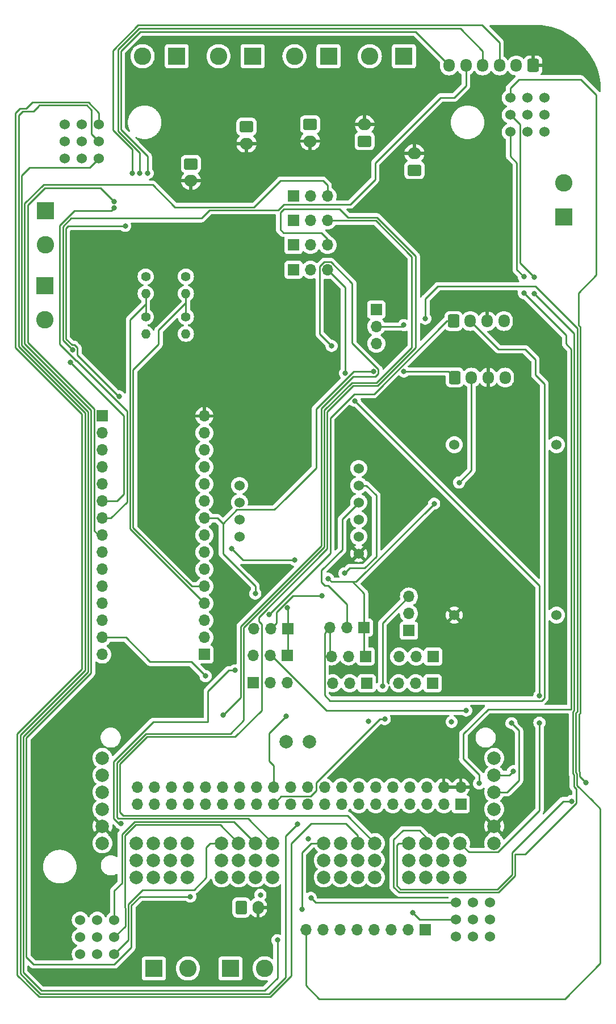
<source format=gbr>
%TF.GenerationSoftware,KiCad,Pcbnew,7.0.7*%
%TF.CreationDate,2023-09-26T10:41:06-05:00*%
%TF.ProjectId,DingoPCB,44696e67-6f50-4434-922e-6b696361645f,rev?*%
%TF.SameCoordinates,Original*%
%TF.FileFunction,Copper,L3,Inr*%
%TF.FilePolarity,Positive*%
%FSLAX46Y46*%
G04 Gerber Fmt 4.6, Leading zero omitted, Abs format (unit mm)*
G04 Created by KiCad (PCBNEW 7.0.7) date 2023-09-26 10:41:06*
%MOMM*%
%LPD*%
G01*
G04 APERTURE LIST*
G04 Aperture macros list*
%AMRoundRect*
0 Rectangle with rounded corners*
0 $1 Rounding radius*
0 $2 $3 $4 $5 $6 $7 $8 $9 X,Y pos of 4 corners*
0 Add a 4 corners polygon primitive as box body*
4,1,4,$2,$3,$4,$5,$6,$7,$8,$9,$2,$3,0*
0 Add four circle primitives for the rounded corners*
1,1,$1+$1,$2,$3*
1,1,$1+$1,$4,$5*
1,1,$1+$1,$6,$7*
1,1,$1+$1,$8,$9*
0 Add four rect primitives between the rounded corners*
20,1,$1+$1,$2,$3,$4,$5,0*
20,1,$1+$1,$4,$5,$6,$7,0*
20,1,$1+$1,$6,$7,$8,$9,0*
20,1,$1+$1,$8,$9,$2,$3,0*%
G04 Aperture macros list end*
%TA.AperFunction,ComponentPad*%
%ADD10R,1.700000X1.700000*%
%TD*%
%TA.AperFunction,ComponentPad*%
%ADD11O,1.700000X1.700000*%
%TD*%
%TA.AperFunction,ComponentPad*%
%ADD12R,2.600000X2.600000*%
%TD*%
%TA.AperFunction,ComponentPad*%
%ADD13C,2.600000*%
%TD*%
%TA.AperFunction,ComponentPad*%
%ADD14RoundRect,0.250000X-0.750000X0.600000X-0.750000X-0.600000X0.750000X-0.600000X0.750000X0.600000X0*%
%TD*%
%TA.AperFunction,ComponentPad*%
%ADD15O,2.000000X1.700000*%
%TD*%
%TA.AperFunction,ComponentPad*%
%ADD16C,1.524000*%
%TD*%
%TA.AperFunction,ComponentPad*%
%ADD17RoundRect,0.250000X-0.600000X-0.725000X0.600000X-0.725000X0.600000X0.725000X-0.600000X0.725000X0*%
%TD*%
%TA.AperFunction,ComponentPad*%
%ADD18O,1.700000X1.950000*%
%TD*%
%TA.AperFunction,ComponentPad*%
%ADD19C,1.400000*%
%TD*%
%TA.AperFunction,ComponentPad*%
%ADD20O,1.400000X1.400000*%
%TD*%
%TA.AperFunction,ComponentPad*%
%ADD21RoundRect,0.250000X-0.600000X-0.750000X0.600000X-0.750000X0.600000X0.750000X-0.600000X0.750000X0*%
%TD*%
%TA.AperFunction,ComponentPad*%
%ADD22O,1.700000X2.000000*%
%TD*%
%TA.AperFunction,ComponentPad*%
%ADD23RoundRect,0.250000X0.600000X0.725000X-0.600000X0.725000X-0.600000X-0.725000X0.600000X-0.725000X0*%
%TD*%
%TA.AperFunction,ComponentPad*%
%ADD24RoundRect,0.250000X0.750000X-0.600000X0.750000X0.600000X-0.750000X0.600000X-0.750000X-0.600000X0*%
%TD*%
%TA.AperFunction,ComponentPad*%
%ADD25C,2.000000*%
%TD*%
%TA.AperFunction,ViaPad*%
%ADD26C,0.800000*%
%TD*%
%TA.AperFunction,Conductor*%
%ADD27C,0.250000*%
%TD*%
G04 APERTURE END LIST*
D10*
%TO.N,NANOLCDBL*%
%TO.C,J20*%
X72390000Y-53913800D03*
D11*
%TO.N,LCDBL*%
X72390000Y-56453800D03*
%TO.N,PILCDBL*%
X72390000Y-58993800D03*
%TD*%
D12*
%TO.N,+15V*%
%TO.C,J8*%
X39217600Y-152146000D03*
D13*
%TO.N,+VDC*%
X44297600Y-152146000D03*
%TD*%
D14*
%TO.N,GND*%
%TO.C,J7*%
X44754800Y-32207200D03*
D15*
%TO.N,+5V*%
X44754800Y-34707200D03*
%TD*%
D16*
%TO.N,BRLOWER*%
%TO.C,U3*%
X84226400Y-142341600D03*
%TO.N,BRUPPER*%
X84226400Y-144881600D03*
%TO.N,BRHIP*%
X84226400Y-147421600D03*
%TO.N,+VSW*%
X86766400Y-142341600D03*
X86766400Y-144881600D03*
X86766400Y-147421600D03*
%TO.N,GND*%
X89306400Y-142341600D03*
X89306400Y-144881600D03*
X89306400Y-147421600D03*
%TD*%
D17*
%TO.N,PISCL*%
%TO.C,J58*%
X83921600Y-55626000D03*
D18*
%TO.N,PISDA*%
X86421600Y-55626000D03*
%TO.N,+5V*%
X88921600Y-55626000D03*
%TO.N,GND*%
X91421600Y-55626000D03*
%TD*%
D10*
%TO.N,GND*%
%TO.C,J51*%
X60045600Y-44297600D03*
D11*
%TO.N,+VSW*%
X62585600Y-44297600D03*
%TO.N,AUXSERV3*%
X65125600Y-44297600D03*
%TD*%
D17*
%TO.N,NANOSCL*%
%TO.C,J59*%
X84092400Y-64058800D03*
D18*
%TO.N,NANOSDA*%
X86592400Y-64058800D03*
%TO.N,+5V*%
X89092400Y-64058800D03*
%TO.N,GND*%
X91592400Y-64058800D03*
%TD*%
D19*
%TO.N,NANOA0*%
%TO.C,R2*%
X38000000Y-55000000D03*
D20*
%TO.N,GND*%
X38000000Y-57540000D03*
%TD*%
D14*
%TO.N,GND*%
%TO.C,J12*%
X53035200Y-26670000D03*
D15*
%TO.N,+5V*%
X53035200Y-29170000D03*
%TD*%
D10*
%TO.N,NANOSCL*%
%TO.C,J53*%
X59080400Y-105511600D03*
D11*
%TO.N,PCA9685SCL*%
X56540400Y-105511600D03*
%TO.N,PISCL*%
X54000400Y-105511600D03*
%TD*%
D14*
%TO.N,GND*%
%TO.C,J14*%
X62534800Y-26314400D03*
D15*
%TO.N,+5V*%
X62534800Y-28814400D03*
%TD*%
D16*
%TO.N,FLLOWER*%
%TO.C,U6*%
X31038800Y-31394400D03*
%TO.N,FLUPPER*%
X31038800Y-28854400D03*
%TO.N,FLHIP*%
X31038800Y-26314400D03*
%TO.N,+VSW*%
X28498800Y-31394400D03*
X28498800Y-28854400D03*
X28498800Y-26314400D03*
%TO.N,GND*%
X25958800Y-31394400D03*
X25958800Y-28854400D03*
X25958800Y-26314400D03*
%TD*%
D10*
%TO.N,GND*%
%TO.C,J50*%
X60045600Y-40640000D03*
D11*
%TO.N,+VSW*%
X62585600Y-40640000D03*
%TO.N,AUXSERV2*%
X65125600Y-40640000D03*
%TD*%
D10*
%TO.N,NANOSCLK*%
%TO.C,J55*%
X80807800Y-109626400D03*
D11*
%TO.N,LCDCLK*%
X78267800Y-109626400D03*
%TO.N,PISCLK*%
X75727800Y-109626400D03*
%TD*%
D10*
%TO.N,NANOSCL*%
%TO.C,J17*%
X59182000Y-101498400D03*
D11*
%TO.N,BNO055SCL*%
X56642000Y-101498400D03*
%TO.N,PISCL*%
X54102000Y-101498400D03*
%TD*%
D10*
%TO.N,NANOMOSI*%
%TO.C,J54*%
X54051200Y-109575600D03*
D11*
%TO.N,LCDDIN*%
X56591200Y-109575600D03*
%TO.N,PIMOSI*%
X59131200Y-109575600D03*
%TD*%
D21*
%TO.N,GND*%
%TO.C,J9*%
X52262400Y-143052800D03*
D22*
%TO.N,+5V*%
X54762400Y-143052800D03*
%TD*%
D10*
%TO.N,NANOLCDDS*%
%TO.C,J18*%
X80873600Y-105664000D03*
D11*
%TO.N,LCDDS*%
X78333600Y-105664000D03*
%TO.N,PILCDDS*%
X75793600Y-105664000D03*
%TD*%
D12*
%TO.N,GND*%
%TO.C,J13*%
X76504800Y-16154400D03*
D13*
%TO.N,+15V*%
X71424800Y-16154400D03*
%TD*%
D12*
%TO.N,GND*%
%TO.C,J6*%
X53949600Y-16154400D03*
D13*
%TO.N,+VDC*%
X48869600Y-16154400D03*
%TD*%
D19*
%TO.N,+15V*%
%TO.C,R1*%
X38000000Y-49000000D03*
D20*
%TO.N,NANOA0*%
X38000000Y-51540000D03*
%TD*%
D10*
%TO.N,NANOSDA*%
%TO.C,J16*%
X70561200Y-101346000D03*
D11*
%TO.N,BNO055SDA*%
X68021200Y-101346000D03*
%TO.N,PISDA*%
X65481200Y-101346000D03*
%TD*%
D16*
%TO.N,BLLOWER*%
%TO.C,U7*%
X33324800Y-150012400D03*
%TO.N,BLUPPER*%
X33324800Y-147472400D03*
%TO.N,BLHIP*%
X33324800Y-144932400D03*
%TO.N,+VSW*%
X30784800Y-150012400D03*
X30784800Y-147472400D03*
X30784800Y-144932400D03*
%TO.N,GND*%
X28244800Y-150012400D03*
X28244800Y-147472400D03*
X28244800Y-144932400D03*
%TD*%
D10*
%TO.N,NANOSCK*%
%TO.C,J24*%
X46772800Y-105350400D03*
D11*
%TO.N,NANO3V3OUT*%
X46772800Y-102810400D03*
%TO.N,NANOGPIO46*%
X46772800Y-100270400D03*
%TO.N,NANOA0*%
X46772800Y-97730400D03*
%TO.N,NANOA1*%
X46772800Y-95190400D03*
%TO.N,NANOA2*%
X46772800Y-92650400D03*
%TO.N,NANOA3*%
X46772800Y-90110400D03*
%TO.N,NANOSDA*%
X46772800Y-87570400D03*
%TO.N,NANOSCL*%
X46772800Y-85030400D03*
%TO.N,NANOA6*%
X46772800Y-82490400D03*
%TO.N,NANOA7*%
X46772800Y-79950400D03*
%TO.N,NANOVUSB*%
X46772800Y-77410400D03*
%TO.N,NANOGPIO0*%
X46772800Y-74870400D03*
%TO.N,GND*%
X46772800Y-72330400D03*
%TO.N,+5V*%
X46772800Y-69790400D03*
%TD*%
D12*
%TO.N,GND*%
%TO.C,J5*%
X100380800Y-40081200D03*
D13*
%TO.N,+15V*%
X100380800Y-35001200D03*
%TD*%
D10*
%TO.N,+3.3V*%
%TO.C,J57*%
X79654400Y-146405600D03*
D11*
%TO.N,GND*%
X77114400Y-146405600D03*
%TO.N,LCDDIN*%
X74574400Y-146405600D03*
%TO.N,LCDCLK*%
X72034400Y-146405600D03*
%TO.N,LCDCS*%
X69494400Y-146405600D03*
%TO.N,LCDDS*%
X66954400Y-146405600D03*
%TO.N,LCDRST*%
X64414400Y-146405600D03*
%TO.N,LCDBL*%
X61874400Y-146405600D03*
%TD*%
D12*
%TO.N,GND*%
%TO.C,J4*%
X42621200Y-16154400D03*
D13*
%TO.N,+15V*%
X37541200Y-16154400D03*
%TD*%
D10*
%TO.N,NANOSDA*%
%TO.C,J10*%
X70815200Y-105613200D03*
D11*
%TO.N,PCA9685SDA*%
X68275200Y-105613200D03*
%TO.N,PISDA*%
X65735200Y-105613200D03*
%TD*%
D16*
%TO.N,FRLOWER*%
%TO.C,U5*%
X92354400Y-22352000D03*
%TO.N,FRUPPER*%
X92354400Y-24892000D03*
%TO.N,FRHIP*%
X92354400Y-27432000D03*
%TO.N,+VSW*%
X94894400Y-22352000D03*
X94894400Y-24892000D03*
X94894400Y-27432000D03*
%TO.N,GND*%
X97434400Y-22352000D03*
X97434400Y-24892000D03*
X97434400Y-27432000D03*
%TD*%
D10*
%TO.N,NANOLCDRST*%
%TO.C,J19*%
X77266800Y-101788200D03*
D11*
%TO.N,LCDRST*%
X77266800Y-99248200D03*
%TO.N,PILCDRST*%
X77266800Y-96708200D03*
%TD*%
D19*
%TO.N,+7.5V*%
%TO.C,R3*%
X44000000Y-49000000D03*
D20*
%TO.N,NANOA1*%
X44000000Y-51540000D03*
%TD*%
D23*
%TO.N,+5V*%
%TO.C,J60*%
X95768800Y-17526000D03*
D18*
%TO.N,GND*%
X93268800Y-17526000D03*
%TO.N,NANOSONAR2ECHO*%
X90768800Y-17526000D03*
%TO.N,NANOSONAR2TRIG*%
X88268800Y-17526000D03*
%TO.N,NANOSONAR1ECHO*%
X85768800Y-17526000D03*
%TO.N,NANOSONAR1TRIG*%
X83268800Y-17526000D03*
%TD*%
D12*
%TO.N,GND*%
%TO.C,J3*%
X22961600Y-50393600D03*
D13*
%TO.N,+15V*%
X22961600Y-55473600D03*
%TD*%
D19*
%TO.N,NANOA1*%
%TO.C,R4*%
X44000000Y-55000000D03*
D20*
%TO.N,GND*%
X44000000Y-57540000D03*
%TD*%
D10*
%TO.N,GND*%
%TO.C,J49*%
X60045600Y-36982400D03*
D11*
%TO.N,+VSW*%
X62585600Y-36982400D03*
%TO.N,AUXSERV1*%
X65125600Y-36982400D03*
%TD*%
D12*
%TO.N,GND*%
%TO.C,J11*%
X65278000Y-16154400D03*
D13*
%TO.N,+7.5V*%
X60198000Y-16154400D03*
%TD*%
D24*
%TO.N,GND*%
%TO.C,J15*%
X70662800Y-28814400D03*
D15*
%TO.N,+5V*%
X70662800Y-26314400D03*
%TD*%
D12*
%TO.N,GND*%
%TO.C,J2*%
X23012400Y-39166800D03*
D13*
%TO.N,+15V*%
X23012400Y-44246800D03*
%TD*%
D10*
%TO.N,NANOUART0TX*%
%TO.C,J25*%
X31532800Y-69790400D03*
D11*
%TO.N,NANOUART0RX*%
X31532800Y-72330400D03*
%TO.N,NANORESET*%
X31532800Y-74870400D03*
%TO.N,GND*%
X31532800Y-77410400D03*
%TO.N,NANOSONAR1TRIG*%
X31532800Y-79950400D03*
%TO.N,NANOSONAR1ECHO*%
X31532800Y-82490400D03*
%TO.N,NANOSONAR2TRIG*%
X31532800Y-85030400D03*
%TO.N,NANOSONAR2ECHO*%
X31532800Y-87570400D03*
%TO.N,NANOGPIO9*%
X31532800Y-90110400D03*
%TO.N,NANOGPIO10*%
X31532800Y-92650400D03*
%TO.N,NANOGPIO17*%
X31532800Y-95190400D03*
%TO.N,NANOGPIO18*%
X31532800Y-97730400D03*
%TO.N,NANOGPIO21*%
X31532800Y-100270400D03*
%TO.N,NANOMOSI*%
X31532800Y-102810400D03*
%TO.N,NANOMISO*%
X31532800Y-105350400D03*
%TD*%
D12*
%TO.N,+VSW*%
%TO.C,J48*%
X50647600Y-152146000D03*
D13*
%TO.N,+7.5V*%
X55727600Y-152146000D03*
%TD*%
D10*
%TO.N,GND*%
%TO.C,J52*%
X60045600Y-48006000D03*
D11*
%TO.N,+VSW*%
X62585600Y-48006000D03*
%TO.N,AUXSERV4*%
X65125600Y-48006000D03*
%TD*%
D16*
%TO.N,GND*%
%TO.C,U2*%
X99263200Y-74066400D03*
%TO.N,+15V*%
X84023200Y-74066400D03*
%TO.N,GND*%
X99263200Y-99466400D03*
%TO.N,+5V*%
X84023200Y-99466400D03*
%TD*%
D24*
%TO.N,GND*%
%TO.C,J1*%
X78079600Y-33132400D03*
D15*
%TO.N,+5V*%
X78079600Y-30632400D03*
%TD*%
D25*
%TO.N,+VSW*%
%TO.C,U1*%
X31546800Y-133477000D03*
X36626800Y-136017000D03*
X39166800Y-136017000D03*
X41706800Y-136017000D03*
X44246800Y-136017000D03*
X49326800Y-136017000D03*
X51866800Y-136017000D03*
X54406800Y-136017000D03*
X56946800Y-136017000D03*
X64566800Y-136017000D03*
X67106800Y-136017000D03*
X69646800Y-136017000D03*
X72186800Y-136017000D03*
X77266800Y-136017000D03*
X79806800Y-136017000D03*
X82346800Y-136017000D03*
X84886800Y-136017000D03*
X89966800Y-133477000D03*
%TO.N,+5V*%
X31546800Y-130937000D03*
X89966800Y-130937000D03*
%TO.N,PCA9685SDA*%
X31546800Y-128397000D03*
X89966800Y-128397000D03*
%TO.N,PCA9685SCL*%
X31546800Y-125857000D03*
X89966800Y-125857000D03*
%TO.N,unconnected-(U1-OE-Pad5)*%
X31546800Y-123317000D03*
X89966800Y-123317000D03*
%TO.N,GND*%
X31546800Y-120777000D03*
X36626800Y-138557000D03*
X39166800Y-138557000D03*
X41706800Y-138557000D03*
X44246800Y-138557000D03*
X49326800Y-138557000D03*
X51866800Y-138557000D03*
X54406800Y-138557000D03*
X56946800Y-138557000D03*
X64566800Y-138557000D03*
X67106800Y-138557000D03*
X69646800Y-138557000D03*
X72186800Y-138557000D03*
X77266800Y-138557000D03*
X79806800Y-138557000D03*
X82346800Y-138557000D03*
X84886800Y-138557000D03*
X89966800Y-120777000D03*
%TO.N,BRLOWER*%
X36626800Y-133477000D03*
%TO.N,BRUPPER*%
X39166800Y-133477000D03*
%TO.N,BRHIP*%
X41706800Y-133477000D03*
%TO.N,AUXSERV1*%
X44246800Y-133477000D03*
%TO.N,BLLOWER*%
X49326800Y-133477000D03*
%TO.N,BLUPPER*%
X51866800Y-133477000D03*
%TO.N,BLHIP*%
X54406800Y-133477000D03*
%TO.N,AUXSERV2*%
X56946800Y-133477000D03*
%TO.N,FLLOWER*%
X64566800Y-133477000D03*
%TO.N,FLUPPER*%
X67106800Y-133477000D03*
%TO.N,FLHIP*%
X69646800Y-133477000D03*
%TO.N,AUXSERV3*%
X72186800Y-133477000D03*
%TO.N,FRLOWER*%
X77266800Y-133477000D03*
%TO.N,FRUPPER*%
X79806800Y-133477000D03*
%TO.N,FRHIP*%
X82346800Y-133477000D03*
%TO.N,AUXSERV4*%
X84886800Y-133477000D03*
%TO.N,+VSW*%
X58978800Y-118364000D03*
%TO.N,GND*%
X62433200Y-118364000D03*
%TD*%
D10*
%TO.N,NANOCE0*%
%TO.C,J56*%
X70967600Y-109626400D03*
D11*
%TO.N,LCDCS*%
X68427600Y-109626400D03*
%TO.N,PICE0*%
X65887600Y-109626400D03*
%TD*%
D16*
%TO.N,+5V*%
%TO.C,U4*%
X69776000Y-90289400D03*
%TO.N,unconnected-(U4-+3.3V-Pad2)*%
X69776000Y-87749400D03*
%TO.N,GND*%
X69776000Y-85209400D03*
%TO.N,BNO055SDA*%
X69776000Y-82669400D03*
%TO.N,BNO055SCL*%
X69776000Y-80129400D03*
%TO.N,unconnected-(U4-RST-Pad6)*%
X69776000Y-77589400D03*
%TO.N,unconnected-(U4-PS0-Pad7)*%
X51996000Y-87749400D03*
%TO.N,unconnected-(U4-PS1-Pad8)*%
X51996000Y-85209400D03*
%TO.N,unconnected-(U4-INT-Pad9)*%
X51996000Y-82669400D03*
%TO.N,unconnected-(U4-ADR-Pad10)*%
X51996000Y-80129400D03*
%TD*%
D10*
%TO.N,+3.3V*%
%TO.C,J21*%
X84988400Y-127660400D03*
D11*
%TO.N,+5V*%
X84988400Y-125120400D03*
%TO.N,PISDA*%
X82448400Y-127660400D03*
%TO.N,+5V*%
X82448400Y-125120400D03*
%TO.N,PISCL*%
X79908400Y-127660400D03*
%TO.N,GND*%
X79908400Y-125120400D03*
%TO.N,PIGPIO4*%
X77368400Y-127660400D03*
%TO.N,PIUART_TX*%
X77368400Y-125120400D03*
%TO.N,GND*%
X74828400Y-127660400D03*
%TO.N,PIUART_RX*%
X74828400Y-125120400D03*
%TO.N,PIGPIO17*%
X72288400Y-127660400D03*
%TO.N,PILCDBL*%
X72288400Y-125120400D03*
%TO.N,PILCDRST*%
X69748400Y-127660400D03*
%TO.N,GND*%
X69748400Y-125120400D03*
%TO.N,PIGPIO22*%
X67208400Y-127660400D03*
%TO.N,PIGPIO23*%
X67208400Y-125120400D03*
%TO.N,PI3.3V_PWR*%
X64668400Y-127660400D03*
%TO.N,PIGPIO24*%
X64668400Y-125120400D03*
%TO.N,PIMOSI*%
X62128400Y-127660400D03*
%TO.N,GND*%
X62128400Y-125120400D03*
%TO.N,PIMISO*%
X59588400Y-127660400D03*
%TO.N,PILCDDS*%
X59588400Y-125120400D03*
%TO.N,PISCLK*%
X57048400Y-127660400D03*
%TO.N,PICE0*%
X57048400Y-125120400D03*
%TO.N,GND*%
X54508400Y-127660400D03*
%TO.N,PISPI0_CS1*%
X54508400Y-125120400D03*
%TO.N,PIGPIO0*%
X51968400Y-127660400D03*
%TO.N,PIGPIO1*%
X51968400Y-125120400D03*
%TO.N,PIGPIO5*%
X49428400Y-127660400D03*
%TO.N,GND*%
X49428400Y-125120400D03*
%TO.N,PIGPIO6*%
X46888400Y-127660400D03*
%TO.N,PIGPIO12*%
X46888400Y-125120400D03*
%TO.N,PIGPIO13*%
X44348400Y-127660400D03*
%TO.N,GND*%
X44348400Y-125120400D03*
%TO.N,PISPI1_MISO*%
X41808400Y-127660400D03*
%TO.N,PISPI1_CS0*%
X41808400Y-125120400D03*
%TO.N,PIGPIO26*%
X39268400Y-127660400D03*
%TO.N,PISPI1_MOSI*%
X39268400Y-125120400D03*
%TO.N,GND*%
X36728400Y-127660400D03*
%TO.N,PISPI1_SCLK*%
X36728400Y-125120400D03*
%TD*%
D26*
%TO.N,BRLOWER*%
X55118000Y-141173200D03*
X62636400Y-141630400D03*
%TO.N,NANOSDA*%
X84734400Y-79705200D03*
X50800000Y-89560400D03*
X60248800Y-91236800D03*
X65227200Y-94030800D03*
X81026000Y-82854800D03*
%TO.N,NANOSCL*%
X76504800Y-63144400D03*
X71983600Y-63144400D03*
X59131200Y-98399600D03*
X54356000Y-96266000D03*
%TO.N,PILCDRST*%
X73304400Y-110083600D03*
X71221600Y-115265200D03*
%TO.N,LCDBL*%
X79705200Y-55270400D03*
X76504800Y-56235600D03*
%TO.N,PILCDBL*%
X65735200Y-59334400D03*
X49530000Y-114350800D03*
%TO.N,BRUPPER*%
X77825600Y-143865600D03*
%TO.N,PIMOSI*%
X62230000Y-132791200D03*
X34315563Y-130525700D03*
X51358800Y-107696000D03*
%TO.N,PISCLK*%
X73660000Y-114960400D03*
%TO.N,PICE0*%
X58928000Y-114554000D03*
%TO.N,AUXSERV1*%
X44653200Y-141427200D03*
%TO.N,FLLOWER*%
X57658000Y-147929600D03*
X61315600Y-143306800D03*
%TO.N,FLUPPER*%
X60604400Y-130657600D03*
%TO.N,FRLOWER*%
X103682800Y-124460000D03*
X101498400Y-127203200D03*
%TO.N,FRUPPER*%
X95961200Y-51511200D03*
X95961200Y-49123600D03*
%TO.N,FRHIP*%
X94386400Y-51460400D03*
X94386400Y-49022000D03*
X87731600Y-124561600D03*
%TO.N,AUXSERV4*%
X69189600Y-67513200D03*
X96723200Y-111506000D03*
X67716400Y-63398400D03*
X96723200Y-115519200D03*
%TO.N,PISDA*%
X83616800Y-115379500D03*
%TO.N,PISCL*%
X56388000Y-99364800D03*
%TO.N,PCA9685SCL*%
X85801200Y-113703700D03*
X92557600Y-115570000D03*
%TO.N,BNO055SCL*%
X67665600Y-93218000D03*
X64312800Y-96570800D03*
%TO.N,NANOSONAR1TRIG*%
X34042628Y-66850830D03*
X34950400Y-41452800D03*
X38303200Y-33578800D03*
%TO.N,NANOSONAR1ECHO*%
X27090429Y-59929971D03*
X26771600Y-61772800D03*
%TO.N,NANOSONAR2TRIG*%
X37134800Y-33629600D03*
X33274000Y-38794703D03*
%TO.N,NANOSONAR2ECHO*%
X33274000Y-37795200D03*
X35966400Y-33629600D03*
%TO.N,NANOMOSI*%
X46939200Y-108559600D03*
%TO.N,unconnected-(U1-OE-Pad5)*%
X92811600Y-122732800D03*
%TD*%
D27*
%TO.N,BRLOWER*%
X62636400Y-141630400D02*
X63347600Y-142341600D01*
X63347600Y-142341600D02*
X84226400Y-142341600D01*
%TO.N,NANOSDA*%
X50800000Y-89560400D02*
X52476400Y-91236800D01*
X70561200Y-105359200D02*
X70815200Y-105613200D01*
X68834000Y-94488000D02*
X70561200Y-96215200D01*
X65684400Y-94488000D02*
X68783200Y-94488000D01*
X70561200Y-96215200D02*
X70561200Y-101346000D01*
X70561200Y-101346000D02*
X70561200Y-105359200D01*
X52476400Y-91236800D02*
X60248800Y-91236800D01*
X86592400Y-64058800D02*
X86592400Y-77847200D01*
X69392800Y-94488000D02*
X68783200Y-94488000D01*
X68783200Y-94488000D02*
X68834000Y-94488000D01*
X65227200Y-94030800D02*
X65684400Y-94488000D01*
X86592400Y-77847200D02*
X84734400Y-79705200D01*
X81026000Y-82854800D02*
X69392800Y-94488000D01*
%TO.N,NANOSCL*%
X46772800Y-85030400D02*
X48708400Y-85030400D01*
X59182000Y-105410000D02*
X59080400Y-105511600D01*
X76504800Y-63144400D02*
X83178000Y-63144400D01*
X59131200Y-98399600D02*
X59182000Y-98450400D01*
X68995705Y-63144400D02*
X71983600Y-63144400D01*
X49530000Y-90322400D02*
X52984400Y-93776800D01*
X48708400Y-85030400D02*
X49530000Y-85852000D01*
X59182000Y-98450400D02*
X59182000Y-101498400D01*
X63398400Y-77571600D02*
X63398400Y-69189600D01*
X51625600Y-83756400D02*
X57213600Y-83756400D01*
X49530000Y-85852000D02*
X51625600Y-83756400D01*
X54356000Y-95148400D02*
X54356000Y-96266000D01*
X59182000Y-101498400D02*
X59182000Y-105410000D01*
X49530000Y-85852000D02*
X49530000Y-90322400D01*
X57213600Y-83756400D02*
X58928000Y-82042000D01*
X52984400Y-93776800D02*
X54356000Y-95148400D01*
X63398400Y-69189600D02*
X63398400Y-68741705D01*
X83178000Y-63144400D02*
X84092400Y-64058800D01*
X58928000Y-82042000D02*
X63398400Y-77571600D01*
X63398400Y-68741705D02*
X68995705Y-63144400D01*
%TO.N,PILCDRST*%
X77266800Y-96708200D02*
X73304400Y-100670600D01*
X73304400Y-100670600D02*
X73304400Y-110083600D01*
%TO.N,LCDBL*%
X105756596Y-151393004D02*
X105756596Y-128320800D01*
X105756596Y-128320800D02*
X104546400Y-127110604D01*
X61874400Y-154686000D02*
X63855600Y-156667200D01*
X100482400Y-156667200D02*
X105756596Y-151393004D01*
X102362000Y-113859992D02*
X102362000Y-56692800D01*
X102151600Y-114070392D02*
X102362000Y-113859992D01*
X63855600Y-156667200D02*
X100482400Y-156667200D01*
X102151600Y-122902004D02*
X102151600Y-114070392D01*
X104546400Y-127101600D02*
X102304000Y-124859200D01*
X72390000Y-56453800D02*
X76286600Y-56453800D01*
X96113600Y-50444400D02*
X81584800Y-50444400D01*
X81584800Y-50444400D02*
X79705200Y-52324000D01*
X79705200Y-52324000D02*
X79705200Y-55270400D01*
X102304000Y-124859200D02*
X102304000Y-123054404D01*
X61874400Y-146405600D02*
X61874400Y-154686000D01*
X104546400Y-127110604D02*
X104546400Y-127101600D01*
X76286600Y-56453800D02*
X76504800Y-56235600D01*
X102304000Y-123054404D02*
X102151600Y-122902004D01*
X102362000Y-56692800D02*
X96113600Y-50444400D01*
%TO.N,PILCDBL*%
X63950600Y-47519299D02*
X64638899Y-46831000D01*
X64167600Y-89134703D02*
X52178800Y-101123503D01*
X52178800Y-101123503D02*
X52178800Y-111702000D01*
X72283905Y-63869400D02*
X68907101Y-63869400D01*
X64638899Y-46831000D02*
X65612301Y-46831000D01*
X68907101Y-63869400D02*
X64167600Y-68608901D01*
X72708600Y-62844095D02*
X72708600Y-63444705D01*
X65735200Y-59334400D02*
X63950600Y-57549800D01*
X72708600Y-63444705D02*
X72283905Y-63869400D01*
X65612301Y-46831000D02*
X68809309Y-50028008D01*
X68809309Y-50028008D02*
X68809309Y-58944804D01*
X64167600Y-68608901D02*
X64167600Y-89134703D01*
X52178800Y-111702000D02*
X49530000Y-114350800D01*
X68809309Y-58944804D02*
X72708600Y-62844095D01*
X63950600Y-57549800D02*
X63950600Y-47519299D01*
%TO.N,BRUPPER*%
X77825600Y-143865600D02*
X78841600Y-144881600D01*
X78841600Y-144881600D02*
X84226400Y-144881600D01*
%TO.N,PIMOSI*%
X33230400Y-129777196D02*
X33978904Y-130525700D01*
X50393600Y-107696000D02*
X47294800Y-110794800D01*
X47294800Y-110794800D02*
X47294800Y-115417600D01*
X51358800Y-107696000D02*
X50393600Y-107696000D01*
X33978904Y-130525700D02*
X34315563Y-130525700D01*
X39116000Y-115417600D02*
X33230400Y-121303200D01*
X47294800Y-115417600D02*
X39116000Y-115417600D01*
X33230400Y-121303200D02*
X33230400Y-129777196D01*
%TO.N,PISCLK*%
X62615101Y-126485400D02*
X58223400Y-126485400D01*
X58223400Y-126485400D02*
X57048400Y-127660400D01*
X73660000Y-114960400D02*
X72898000Y-114960400D01*
X63449200Y-125651301D02*
X62615101Y-126485400D01*
X63449200Y-124409200D02*
X63449200Y-125651301D01*
X72898000Y-114960400D02*
X63449200Y-124409200D01*
%TO.N,PICE0*%
X56388000Y-121208800D02*
X57048400Y-121869200D01*
X57048400Y-121869200D02*
X57048400Y-125120400D01*
X56388000Y-117094000D02*
X56388000Y-121208800D01*
X58928000Y-114554000D02*
X56388000Y-117094000D01*
%TO.N,NANOA0*%
X38000000Y-53086000D02*
X35661600Y-55424400D01*
X38000000Y-51540000D02*
X38000000Y-53086000D01*
X35661600Y-55424400D02*
X35661600Y-86619200D01*
X35661600Y-86619200D02*
X46772800Y-97730400D01*
X38000000Y-53086000D02*
X38000000Y-55000000D01*
%TO.N,NANOA1*%
X36118800Y-62890400D02*
X36118800Y-86440004D01*
X36118800Y-86440004D02*
X44869196Y-95190400D01*
X44000000Y-52933600D02*
X44000000Y-55000000D01*
X44000000Y-52933600D02*
X39928800Y-57004800D01*
X44000000Y-51540000D02*
X44000000Y-52933600D01*
X39928800Y-57004800D02*
X39928800Y-59080400D01*
X39928800Y-59080400D02*
X36118800Y-62890400D01*
X44869196Y-95190400D02*
X46772800Y-95190400D01*
%TO.N,BRHIP*%
X41706800Y-133477000D02*
X41960800Y-133223000D01*
%TO.N,AUXSERV1*%
X20196800Y-150448000D02*
X20196800Y-117751996D01*
X37185600Y-141427200D02*
X35857600Y-142755200D01*
X35857600Y-142755200D02*
X35857600Y-149016851D01*
X33338051Y-151536400D02*
X21285200Y-151536400D01*
X54152800Y-38658800D02*
X58115200Y-34696400D01*
X42367200Y-38658800D02*
X54152800Y-38658800D01*
X20196800Y-117751996D02*
X29848800Y-108099996D01*
X29848800Y-108099996D02*
X29848800Y-68935212D01*
X35857600Y-149016851D02*
X33338051Y-151536400D01*
X65125600Y-35407600D02*
X65125600Y-36982400D01*
X19942800Y-59029212D02*
X19942800Y-38121600D01*
X19942800Y-38121600D02*
X22758400Y-35306000D01*
X22758400Y-35306000D02*
X39014400Y-35306000D01*
X64414400Y-34696400D02*
X65125600Y-35407600D01*
X58115200Y-34696400D02*
X64414400Y-34696400D01*
X21285200Y-151536400D02*
X20196800Y-150448000D01*
X44653200Y-141427200D02*
X37185600Y-141427200D01*
X29848800Y-68935212D02*
X19942800Y-59029212D01*
X39014400Y-35306000D02*
X42367200Y-38658800D01*
%TO.N,BLLOWER*%
X47040800Y-138582400D02*
X47040800Y-134061200D01*
X33324800Y-150012400D02*
X35407600Y-147929600D01*
X37541200Y-140411200D02*
X45212000Y-140411200D01*
X35407600Y-147929600D02*
X35407600Y-142544800D01*
X35407600Y-142544800D02*
X37541200Y-140411200D01*
X47040800Y-134061200D02*
X47625000Y-133477000D01*
X45212000Y-140411200D02*
X47040800Y-138582400D01*
X47625000Y-133477000D02*
X49326800Y-133477000D01*
%TO.N,BLUPPER*%
X34950400Y-143154400D02*
X34891800Y-143095800D01*
X34891800Y-143095800D02*
X34891800Y-132317796D01*
X34891800Y-132317796D02*
X36508396Y-130701200D01*
X34950400Y-145846800D02*
X34950400Y-143154400D01*
X36508396Y-130701200D02*
X49091000Y-130701200D01*
X49091000Y-130701200D02*
X51866800Y-133477000D01*
X33324800Y-147472400D02*
X34950400Y-145846800D01*
%TO.N,BLHIP*%
X33324800Y-144932400D02*
X33324800Y-140563600D01*
X36322000Y-130251200D02*
X51181000Y-130251200D01*
X33324800Y-140563600D02*
X34441800Y-139446600D01*
X51181000Y-130251200D02*
X54406800Y-133477000D01*
X34441800Y-139446600D02*
X34441800Y-132131400D01*
X34441800Y-132131400D02*
X36322000Y-130251200D01*
%TO.N,AUXSERV2*%
X64617600Y-68935600D02*
X68732400Y-64820800D01*
X50647600Y-117144800D02*
X52628800Y-115163600D01*
X68732400Y-64820800D02*
X72440800Y-64820800D01*
X77673200Y-46024800D02*
X72288400Y-40640000D01*
X72288400Y-40640000D02*
X65125600Y-40640000D01*
X77673200Y-59588400D02*
X77673200Y-46024800D01*
X33731200Y-129641600D02*
X33731200Y-121564400D01*
X53271000Y-129801200D02*
X33890800Y-129801200D01*
X38049200Y-117144800D02*
X50647600Y-117144800D01*
X52628800Y-101309899D02*
X64617600Y-89321099D01*
X72440800Y-64820800D02*
X77673200Y-59588400D01*
X33731200Y-121564400D02*
X33680400Y-121513600D01*
X52628800Y-115163600D02*
X52628800Y-101309899D01*
X33890800Y-129801200D02*
X33731200Y-129641600D01*
X56946800Y-133477000D02*
X53271000Y-129801200D01*
X33680400Y-121513600D02*
X38049200Y-117144800D01*
X64617600Y-89321099D02*
X64617600Y-68935600D01*
%TO.N,FLLOWER*%
X31038800Y-31394400D02*
X29667200Y-32766000D01*
X62712600Y-133477000D02*
X64566800Y-133477000D01*
X19492800Y-33948800D02*
X19492800Y-59215608D01*
X29398800Y-69121608D02*
X29398800Y-107913600D01*
X61315600Y-143306800D02*
X61315600Y-134874000D01*
X19746800Y-152738408D02*
X22470792Y-155462400D01*
X29667200Y-32766000D02*
X20675600Y-32766000D01*
X61315600Y-134874000D02*
X62712600Y-133477000D01*
X22470792Y-155462400D02*
X55764000Y-155462400D01*
X19746800Y-117565600D02*
X19746800Y-152738408D01*
X19492800Y-59215608D02*
X29398800Y-69121608D01*
X29398800Y-107913600D02*
X19746800Y-117565600D01*
X57658000Y-153568400D02*
X57658000Y-147929600D01*
X20675600Y-32766000D02*
X19492800Y-33948800D01*
X55764000Y-155462400D02*
X57658000Y-153568400D01*
%TO.N,FLUPPER*%
X19042800Y-24993600D02*
X19042800Y-27432000D01*
X21958998Y-114668998D02*
X19296800Y-117331196D01*
X29464000Y-155912400D02*
X56404804Y-155912400D01*
X28948800Y-107679196D02*
X21958998Y-114668998D01*
X21241600Y-24376800D02*
X19659600Y-24376800D01*
X31038800Y-28854400D02*
X29951800Y-27767400D01*
X29951800Y-27767400D02*
X29951800Y-26060400D01*
X20358798Y-153986802D02*
X22284396Y-155912400D01*
X58850404Y-153466800D02*
X58850404Y-132411596D01*
X19659600Y-24376800D02*
X19042800Y-24993600D01*
X19296800Y-141224000D02*
X19296800Y-152924804D01*
X28948800Y-74472800D02*
X28948800Y-107679196D01*
X20612798Y-60972002D02*
X28948800Y-69308004D01*
X19042800Y-57810400D02*
X19042800Y-59402004D01*
X19296800Y-117331196D02*
X19296800Y-141224000D01*
X58850404Y-132411596D02*
X60604400Y-130657600D01*
X29253600Y-23462400D02*
X29108400Y-23462400D01*
X19042800Y-46424000D02*
X19042800Y-57810400D01*
X19042800Y-59402004D02*
X20612798Y-60972002D01*
X22284396Y-155912400D02*
X29464000Y-155912400D01*
X29108400Y-23462400D02*
X22156000Y-23462400D01*
X22156000Y-23462400D02*
X21945600Y-23672800D01*
X19042800Y-27432000D02*
X19042800Y-46424000D01*
X56404804Y-155912400D02*
X58850404Y-153466800D01*
X28948800Y-69308004D02*
X28948800Y-74472800D01*
X21945600Y-23672800D02*
X21241600Y-24376800D01*
X29951800Y-24160600D02*
X29253600Y-23462400D01*
X19296800Y-152924804D02*
X20358798Y-153986802D01*
X29951800Y-26060400D02*
X29951800Y-24160600D01*
%TO.N,FLHIP*%
X18846800Y-153111200D02*
X22098000Y-156362400D01*
X20167600Y-23926800D02*
X19253200Y-23926800D01*
X29464000Y-23012400D02*
X21082000Y-23012400D01*
X31038800Y-26314400D02*
X31038800Y-24587200D01*
X18592800Y-24587200D02*
X18592800Y-59588400D01*
X19253200Y-23926800D02*
X18592800Y-24587200D01*
X59690000Y-153263600D02*
X59690000Y-133502400D01*
X69646800Y-132283200D02*
X69646800Y-133477000D01*
X59690000Y-133502400D02*
X62687200Y-130505200D01*
X28498800Y-107492800D02*
X18846800Y-117144800D01*
X18846800Y-117144800D02*
X18846800Y-153111200D01*
X18592800Y-59588400D02*
X28498800Y-69494400D01*
X67868800Y-130505200D02*
X69646800Y-132283200D01*
X22098000Y-156362400D02*
X56591200Y-156362400D01*
X28498800Y-69494400D02*
X28498800Y-107492800D01*
X62687200Y-130505200D02*
X67868800Y-130505200D01*
X21082000Y-23012400D02*
X20167600Y-23926800D01*
X31038800Y-24587200D02*
X29464000Y-23012400D01*
X56591200Y-156362400D02*
X59690000Y-153263600D01*
%TO.N,AUXSERV3*%
X47589996Y-117602000D02*
X47582796Y-117594800D01*
X34181200Y-128872400D02*
X34660000Y-129351200D01*
X58064400Y-42011600D02*
X58064400Y-39471600D01*
X51358800Y-117602000D02*
X47589996Y-117602000D01*
X64211200Y-42468800D02*
X58521600Y-42468800D01*
X78282800Y-45998004D02*
X78282800Y-59615196D01*
X65125600Y-43383200D02*
X64211200Y-42468800D01*
X68911596Y-65278000D02*
X65067600Y-69121996D01*
X68180800Y-40190000D02*
X72474796Y-40190000D01*
X72619996Y-65278000D02*
X68911596Y-65278000D01*
X65067600Y-89594396D02*
X54864000Y-99797996D01*
X65067600Y-69121996D02*
X65067600Y-89594396D01*
X78282800Y-59615196D02*
X72619996Y-65278000D01*
X34181200Y-121649196D02*
X34181200Y-128872400D01*
X55277000Y-100793800D02*
X55277000Y-113683800D01*
X34660000Y-129351200D02*
X68061000Y-129351200D01*
X47582796Y-117594800D02*
X38235596Y-117594800D01*
X54864000Y-99797996D02*
X54864000Y-100380800D01*
X68061000Y-129351200D02*
X72186800Y-133477000D01*
X58064400Y-39471600D02*
X58623200Y-38912800D01*
X72474796Y-40190000D02*
X78282800Y-45998004D01*
X54864000Y-100380800D02*
X55277000Y-100793800D01*
X58623200Y-38912800D02*
X66903600Y-38912800D01*
X58521600Y-42468800D02*
X58064400Y-42011600D01*
X65125600Y-44297600D02*
X65125600Y-43383200D01*
X38235596Y-117594800D02*
X34181200Y-121649196D01*
X55277000Y-113683800D02*
X51358800Y-117602000D01*
X66903600Y-38912800D02*
X68180800Y-40190000D01*
%TO.N,FRLOWER*%
X102514400Y-56208804D02*
X102812000Y-56506404D01*
X102920800Y-19608800D02*
X105206800Y-21894800D01*
X102754000Y-122868008D02*
X102754000Y-123531200D01*
X105206800Y-21894800D02*
X105206800Y-48764350D01*
X92608400Y-138176000D02*
X92608400Y-134823200D01*
X102601600Y-114256788D02*
X102601600Y-122715608D01*
X100228400Y-127203200D02*
X101498400Y-127203200D01*
X92354400Y-22352000D02*
X92354400Y-20878800D01*
X75996800Y-140360400D02*
X90424000Y-140360400D01*
X77266800Y-133477000D02*
X75717400Y-133477000D01*
X90424000Y-140360400D02*
X92608400Y-138176000D01*
X102812000Y-56506404D02*
X102812000Y-114046388D01*
X75717400Y-133477000D02*
X75438000Y-133756400D01*
X92608400Y-134823200D02*
X100228400Y-127203200D01*
X75438000Y-133756400D02*
X75438000Y-139801600D01*
X102812000Y-114046388D02*
X102601600Y-114256788D01*
X102514400Y-51456750D02*
X102514400Y-56208804D01*
X102601600Y-122715608D02*
X102754000Y-122868008D01*
X93624400Y-19608800D02*
X102920800Y-19608800D01*
X105206800Y-48764350D02*
X102514400Y-51456750D01*
X75438000Y-139801600D02*
X75996800Y-140360400D01*
X92354400Y-20878800D02*
X93624400Y-19608800D01*
X102754000Y-123531200D02*
X103682800Y-124460000D01*
%TO.N,FRUPPER*%
X101912000Y-113673596D02*
X101912000Y-57462000D01*
X93065600Y-138355196D02*
X93065600Y-135128000D01*
X102223400Y-127503505D02*
X102223400Y-125414996D01*
X74988000Y-139987996D02*
X75810404Y-140810400D01*
X78841600Y-131572000D02*
X76352400Y-131572000D01*
X75810404Y-140810400D02*
X90610396Y-140810400D01*
X79806800Y-133477000D02*
X79806800Y-132537200D01*
X101854000Y-125045596D02*
X101854000Y-123240800D01*
X90610396Y-140810400D02*
X93065600Y-138355196D01*
X79806800Y-132537200D02*
X78841600Y-131572000D01*
X93807400Y-46969800D02*
X93807400Y-26345000D01*
X94598905Y-135128000D02*
X102223400Y-127503505D01*
X95961200Y-49123600D02*
X93807400Y-46969800D01*
X101701600Y-113883996D02*
X101912000Y-113673596D01*
X101701600Y-123088400D02*
X101701600Y-113883996D01*
X102223400Y-125414996D02*
X101854000Y-125045596D01*
X76352400Y-131572000D02*
X74988000Y-132936400D01*
X101912000Y-57462000D02*
X95961200Y-51511200D01*
X101854000Y-123240800D02*
X101701600Y-123088400D01*
X93807400Y-26345000D02*
X92354400Y-24892000D01*
X93065600Y-135128000D02*
X94598905Y-135128000D01*
X74988000Y-132936400D02*
X74988000Y-139987996D01*
%TO.N,FRHIP*%
X92354400Y-31051800D02*
X93357400Y-32054800D01*
X94386400Y-51460400D02*
X100685600Y-57759600D01*
X101462000Y-59806000D02*
X101462000Y-113487200D01*
X100685600Y-57759600D02*
X100685600Y-59029600D01*
X93357400Y-32054800D02*
X93357400Y-47993000D01*
X89052400Y-113487200D02*
X85394800Y-117144800D01*
X87731600Y-123291600D02*
X87731600Y-124561600D01*
X85394800Y-120853200D02*
X85344000Y-120904000D01*
X100685600Y-59029600D02*
X101462000Y-59806000D01*
X92354400Y-27432000D02*
X92354400Y-31051800D01*
X85394800Y-117144800D02*
X85394800Y-120853200D01*
X85344000Y-120904000D02*
X87731600Y-123291600D01*
X93357400Y-47993000D02*
X94386400Y-49022000D01*
X101462000Y-113487200D02*
X89052400Y-113487200D01*
%TO.N,AUXSERV4*%
X65125600Y-48006000D02*
X67716400Y-50596800D01*
X96723200Y-115519200D02*
X96723200Y-128594433D01*
X67716400Y-50596800D02*
X67716400Y-63398400D01*
X69189600Y-67513200D02*
X96723200Y-95046800D01*
X96723200Y-95046800D02*
X96723200Y-111506000D01*
X90515633Y-134802000D02*
X86211800Y-134802000D01*
X86211800Y-134802000D02*
X84886800Y-133477000D01*
X96723200Y-128594433D02*
X90515633Y-134802000D01*
%TO.N,PISDA*%
X65481200Y-105359200D02*
X65735200Y-105613200D01*
X97448200Y-64987000D02*
X97448200Y-111806305D01*
X94589600Y-59842400D02*
X96113600Y-61366400D01*
X64668400Y-111404400D02*
X64668400Y-102158800D01*
X96113600Y-61366400D02*
X96113600Y-63652400D01*
X90638000Y-59842400D02*
X94589600Y-59842400D01*
X97448200Y-111806305D02*
X97023505Y-112231000D01*
X65481200Y-101346000D02*
X65481200Y-105359200D01*
X64668400Y-102158800D02*
X65481200Y-101346000D01*
X96113600Y-63652400D02*
X97448200Y-64987000D01*
X86421600Y-55626000D02*
X90638000Y-59842400D01*
X97023505Y-112231000D02*
X65495000Y-112231000D01*
X65495000Y-112231000D02*
X64668400Y-111404400D01*
%TO.N,PISCL*%
X69073600Y-66497200D02*
X65517600Y-70053200D01*
X65517600Y-70053200D02*
X65517600Y-90235200D01*
X65517600Y-90235200D02*
X56388000Y-99364800D01*
X82908392Y-55626000D02*
X72037192Y-66497200D01*
X83921600Y-55626000D02*
X82908392Y-55626000D01*
X72037192Y-66497200D02*
X69073600Y-66497200D01*
%TO.N,PCA9685SCL*%
X93675200Y-116687600D02*
X93675200Y-124104400D01*
X56730400Y-105511600D02*
X64922500Y-113703700D01*
X56540400Y-105511600D02*
X56730400Y-105511600D01*
X92557600Y-115570000D02*
X93675200Y-116687600D01*
X64922500Y-113703700D02*
X85801200Y-113703700D01*
X91922600Y-125857000D02*
X89966800Y-125857000D01*
X93675200Y-124104400D02*
X91922600Y-125857000D01*
%TO.N,BNO055SDA*%
X64719200Y-95097600D02*
X64211200Y-94589600D01*
X65227200Y-95097600D02*
X64719200Y-95097600D01*
X68021200Y-97891600D02*
X65227200Y-95097600D01*
X64211200Y-92811600D02*
X67310000Y-89712800D01*
X67310000Y-85135400D02*
X69776000Y-82669400D01*
X64211200Y-94589600D02*
X64211200Y-92811600D01*
X68021200Y-101346000D02*
X68021200Y-97891600D01*
X67310000Y-89712800D02*
X67310000Y-85135400D01*
%TO.N,BNO055SCL*%
X70883800Y-80129400D02*
X69776000Y-80129400D01*
X67665600Y-93218000D02*
X68427600Y-92456000D01*
X56642000Y-101498400D02*
X57492000Y-100648400D01*
X57492000Y-100648400D02*
X57492000Y-99013495D01*
X72390000Y-90728800D02*
X72390000Y-81635600D01*
X57492000Y-99013495D02*
X59934695Y-96570800D01*
X70662800Y-92456000D02*
X72390000Y-90728800D01*
X72390000Y-81635600D02*
X70883800Y-80129400D01*
X59934695Y-96570800D02*
X64312800Y-96570800D01*
X68427600Y-92456000D02*
X70662800Y-92456000D01*
%TO.N,NANOSONAR1TRIG*%
X37195592Y-12489600D02*
X34321598Y-15363594D01*
X34321598Y-27105206D02*
X38303200Y-31086808D01*
X26096800Y-58299946D02*
X27001825Y-59204971D01*
X27815429Y-59629666D02*
X27815429Y-60683029D01*
X33983230Y-66850830D02*
X34042628Y-66850830D01*
X83268800Y-17526000D02*
X78232400Y-12489600D01*
X27001825Y-59204971D02*
X27390734Y-59204971D01*
X34042628Y-66850830D02*
X34042628Y-66757828D01*
X78232400Y-12489600D02*
X55422800Y-12489600D01*
X26096800Y-41772000D02*
X26096800Y-58299946D01*
X27815429Y-60683029D02*
X33983230Y-66850830D01*
X34950400Y-41452800D02*
X26416000Y-41452800D01*
X26416000Y-41452800D02*
X26096800Y-41772000D01*
X55422800Y-12489600D02*
X37195592Y-12489600D01*
X38303200Y-31086808D02*
X38303200Y-33578800D01*
X27390734Y-59204971D02*
X27815429Y-59629666D01*
X34321598Y-15363594D02*
X34321598Y-27105206D01*
%TO.N,NANOSONAR1ECHO*%
X72237600Y-34493200D02*
X72237600Y-32054800D01*
X81991200Y-22301200D02*
X84023200Y-22301200D01*
X25646800Y-41537596D02*
X26886598Y-40297798D01*
X68478400Y-38252400D02*
X72237600Y-34493200D01*
X47498000Y-39108800D02*
X57790804Y-39108800D01*
X25646800Y-58486342D02*
X25646800Y-41537596D01*
X72237600Y-32054800D02*
X81991200Y-22301200D01*
X33703600Y-82490400D02*
X34761600Y-81432400D01*
X85768800Y-20555600D02*
X85768800Y-17526000D01*
X58647204Y-38252400D02*
X68478400Y-38252400D01*
X84023200Y-22301200D02*
X85768800Y-20555600D01*
X46309002Y-40297798D02*
X47498000Y-39108800D01*
X57790804Y-39108800D02*
X58647204Y-38252400D01*
X31532800Y-82490400D02*
X33703600Y-82490400D01*
X34761600Y-81432400D02*
X34761600Y-69762800D01*
X26886598Y-40297798D02*
X46309002Y-40297798D01*
X34761600Y-69762800D02*
X26771600Y-61772800D01*
X27090429Y-59929971D02*
X25646800Y-58486342D01*
%TO.N,NANOSONAR2TRIG*%
X25196800Y-59080400D02*
X27635200Y-61518800D01*
X33274000Y-38794703D02*
X32851103Y-39217600D01*
X35211600Y-82644400D02*
X32825600Y-85030400D01*
X27330400Y-39217600D02*
X25196800Y-41351200D01*
X37009196Y-12039600D02*
X84937600Y-12039600D01*
X37134800Y-33629600D02*
X37134800Y-30554804D01*
X88268800Y-15370800D02*
X88268800Y-17526000D01*
X27635200Y-61518800D02*
X27686000Y-61518800D01*
X33871598Y-27291602D02*
X33871598Y-15177198D01*
X35211600Y-69044400D02*
X35211600Y-82644400D01*
X33871598Y-15177198D02*
X37009196Y-12039600D01*
X84937600Y-12039600D02*
X88268800Y-15370800D01*
X32825600Y-85030400D02*
X31532800Y-85030400D01*
X32851103Y-39217600D02*
X27330400Y-39217600D01*
X27686000Y-61518800D02*
X35211600Y-69044400D01*
X25196800Y-41351200D02*
X25196800Y-59080400D01*
X37134800Y-30554804D02*
X33871598Y-27291602D01*
%TO.N,NANOSONAR2ECHO*%
X90768800Y-14111600D02*
X90768800Y-17526000D01*
X30429200Y-87020400D02*
X30298800Y-86890000D01*
X33121600Y-15290800D02*
X36880800Y-11531600D01*
X20392800Y-38307996D02*
X22944796Y-35756000D01*
X88188800Y-11531600D02*
X90768800Y-14111600D01*
X35966400Y-30022800D02*
X33121600Y-27178000D01*
X22944796Y-35756000D02*
X30937200Y-35756000D01*
X36880800Y-11531600D02*
X88188800Y-11531600D01*
X33121600Y-27178000D02*
X33121600Y-15290800D01*
X31234800Y-35756000D02*
X33274000Y-37795200D01*
X31532800Y-87570400D02*
X30979200Y-87570400D01*
X30979200Y-87570400D02*
X30429200Y-87020400D01*
X30937200Y-35756000D02*
X31234800Y-35756000D01*
X20392800Y-58842816D02*
X20392800Y-38307996D01*
X22608792Y-61058808D02*
X20392800Y-58842816D01*
X35966400Y-33629600D02*
X35966400Y-30022800D01*
X30298800Y-68748816D02*
X22608792Y-61058808D01*
X30298800Y-86890000D02*
X30298800Y-68748816D01*
%TO.N,NANOMOSI*%
X35043200Y-102810400D02*
X31532800Y-102810400D01*
X38658800Y-106426000D02*
X35043200Y-102810400D01*
X44805600Y-106426000D02*
X38658800Y-106426000D01*
X46939200Y-108559600D02*
X44805600Y-106426000D01*
%TO.N,unconnected-(U1-OE-Pad5)*%
X92811600Y-122732800D02*
X92227400Y-123317000D01*
X92227400Y-123317000D02*
X89966800Y-123317000D01*
%TD*%
%TA.AperFunction,Conductor*%
%TO.N,+5V*%
G36*
X47807308Y-138780539D02*
G01*
X47849017Y-138836593D01*
X47852916Y-138849150D01*
X47902735Y-139045876D01*
X47902735Y-139045877D01*
X48002626Y-139273606D01*
X48138633Y-139481782D01*
X48138636Y-139481785D01*
X48307056Y-139664738D01*
X48503291Y-139817474D01*
X48503293Y-139817475D01*
X48708746Y-139928661D01*
X48721990Y-139935828D01*
X48957186Y-140016571D01*
X49202465Y-140057500D01*
X49451135Y-140057500D01*
X49696414Y-140016571D01*
X49931610Y-139935828D01*
X50150309Y-139817474D01*
X50346544Y-139664738D01*
X50505572Y-139491986D01*
X50565456Y-139455999D01*
X50635294Y-139458099D01*
X50688028Y-139491989D01*
X50828014Y-139644053D01*
X50847056Y-139664738D01*
X51043291Y-139817474D01*
X51043293Y-139817475D01*
X51248746Y-139928661D01*
X51261990Y-139935828D01*
X51497186Y-140016571D01*
X51742465Y-140057500D01*
X51991135Y-140057500D01*
X52236414Y-140016571D01*
X52471610Y-139935828D01*
X52690309Y-139817474D01*
X52886544Y-139664738D01*
X53045572Y-139491986D01*
X53105456Y-139455999D01*
X53175294Y-139458099D01*
X53228028Y-139491989D01*
X53368014Y-139644053D01*
X53387056Y-139664738D01*
X53583291Y-139817474D01*
X53583293Y-139817475D01*
X53788746Y-139928661D01*
X53801990Y-139935828D01*
X54037186Y-140016571D01*
X54282465Y-140057500D01*
X54531135Y-140057500D01*
X54776414Y-140016571D01*
X55011610Y-139935828D01*
X55230309Y-139817474D01*
X55426544Y-139664738D01*
X55585572Y-139491986D01*
X55645456Y-139455999D01*
X55715294Y-139458099D01*
X55768028Y-139491989D01*
X55908014Y-139644053D01*
X55927056Y-139664738D01*
X56123291Y-139817474D01*
X56123293Y-139817475D01*
X56328746Y-139928661D01*
X56341990Y-139935828D01*
X56577186Y-140016571D01*
X56822465Y-140057500D01*
X57071135Y-140057500D01*
X57316414Y-140016571D01*
X57551610Y-139935828D01*
X57770309Y-139817474D01*
X57966544Y-139664738D01*
X58009674Y-139617885D01*
X58069561Y-139581895D01*
X58139399Y-139583995D01*
X58197015Y-139623518D01*
X58224117Y-139687918D01*
X58224904Y-139701868D01*
X58224904Y-147005339D01*
X58205219Y-147072378D01*
X58152415Y-147118133D01*
X58083257Y-147128077D01*
X58050468Y-147118618D01*
X57937807Y-147068457D01*
X57937802Y-147068455D01*
X57792000Y-147037465D01*
X57752646Y-147029100D01*
X57563354Y-147029100D01*
X57530897Y-147035998D01*
X57378197Y-147068455D01*
X57378192Y-147068457D01*
X57205270Y-147145448D01*
X57205265Y-147145451D01*
X57052129Y-147256711D01*
X56925466Y-147397385D01*
X56830821Y-147561315D01*
X56830818Y-147561322D01*
X56785955Y-147699397D01*
X56772326Y-147741344D01*
X56752540Y-147929600D01*
X56772326Y-148117856D01*
X56772327Y-148117859D01*
X56830818Y-148297877D01*
X56830821Y-148297884D01*
X56925467Y-148461816D01*
X57000649Y-148545314D01*
X57030879Y-148608305D01*
X57032499Y-148628286D01*
X57032499Y-150621894D01*
X57012814Y-150688933D01*
X56960010Y-150734688D01*
X56890852Y-150744632D01*
X56838647Y-150724347D01*
X56786704Y-150688933D01*
X56630375Y-150582349D01*
X56630374Y-150582348D01*
X56630367Y-150582344D01*
X56387243Y-150465263D01*
X56387245Y-150465263D01*
X56129373Y-150385720D01*
X56129367Y-150385718D01*
X55862536Y-150345500D01*
X55862529Y-150345500D01*
X55592671Y-150345500D01*
X55592663Y-150345500D01*
X55325832Y-150385718D01*
X55325826Y-150385720D01*
X55067958Y-150465262D01*
X54824830Y-150582346D01*
X54601858Y-150734365D01*
X54404042Y-150917910D01*
X54235785Y-151128898D01*
X54100858Y-151362599D01*
X54100856Y-151362603D01*
X54002266Y-151613804D01*
X54002264Y-151613811D01*
X53942216Y-151876898D01*
X53922051Y-152145995D01*
X53922051Y-152146004D01*
X53942216Y-152415101D01*
X54002264Y-152678188D01*
X54002266Y-152678195D01*
X54100857Y-152929398D01*
X54235785Y-153163102D01*
X54331723Y-153283404D01*
X54404042Y-153374089D01*
X54535100Y-153495692D01*
X54601859Y-153557635D01*
X54824826Y-153709651D01*
X55067959Y-153826738D01*
X55325828Y-153906280D01*
X55325829Y-153906280D01*
X55325832Y-153906281D01*
X55592663Y-153946499D01*
X55592668Y-153946499D01*
X55592671Y-153946500D01*
X55592672Y-153946500D01*
X55862528Y-153946500D01*
X55862529Y-153946500D01*
X56117242Y-153908108D01*
X56186465Y-153917581D01*
X56239579Y-153962975D01*
X56259719Y-154029879D01*
X56240491Y-154097051D01*
X56223403Y-154118404D01*
X55541228Y-154800581D01*
X55479905Y-154834066D01*
X55453547Y-154836900D01*
X22781245Y-154836900D01*
X22714206Y-154817215D01*
X22693564Y-154800581D01*
X21386853Y-153493870D01*
X37417100Y-153493870D01*
X37417101Y-153493876D01*
X37423508Y-153553483D01*
X37473802Y-153688328D01*
X37473806Y-153688335D01*
X37560052Y-153803544D01*
X37560055Y-153803547D01*
X37675264Y-153889793D01*
X37675271Y-153889797D01*
X37810117Y-153940091D01*
X37810116Y-153940091D01*
X37817044Y-153940835D01*
X37869727Y-153946500D01*
X40565472Y-153946499D01*
X40625083Y-153940091D01*
X40759931Y-153889796D01*
X40875146Y-153803546D01*
X40961396Y-153688331D01*
X41011691Y-153553483D01*
X41018100Y-153493873D01*
X41018100Y-152146004D01*
X42492051Y-152146004D01*
X42512216Y-152415101D01*
X42572264Y-152678188D01*
X42572266Y-152678195D01*
X42670857Y-152929398D01*
X42805785Y-153163102D01*
X42901723Y-153283404D01*
X42974042Y-153374089D01*
X43105100Y-153495692D01*
X43171859Y-153557635D01*
X43394826Y-153709651D01*
X43637959Y-153826738D01*
X43895828Y-153906280D01*
X43895829Y-153906280D01*
X43895832Y-153906281D01*
X44162663Y-153946499D01*
X44162668Y-153946499D01*
X44162671Y-153946500D01*
X44162672Y-153946500D01*
X44432528Y-153946500D01*
X44432529Y-153946500D01*
X44432536Y-153946499D01*
X44699367Y-153906281D01*
X44699368Y-153906280D01*
X44699372Y-153906280D01*
X44957241Y-153826738D01*
X45200375Y-153709651D01*
X45423341Y-153557635D01*
X45492063Y-153493870D01*
X48847100Y-153493870D01*
X48847101Y-153493876D01*
X48853508Y-153553483D01*
X48903802Y-153688328D01*
X48903806Y-153688335D01*
X48990052Y-153803544D01*
X48990055Y-153803547D01*
X49105264Y-153889793D01*
X49105271Y-153889797D01*
X49240117Y-153940091D01*
X49240116Y-153940091D01*
X49247044Y-153940835D01*
X49299727Y-153946500D01*
X51995472Y-153946499D01*
X52055083Y-153940091D01*
X52189931Y-153889796D01*
X52305146Y-153803546D01*
X52391396Y-153688331D01*
X52441691Y-153553483D01*
X52448100Y-153493873D01*
X52448099Y-150798128D01*
X52441691Y-150738517D01*
X52440142Y-150734365D01*
X52391397Y-150603671D01*
X52391393Y-150603664D01*
X52305147Y-150488455D01*
X52305144Y-150488452D01*
X52189935Y-150402206D01*
X52189928Y-150402202D01*
X52055082Y-150351908D01*
X52055083Y-150351908D01*
X51995483Y-150345501D01*
X51995481Y-150345500D01*
X51995473Y-150345500D01*
X51995464Y-150345500D01*
X49299729Y-150345500D01*
X49299723Y-150345501D01*
X49240116Y-150351908D01*
X49105271Y-150402202D01*
X49105264Y-150402206D01*
X48990055Y-150488452D01*
X48990052Y-150488455D01*
X48903806Y-150603664D01*
X48903802Y-150603671D01*
X48853508Y-150738517D01*
X48847101Y-150798116D01*
X48847101Y-150798123D01*
X48847100Y-150798135D01*
X48847100Y-153493870D01*
X45492063Y-153493870D01*
X45577138Y-153414932D01*
X45621157Y-153374089D01*
X45621157Y-153374087D01*
X45621161Y-153374085D01*
X45789415Y-153163102D01*
X45924343Y-152929398D01*
X46022934Y-152678195D01*
X46082983Y-152415103D01*
X46089704Y-152325401D01*
X46103149Y-152146004D01*
X46103149Y-152145995D01*
X46082983Y-151876898D01*
X46071903Y-151828352D01*
X46022934Y-151613805D01*
X45924343Y-151362602D01*
X45789415Y-151128898D01*
X45621161Y-150917915D01*
X45621160Y-150917914D01*
X45621157Y-150917910D01*
X45423341Y-150734365D01*
X45396076Y-150715776D01*
X45200375Y-150582349D01*
X45200369Y-150582346D01*
X45200368Y-150582345D01*
X45200367Y-150582344D01*
X44957243Y-150465263D01*
X44957245Y-150465263D01*
X44699373Y-150385720D01*
X44699367Y-150385718D01*
X44432536Y-150345500D01*
X44432529Y-150345500D01*
X44162671Y-150345500D01*
X44162663Y-150345500D01*
X43895832Y-150385718D01*
X43895826Y-150385720D01*
X43637958Y-150465262D01*
X43394830Y-150582346D01*
X43171858Y-150734365D01*
X42974042Y-150917910D01*
X42805785Y-151128898D01*
X42670858Y-151362599D01*
X42670856Y-151362603D01*
X42572266Y-151613804D01*
X42572264Y-151613811D01*
X42512216Y-151876898D01*
X42492051Y-152145995D01*
X42492051Y-152146004D01*
X41018100Y-152146004D01*
X41018099Y-150798128D01*
X41011691Y-150738517D01*
X41010142Y-150734365D01*
X40961397Y-150603671D01*
X40961393Y-150603664D01*
X40875147Y-150488455D01*
X40875144Y-150488452D01*
X40759935Y-150402206D01*
X40759928Y-150402202D01*
X40625082Y-150351908D01*
X40625083Y-150351908D01*
X40565483Y-150345501D01*
X40565481Y-150345500D01*
X40565473Y-150345500D01*
X40565464Y-150345500D01*
X37869729Y-150345500D01*
X37869723Y-150345501D01*
X37810116Y-150351908D01*
X37675271Y-150402202D01*
X37675264Y-150402206D01*
X37560055Y-150488452D01*
X37560052Y-150488455D01*
X37473806Y-150603664D01*
X37473802Y-150603671D01*
X37423508Y-150738517D01*
X37417101Y-150798116D01*
X37417101Y-150798123D01*
X37417100Y-150798135D01*
X37417100Y-153493870D01*
X21386853Y-153493870D01*
X20408619Y-152515636D01*
X20375134Y-152454313D01*
X20372300Y-152427955D01*
X20372300Y-151807452D01*
X20391985Y-151740413D01*
X20444789Y-151694658D01*
X20513947Y-151684714D01*
X20577503Y-151713739D01*
X20583973Y-151719764D01*
X20692561Y-151828352D01*
X20784397Y-151920188D01*
X20794222Y-151932451D01*
X20794443Y-151932269D01*
X20799414Y-151938278D01*
X20820243Y-151957837D01*
X20849835Y-151985626D01*
X20870729Y-152006520D01*
X20876211Y-152010773D01*
X20880643Y-152014557D01*
X20914618Y-152046462D01*
X20932176Y-152056114D01*
X20948433Y-152066793D01*
X20964264Y-152079073D01*
X20983937Y-152087586D01*
X21007033Y-152097582D01*
X21012277Y-152100150D01*
X21053108Y-152122597D01*
X21065723Y-152125835D01*
X21072505Y-152127577D01*
X21090919Y-152133881D01*
X21109304Y-152141838D01*
X21155357Y-152149132D01*
X21161026Y-152150306D01*
X21206181Y-152161900D01*
X21226216Y-152161900D01*
X21245613Y-152163426D01*
X21265396Y-152166560D01*
X21311783Y-152162175D01*
X21317622Y-152161900D01*
X33255308Y-152161900D01*
X33270928Y-152163624D01*
X33270955Y-152163339D01*
X33278711Y-152164071D01*
X33278718Y-152164073D01*
X33347865Y-152161900D01*
X33377401Y-152161900D01*
X33384279Y-152161030D01*
X33390092Y-152160572D01*
X33436678Y-152159109D01*
X33455920Y-152153517D01*
X33474963Y-152149574D01*
X33494843Y-152147064D01*
X33538173Y-152129907D01*
X33543697Y-152128017D01*
X33547447Y-152126927D01*
X33588441Y-152115018D01*
X33605680Y-152104822D01*
X33623154Y-152096262D01*
X33641778Y-152088888D01*
X33641778Y-152088887D01*
X33641783Y-152088886D01*
X33679500Y-152061482D01*
X33684356Y-152058292D01*
X33724471Y-152034570D01*
X33738640Y-152020399D01*
X33753430Y-152007768D01*
X33769638Y-151995994D01*
X33799350Y-151960076D01*
X33803263Y-151955776D01*
X36241388Y-149517652D01*
X36253642Y-149507837D01*
X36253459Y-149507615D01*
X36259466Y-149502643D01*
X36259477Y-149502637D01*
X36290375Y-149469733D01*
X36306827Y-149452215D01*
X36317271Y-149441769D01*
X36327720Y-149431322D01*
X36331979Y-149425829D01*
X36335752Y-149421412D01*
X36367662Y-149387433D01*
X36377313Y-149369875D01*
X36387996Y-149353612D01*
X36400273Y-149337787D01*
X36418785Y-149295004D01*
X36421338Y-149289792D01*
X36443797Y-149248943D01*
X36448780Y-149229531D01*
X36455081Y-149211131D01*
X36463037Y-149192747D01*
X36470329Y-149146703D01*
X36471506Y-149141022D01*
X36483100Y-149095870D01*
X36483100Y-149075834D01*
X36484627Y-149056433D01*
X36484738Y-149055732D01*
X36487760Y-149036655D01*
X36483375Y-148990266D01*
X36483100Y-148984428D01*
X36483100Y-143852801D01*
X50911900Y-143852801D01*
X50911901Y-143852818D01*
X50922400Y-143955596D01*
X50922401Y-143955599D01*
X50954961Y-144053856D01*
X50977586Y-144122134D01*
X51069688Y-144271456D01*
X51193744Y-144395512D01*
X51343066Y-144487614D01*
X51509603Y-144542799D01*
X51612391Y-144553300D01*
X52912408Y-144553299D01*
X53015197Y-144542799D01*
X53181734Y-144487614D01*
X53331056Y-144395512D01*
X53455112Y-144271456D01*
X53547214Y-144122134D01*
X53547214Y-144122133D01*
X53550848Y-144116242D01*
X53602796Y-144069517D01*
X53671758Y-144058294D01*
X53735841Y-144086137D01*
X53744068Y-144093656D01*
X53891321Y-144240908D01*
X54084821Y-144376400D01*
X54298907Y-144476229D01*
X54298916Y-144476233D01*
X54512400Y-144533434D01*
X54512400Y-143665101D01*
X54532085Y-143598062D01*
X54584889Y-143552307D01*
X54654047Y-143542363D01*
X54726637Y-143552800D01*
X54726638Y-143552800D01*
X54798162Y-143552800D01*
X54798163Y-143552800D01*
X54870753Y-143542363D01*
X54939912Y-143552307D01*
X54992715Y-143598062D01*
X55012400Y-143665101D01*
X55012400Y-144533433D01*
X55225883Y-144476233D01*
X55225892Y-144476229D01*
X55439977Y-144376400D01*
X55439979Y-144376399D01*
X55633473Y-144240913D01*
X55633479Y-144240908D01*
X55800508Y-144073879D01*
X55800513Y-144073873D01*
X55935999Y-143880379D01*
X55936000Y-143880377D01*
X56035829Y-143666292D01*
X56035833Y-143666283D01*
X56096967Y-143438126D01*
X56096969Y-143438115D01*
X56108807Y-143302800D01*
X55375747Y-143302800D01*
X55308708Y-143283115D01*
X55262953Y-143230311D01*
X55253009Y-143161153D01*
X55256769Y-143143867D01*
X55262400Y-143124688D01*
X55262400Y-142980911D01*
X55256769Y-142961733D01*
X55256770Y-142891864D01*
X55294545Y-142833086D01*
X55358101Y-142804062D01*
X55375747Y-142802800D01*
X56108807Y-142802800D01*
X56108807Y-142802799D01*
X56096969Y-142667484D01*
X56096967Y-142667473D01*
X56035833Y-142439316D01*
X56035829Y-142439307D01*
X55936000Y-142225222D01*
X55935999Y-142225220D01*
X55800513Y-142031726D01*
X55800508Y-142031720D01*
X55755435Y-141986647D01*
X55721950Y-141925324D01*
X55726934Y-141855632D01*
X55750963Y-141815998D01*
X55850533Y-141705416D01*
X55945179Y-141541484D01*
X56003674Y-141361456D01*
X56023460Y-141173200D01*
X56003674Y-140984944D01*
X55945179Y-140804916D01*
X55850533Y-140640984D01*
X55723871Y-140500312D01*
X55723870Y-140500311D01*
X55570734Y-140389051D01*
X55570729Y-140389048D01*
X55397807Y-140312057D01*
X55397802Y-140312055D01*
X55252001Y-140281065D01*
X55212646Y-140272700D01*
X55023354Y-140272700D01*
X54990897Y-140279598D01*
X54838197Y-140312055D01*
X54838192Y-140312057D01*
X54665270Y-140389048D01*
X54665265Y-140389051D01*
X54512129Y-140500311D01*
X54385466Y-140640985D01*
X54290821Y-140804915D01*
X54290818Y-140804922D01*
X54232327Y-140984940D01*
X54232326Y-140984944D01*
X54212540Y-141173200D01*
X54232326Y-141361456D01*
X54232327Y-141361459D01*
X54282782Y-141516744D01*
X54284777Y-141586585D01*
X54248697Y-141646418D01*
X54217256Y-141667444D01*
X54084822Y-141729199D01*
X54084820Y-141729200D01*
X53891326Y-141864686D01*
X53744068Y-142011944D01*
X53682745Y-142045428D01*
X53613053Y-142040444D01*
X53557120Y-141998572D01*
X53550848Y-141989358D01*
X53455112Y-141834144D01*
X53331057Y-141710089D01*
X53331056Y-141710088D01*
X53202872Y-141631024D01*
X53181736Y-141617987D01*
X53181731Y-141617985D01*
X53142729Y-141605061D01*
X53015197Y-141562801D01*
X53015195Y-141562800D01*
X52912410Y-141552300D01*
X51612398Y-141552300D01*
X51612381Y-141552301D01*
X51509603Y-141562800D01*
X51509600Y-141562801D01*
X51343068Y-141617985D01*
X51343063Y-141617987D01*
X51193742Y-141710089D01*
X51069689Y-141834142D01*
X50977587Y-141983463D01*
X50977585Y-141983468D01*
X50972580Y-141998572D01*
X50922401Y-142150003D01*
X50922401Y-142150004D01*
X50922400Y-142150004D01*
X50911900Y-142252783D01*
X50911900Y-143852801D01*
X36483100Y-143852801D01*
X36483100Y-143065652D01*
X36502785Y-142998613D01*
X36519419Y-142977971D01*
X37408371Y-142089019D01*
X37469694Y-142055534D01*
X37496052Y-142052700D01*
X43949452Y-142052700D01*
X44016491Y-142072385D01*
X44041600Y-142093726D01*
X44047326Y-142100085D01*
X44047330Y-142100089D01*
X44200465Y-142211348D01*
X44200470Y-142211351D01*
X44373392Y-142288342D01*
X44373397Y-142288344D01*
X44558554Y-142327700D01*
X44558555Y-142327700D01*
X44747844Y-142327700D01*
X44747846Y-142327700D01*
X44933003Y-142288344D01*
X45105930Y-142211351D01*
X45259071Y-142100088D01*
X45385733Y-141959416D01*
X45480379Y-141795484D01*
X45538874Y-141615456D01*
X45558660Y-141427200D01*
X45538874Y-141238944D01*
X45509185Y-141147572D01*
X45489938Y-141088334D01*
X45487943Y-141018493D01*
X45524023Y-140958660D01*
X45534980Y-140949701D01*
X45553434Y-140936292D01*
X45558305Y-140933092D01*
X45598420Y-140909370D01*
X45612589Y-140895199D01*
X45627379Y-140882568D01*
X45643587Y-140870794D01*
X45673299Y-140834876D01*
X45677212Y-140830576D01*
X47424586Y-139083202D01*
X47436848Y-139073380D01*
X47436665Y-139073159D01*
X47442667Y-139068192D01*
X47442677Y-139068186D01*
X47490041Y-139017748D01*
X47510920Y-138996870D01*
X47515173Y-138991386D01*
X47518950Y-138986963D01*
X47550862Y-138952982D01*
X47560514Y-138935423D01*
X47571189Y-138919172D01*
X47583474Y-138903336D01*
X47601986Y-138860552D01*
X47604546Y-138855327D01*
X47624051Y-138819849D01*
X47673599Y-138770588D01*
X47741914Y-138755933D01*
X47807308Y-138780539D01*
G37*
%TD.AperFunction*%
%TA.AperFunction,Conductor*%
G36*
X48464987Y-85675585D02*
G01*
X48485629Y-85692219D01*
X48868181Y-86074771D01*
X48901666Y-86136094D01*
X48904500Y-86162452D01*
X48904500Y-90239655D01*
X48902775Y-90255272D01*
X48903061Y-90255299D01*
X48902326Y-90263065D01*
X48904500Y-90332214D01*
X48904500Y-90361743D01*
X48904501Y-90361760D01*
X48905368Y-90368631D01*
X48905826Y-90374450D01*
X48907290Y-90421024D01*
X48907291Y-90421027D01*
X48912880Y-90440267D01*
X48916824Y-90459311D01*
X48919336Y-90479192D01*
X48936490Y-90522519D01*
X48938382Y-90528047D01*
X48948802Y-90563912D01*
X48951382Y-90572790D01*
X48952135Y-90574064D01*
X48961580Y-90590034D01*
X48970138Y-90607503D01*
X48977514Y-90626132D01*
X49004898Y-90663823D01*
X49008106Y-90668707D01*
X49031827Y-90708816D01*
X49031833Y-90708824D01*
X49045990Y-90722980D01*
X49058628Y-90737776D01*
X49070405Y-90753986D01*
X49070406Y-90753987D01*
X49106309Y-90783688D01*
X49110620Y-90787610D01*
X49703409Y-91380399D01*
X52571448Y-94248440D01*
X52571477Y-94248467D01*
X53694182Y-95371172D01*
X53727666Y-95432493D01*
X53730500Y-95458851D01*
X53730500Y-95567312D01*
X53710815Y-95634351D01*
X53698650Y-95650284D01*
X53623466Y-95733784D01*
X53528821Y-95897715D01*
X53528818Y-95897722D01*
X53476608Y-96058409D01*
X53470326Y-96077744D01*
X53450540Y-96266000D01*
X53470326Y-96454256D01*
X53470327Y-96454259D01*
X53528818Y-96634277D01*
X53528821Y-96634284D01*
X53623467Y-96798216D01*
X53703921Y-96887569D01*
X53750129Y-96938888D01*
X53903265Y-97050148D01*
X53903270Y-97050151D01*
X54076192Y-97127142D01*
X54076197Y-97127144D01*
X54261354Y-97166500D01*
X54261355Y-97166500D01*
X54450644Y-97166500D01*
X54450646Y-97166500D01*
X54635803Y-97127144D01*
X54808730Y-97050151D01*
X54961871Y-96938888D01*
X55088533Y-96798216D01*
X55183179Y-96634284D01*
X55241674Y-96454256D01*
X55261460Y-96266000D01*
X55241674Y-96077744D01*
X55183179Y-95897716D01*
X55088533Y-95733784D01*
X55050196Y-95691206D01*
X55013350Y-95650284D01*
X54983120Y-95587292D01*
X54981500Y-95567312D01*
X54981500Y-95231137D01*
X54983224Y-95215523D01*
X54982938Y-95215496D01*
X54983672Y-95207733D01*
X54981500Y-95138603D01*
X54981500Y-95109051D01*
X54981500Y-95109050D01*
X54980629Y-95102159D01*
X54980172Y-95096345D01*
X54978709Y-95049773D01*
X54973121Y-95030539D01*
X54969174Y-95011481D01*
X54966664Y-94991608D01*
X54949507Y-94948275D01*
X54947614Y-94942746D01*
X54934618Y-94898014D01*
X54934617Y-94898010D01*
X54924420Y-94880768D01*
X54915863Y-94863302D01*
X54908486Y-94844668D01*
X54881083Y-94806950D01*
X54877900Y-94802105D01*
X54854170Y-94761979D01*
X54854165Y-94761973D01*
X54840005Y-94747813D01*
X54827370Y-94733020D01*
X54817982Y-94720100D01*
X54815594Y-94716813D01*
X54804286Y-94707458D01*
X54779693Y-94687113D01*
X54775381Y-94683190D01*
X53398871Y-93306680D01*
X52122000Y-92029809D01*
X52088515Y-91968486D01*
X52093499Y-91898794D01*
X52135371Y-91842861D01*
X52200835Y-91818444D01*
X52240517Y-91822023D01*
X52244305Y-91822995D01*
X52244308Y-91822997D01*
X52263716Y-91827980D01*
X52282110Y-91834278D01*
X52300505Y-91842238D01*
X52346529Y-91849526D01*
X52352232Y-91850707D01*
X52397381Y-91862300D01*
X52417416Y-91862300D01*
X52436813Y-91863826D01*
X52456596Y-91866960D01*
X52502983Y-91862575D01*
X52508822Y-91862300D01*
X59545052Y-91862300D01*
X59612091Y-91881985D01*
X59637200Y-91903326D01*
X59642926Y-91909685D01*
X59642930Y-91909689D01*
X59796065Y-92020948D01*
X59796070Y-92020951D01*
X59968992Y-92097942D01*
X59968993Y-92097942D01*
X59968997Y-92097944D01*
X60019476Y-92108673D01*
X60034890Y-92111950D01*
X60096372Y-92145142D01*
X60130149Y-92206305D01*
X60125497Y-92276019D01*
X60096791Y-92320921D01*
X51795008Y-100622702D01*
X51782751Y-100632523D01*
X51782934Y-100632744D01*
X51776923Y-100637716D01*
X51729572Y-100688139D01*
X51708689Y-100709022D01*
X51708677Y-100709035D01*
X51704421Y-100714520D01*
X51700637Y-100718950D01*
X51668737Y-100752921D01*
X51668736Y-100752923D01*
X51659084Y-100770479D01*
X51648410Y-100786729D01*
X51636129Y-100802564D01*
X51636124Y-100802571D01*
X51617615Y-100845341D01*
X51615045Y-100850587D01*
X51592603Y-100891409D01*
X51587622Y-100910810D01*
X51581321Y-100929213D01*
X51573362Y-100947605D01*
X51573361Y-100947608D01*
X51566071Y-100993630D01*
X51564887Y-100999349D01*
X51553301Y-101044475D01*
X51553300Y-101044485D01*
X51553300Y-101064519D01*
X51551773Y-101083918D01*
X51548640Y-101103697D01*
X51548640Y-101103698D01*
X51553025Y-101150086D01*
X51553300Y-101155924D01*
X51553300Y-106671500D01*
X51533615Y-106738539D01*
X51480811Y-106784294D01*
X51429300Y-106795500D01*
X51264154Y-106795500D01*
X51231697Y-106802398D01*
X51078997Y-106834855D01*
X51078992Y-106834857D01*
X50906070Y-106911848D01*
X50906065Y-106911851D01*
X50752930Y-107023110D01*
X50752926Y-107023114D01*
X50747200Y-107029474D01*
X50687713Y-107066121D01*
X50655052Y-107070500D01*
X50476343Y-107070500D01*
X50460722Y-107068775D01*
X50460696Y-107069061D01*
X50452934Y-107068327D01*
X50452933Y-107068327D01*
X50383786Y-107070500D01*
X50354249Y-107070500D01*
X50347366Y-107071369D01*
X50341549Y-107071826D01*
X50294973Y-107073290D01*
X50275729Y-107078881D01*
X50256679Y-107082825D01*
X50236811Y-107085334D01*
X50193484Y-107102488D01*
X50187958Y-107104379D01*
X50143214Y-107117379D01*
X50143210Y-107117381D01*
X50125966Y-107127579D01*
X50108505Y-107136133D01*
X50089874Y-107143510D01*
X50089862Y-107143517D01*
X50052170Y-107170902D01*
X50047287Y-107174109D01*
X50007180Y-107197829D01*
X49993014Y-107211995D01*
X49978224Y-107224627D01*
X49962014Y-107236404D01*
X49962011Y-107236407D01*
X49932310Y-107272309D01*
X49928377Y-107276631D01*
X46911008Y-110293999D01*
X46898751Y-110303820D01*
X46898934Y-110304041D01*
X46892923Y-110309013D01*
X46845572Y-110359436D01*
X46824689Y-110380319D01*
X46824677Y-110380332D01*
X46820421Y-110385817D01*
X46816637Y-110390247D01*
X46784737Y-110424218D01*
X46784736Y-110424220D01*
X46775084Y-110441776D01*
X46764410Y-110458026D01*
X46752129Y-110473861D01*
X46752124Y-110473868D01*
X46733615Y-110516638D01*
X46731045Y-110521884D01*
X46708603Y-110562706D01*
X46703622Y-110582107D01*
X46697321Y-110600510D01*
X46689362Y-110618902D01*
X46689361Y-110618905D01*
X46682071Y-110664927D01*
X46680887Y-110670646D01*
X46669301Y-110715772D01*
X46669300Y-110715782D01*
X46669300Y-110735816D01*
X46667773Y-110755213D01*
X46664640Y-110774996D01*
X46667045Y-110800434D01*
X46669025Y-110821383D01*
X46669300Y-110827221D01*
X46669300Y-114668100D01*
X46649615Y-114735139D01*
X46596811Y-114780894D01*
X46545300Y-114792100D01*
X39198737Y-114792100D01*
X39183120Y-114790376D01*
X39183093Y-114790662D01*
X39175331Y-114789927D01*
X39106203Y-114792100D01*
X39076650Y-114792100D01*
X39075929Y-114792190D01*
X39069757Y-114792969D01*
X39063945Y-114793426D01*
X39017378Y-114794890D01*
X39017367Y-114794892D01*
X38998134Y-114800479D01*
X38979094Y-114804422D01*
X38959217Y-114806934D01*
X38959210Y-114806935D01*
X38959208Y-114806936D01*
X38959206Y-114806936D01*
X38959205Y-114806937D01*
X38915868Y-114824094D01*
X38910342Y-114825986D01*
X38865611Y-114838982D01*
X38865608Y-114838983D01*
X38848363Y-114849181D01*
X38830901Y-114857735D01*
X38812272Y-114865111D01*
X38812267Y-114865113D01*
X38774564Y-114892506D01*
X38769682Y-114895712D01*
X38729580Y-114919428D01*
X38715408Y-114933600D01*
X38700623Y-114946228D01*
X38684412Y-114958007D01*
X38654709Y-114993910D01*
X38650777Y-114998231D01*
X33203987Y-120445020D01*
X33142664Y-120478505D01*
X33072972Y-120473521D01*
X33017039Y-120431649D01*
X32996100Y-120387779D01*
X32970863Y-120288119D01*
X32870973Y-120060393D01*
X32853016Y-120032907D01*
X32734966Y-119852217D01*
X32708594Y-119823570D01*
X32566544Y-119669262D01*
X32370309Y-119516526D01*
X32370307Y-119516525D01*
X32370306Y-119516524D01*
X32151611Y-119398172D01*
X32151602Y-119398169D01*
X31916416Y-119317429D01*
X31671135Y-119276500D01*
X31422465Y-119276500D01*
X31177183Y-119317429D01*
X30941997Y-119398169D01*
X30941988Y-119398172D01*
X30723293Y-119516524D01*
X30527057Y-119669261D01*
X30358633Y-119852217D01*
X30222626Y-120060393D01*
X30122736Y-120288118D01*
X30061692Y-120529175D01*
X30061690Y-120529187D01*
X30041157Y-120776994D01*
X30041157Y-120777005D01*
X30061690Y-121024812D01*
X30061692Y-121024824D01*
X30122736Y-121265881D01*
X30222626Y-121493606D01*
X30358633Y-121701782D01*
X30358636Y-121701785D01*
X30527056Y-121884738D01*
X30609808Y-121949147D01*
X30650621Y-122005857D01*
X30654296Y-122075630D01*
X30619664Y-122136313D01*
X30609814Y-122144848D01*
X30598964Y-122153294D01*
X30527057Y-122209261D01*
X30358633Y-122392217D01*
X30222626Y-122600393D01*
X30122736Y-122828118D01*
X30061692Y-123069175D01*
X30061690Y-123069187D01*
X30041157Y-123316994D01*
X30041157Y-123317005D01*
X30061690Y-123564812D01*
X30061692Y-123564824D01*
X30122736Y-123805881D01*
X30222626Y-124033606D01*
X30358633Y-124241782D01*
X30358636Y-124241785D01*
X30527056Y-124424738D01*
X30609810Y-124489148D01*
X30650621Y-124545855D01*
X30654296Y-124615628D01*
X30619665Y-124676311D01*
X30609809Y-124684852D01*
X30527058Y-124749260D01*
X30527056Y-124749261D01*
X30527056Y-124749262D01*
X30514941Y-124762422D01*
X30358633Y-124932217D01*
X30222626Y-125140393D01*
X30122736Y-125368118D01*
X30061692Y-125609175D01*
X30061690Y-125609187D01*
X30041157Y-125856994D01*
X30041157Y-125857005D01*
X30061690Y-126104812D01*
X30061692Y-126104824D01*
X30122736Y-126345881D01*
X30222626Y-126573606D01*
X30358633Y-126781782D01*
X30358636Y-126781785D01*
X30527056Y-126964738D01*
X30609808Y-127029147D01*
X30650621Y-127085857D01*
X30654296Y-127155630D01*
X30619664Y-127216313D01*
X30609814Y-127224848D01*
X30551200Y-127270469D01*
X30527057Y-127289261D01*
X30358633Y-127472217D01*
X30222626Y-127680393D01*
X30122736Y-127908118D01*
X30061692Y-128149175D01*
X30061690Y-128149187D01*
X30041157Y-128396994D01*
X30041157Y-128397005D01*
X30061690Y-128644812D01*
X30061692Y-128644824D01*
X30122736Y-128885881D01*
X30222626Y-129113606D01*
X30358633Y-129321782D01*
X30358636Y-129321785D01*
X30527056Y-129504738D01*
X30527059Y-129504740D01*
X30527062Y-129504743D01*
X30630543Y-129585286D01*
X30671356Y-129641996D01*
X30678143Y-129690823D01*
X30676741Y-129713389D01*
X31287683Y-130324330D01*
X31321168Y-130385653D01*
X31316184Y-130455344D01*
X31279158Y-130504805D01*
X31280402Y-130506241D01*
X31165038Y-130606202D01*
X31129846Y-130660962D01*
X31077042Y-130706717D01*
X31007883Y-130716660D01*
X30944328Y-130687634D01*
X30937850Y-130681603D01*
X30323364Y-130067116D01*
X30223067Y-130220632D01*
X30123212Y-130448282D01*
X30062187Y-130689261D01*
X30062185Y-130689270D01*
X30041659Y-130936994D01*
X30041659Y-130937005D01*
X30062185Y-131184729D01*
X30062187Y-131184738D01*
X30123212Y-131425717D01*
X30223066Y-131653364D01*
X30323364Y-131806882D01*
X30937850Y-131192395D01*
X30999173Y-131158910D01*
X31068864Y-131163894D01*
X31124798Y-131205765D01*
X31129839Y-131213025D01*
X31165039Y-131267798D01*
X31255734Y-131346385D01*
X31280402Y-131367759D01*
X31278093Y-131370422D01*
X31312806Y-131410499D01*
X31322735Y-131479660D01*
X31293698Y-131543210D01*
X31287682Y-131549669D01*
X30676742Y-132160609D01*
X30678143Y-132183177D01*
X30662650Y-132251307D01*
X30630544Y-132288713D01*
X30527058Y-132369260D01*
X30358633Y-132552217D01*
X30222626Y-132760393D01*
X30122736Y-132988118D01*
X30061692Y-133229175D01*
X30061690Y-133229187D01*
X30041157Y-133476994D01*
X30041157Y-133477005D01*
X30061690Y-133724812D01*
X30061692Y-133724824D01*
X30122736Y-133965881D01*
X30222626Y-134193606D01*
X30358633Y-134401782D01*
X30384620Y-134430011D01*
X30527056Y-134584738D01*
X30723291Y-134737474D01*
X30792021Y-134774669D01*
X30938970Y-134854194D01*
X30941990Y-134855828D01*
X31177186Y-134936571D01*
X31422465Y-134977500D01*
X31671135Y-134977500D01*
X31916414Y-134936571D01*
X32151610Y-134855828D01*
X32370309Y-134737474D01*
X32566544Y-134584738D01*
X32734964Y-134401785D01*
X32870973Y-134193607D01*
X32970863Y-133965881D01*
X33031908Y-133724821D01*
X33032579Y-133716725D01*
X33052443Y-133477005D01*
X33052443Y-133476994D01*
X33031909Y-133229187D01*
X33031907Y-133229175D01*
X32970863Y-132988118D01*
X32870973Y-132760393D01*
X32734966Y-132552217D01*
X32687850Y-132501036D01*
X32566544Y-132369262D01*
X32463053Y-132288712D01*
X32422242Y-132232003D01*
X32415455Y-132183176D01*
X32416856Y-132160609D01*
X31805916Y-131549669D01*
X31772431Y-131488346D01*
X31777415Y-131418654D01*
X31814441Y-131369193D01*
X31813198Y-131367759D01*
X31819900Y-131361952D01*
X31928561Y-131267798D01*
X31963754Y-131213037D01*
X32016555Y-131167283D01*
X32085714Y-131157339D01*
X32149270Y-131186363D01*
X32155749Y-131192396D01*
X32770234Y-131806882D01*
X32870531Y-131653369D01*
X32970387Y-131425717D01*
X33031412Y-131184738D01*
X33031414Y-131184729D01*
X33051941Y-130937005D01*
X33051941Y-130936994D01*
X33038886Y-130779450D01*
X33052967Y-130711014D01*
X33101812Y-130661055D01*
X33169913Y-130645434D01*
X33235648Y-130669111D01*
X33250143Y-130681529D01*
X33478098Y-130909484D01*
X33487923Y-130921748D01*
X33488144Y-130921566D01*
X33493115Y-130927575D01*
X33511793Y-130945115D01*
X33534295Y-130973506D01*
X33583028Y-131057914D01*
X33709692Y-131198588D01*
X33862828Y-131309848D01*
X33862833Y-131309851D01*
X34035755Y-131386842D01*
X34035756Y-131386842D01*
X34035760Y-131386844D01*
X34035763Y-131386844D01*
X34041937Y-131388851D01*
X34041206Y-131391098D01*
X34093227Y-131419183D01*
X34127004Y-131480345D01*
X34122352Y-131550060D01*
X34093645Y-131594963D01*
X34058007Y-131630600D01*
X34045751Y-131640420D01*
X34045934Y-131640641D01*
X34039923Y-131645613D01*
X33992572Y-131696036D01*
X33971689Y-131716919D01*
X33971677Y-131716932D01*
X33967421Y-131722417D01*
X33963637Y-131726847D01*
X33931737Y-131760818D01*
X33931736Y-131760820D01*
X33922084Y-131778376D01*
X33911410Y-131794626D01*
X33899129Y-131810461D01*
X33899124Y-131810468D01*
X33880615Y-131853238D01*
X33878045Y-131858484D01*
X33855603Y-131899306D01*
X33850622Y-131918707D01*
X33844321Y-131937110D01*
X33836362Y-131955502D01*
X33836361Y-131955505D01*
X33829071Y-132001527D01*
X33827887Y-132007246D01*
X33816301Y-132052372D01*
X33816300Y-132052382D01*
X33816300Y-132072416D01*
X33814773Y-132091815D01*
X33811640Y-132111594D01*
X33811640Y-132111595D01*
X33816025Y-132157983D01*
X33816300Y-132163821D01*
X33816300Y-135410517D01*
X33796615Y-135477556D01*
X33743811Y-135523311D01*
X33674653Y-135533255D01*
X33624479Y-135514326D01*
X33533406Y-135454826D01*
X33305681Y-135354936D01*
X33064624Y-135293892D01*
X33064613Y-135293890D01*
X32899348Y-135280197D01*
X32878867Y-135278500D01*
X32754733Y-135278500D01*
X32735321Y-135280108D01*
X32568986Y-135293890D01*
X32568975Y-135293892D01*
X32327918Y-135354936D01*
X32100193Y-135454826D01*
X31892017Y-135590833D01*
X31709061Y-135759257D01*
X31556324Y-135955493D01*
X31437972Y-136174188D01*
X31437969Y-136174197D01*
X31357229Y-136409383D01*
X31316300Y-136654665D01*
X31316300Y-136903334D01*
X31357229Y-137148616D01*
X31437969Y-137383802D01*
X31437972Y-137383811D01*
X31549924Y-137590679D01*
X31556326Y-137602509D01*
X31709062Y-137798744D01*
X31854453Y-137932586D01*
X31892017Y-137967166D01*
X32100193Y-138103173D01*
X32327918Y-138203063D01*
X32568975Y-138264107D01*
X32568979Y-138264108D01*
X32568981Y-138264108D01*
X32568986Y-138264109D01*
X32702176Y-138275145D01*
X32754733Y-138279500D01*
X32754735Y-138279500D01*
X32878865Y-138279500D01*
X32878867Y-138279500D01*
X32940084Y-138274427D01*
X33064613Y-138264109D01*
X33064616Y-138264108D01*
X33064621Y-138264108D01*
X33305681Y-138203063D01*
X33533407Y-138103173D01*
X33624479Y-138043672D01*
X33691368Y-138023486D01*
X33758554Y-138042666D01*
X33804704Y-138095124D01*
X33816300Y-138147482D01*
X33816300Y-139136146D01*
X33796615Y-139203185D01*
X33779981Y-139223827D01*
X32941008Y-140062799D01*
X32928751Y-140072620D01*
X32928934Y-140072841D01*
X32922923Y-140077813D01*
X32875572Y-140128236D01*
X32854689Y-140149119D01*
X32854677Y-140149132D01*
X32850421Y-140154617D01*
X32846637Y-140159047D01*
X32814737Y-140193018D01*
X32814736Y-140193020D01*
X32805084Y-140210576D01*
X32794410Y-140226826D01*
X32782129Y-140242661D01*
X32782124Y-140242668D01*
X32763615Y-140285438D01*
X32761045Y-140290684D01*
X32738603Y-140331506D01*
X32733622Y-140350907D01*
X32727321Y-140369310D01*
X32719362Y-140387702D01*
X32719361Y-140387705D01*
X32712071Y-140433727D01*
X32710887Y-140439446D01*
X32699301Y-140484572D01*
X32699300Y-140484582D01*
X32699300Y-140504616D01*
X32697773Y-140524015D01*
X32694640Y-140543794D01*
X32694640Y-140543795D01*
X32699025Y-140590183D01*
X32699300Y-140596021D01*
X32699300Y-143764601D01*
X32679615Y-143831640D01*
X32646423Y-143866176D01*
X32510177Y-143961575D01*
X32353975Y-144117777D01*
X32227266Y-144298738D01*
X32227265Y-144298740D01*
X32167182Y-144427589D01*
X32121009Y-144480028D01*
X32053816Y-144499180D01*
X31986935Y-144478964D01*
X31942418Y-144427589D01*
X31922829Y-144385581D01*
X31882334Y-144298739D01*
X31790750Y-144167942D01*
X31755627Y-144117781D01*
X31691702Y-144053856D01*
X31599420Y-143961574D01*
X31599416Y-143961571D01*
X31599415Y-143961570D01*
X31418466Y-143834868D01*
X31418462Y-143834866D01*
X31368563Y-143811598D01*
X31218250Y-143741506D01*
X31218247Y-143741505D01*
X31218245Y-143741504D01*
X31004870Y-143684330D01*
X31004862Y-143684329D01*
X30784802Y-143665077D01*
X30784798Y-143665077D01*
X30564737Y-143684329D01*
X30564729Y-143684330D01*
X30351354Y-143741504D01*
X30351348Y-143741507D01*
X30151140Y-143834865D01*
X30151138Y-143834866D01*
X29970177Y-143961575D01*
X29813975Y-144117777D01*
X29687266Y-144298738D01*
X29687265Y-144298740D01*
X29627182Y-144427589D01*
X29581009Y-144480028D01*
X29513816Y-144499180D01*
X29446935Y-144478964D01*
X29402418Y-144427589D01*
X29382829Y-144385581D01*
X29342334Y-144298739D01*
X29250750Y-144167942D01*
X29215627Y-144117781D01*
X29151702Y-144053856D01*
X29059420Y-143961574D01*
X29059416Y-143961571D01*
X29059415Y-143961570D01*
X28878466Y-143834868D01*
X28878462Y-143834866D01*
X28828563Y-143811598D01*
X28678250Y-143741506D01*
X28678247Y-143741505D01*
X28678245Y-143741504D01*
X28464870Y-143684330D01*
X28464862Y-143684329D01*
X28244802Y-143665077D01*
X28244798Y-143665077D01*
X28024737Y-143684329D01*
X28024729Y-143684330D01*
X27811354Y-143741504D01*
X27811348Y-143741507D01*
X27611140Y-143834865D01*
X27611138Y-143834866D01*
X27430177Y-143961575D01*
X27273975Y-144117777D01*
X27147266Y-144298738D01*
X27147265Y-144298740D01*
X27053907Y-144498948D01*
X27053904Y-144498954D01*
X26996730Y-144712329D01*
X26996729Y-144712337D01*
X26977477Y-144932397D01*
X26977477Y-144932402D01*
X26996729Y-145152462D01*
X26996730Y-145152470D01*
X27053904Y-145365845D01*
X27053905Y-145365847D01*
X27053906Y-145365850D01*
X27126685Y-145521925D01*
X27147266Y-145566062D01*
X27147268Y-145566066D01*
X27273970Y-145747015D01*
X27273975Y-145747021D01*
X27430178Y-145903224D01*
X27430184Y-145903229D01*
X27611133Y-146029931D01*
X27611135Y-146029932D01*
X27611138Y-146029934D01*
X27702409Y-146072494D01*
X27739989Y-146090018D01*
X27792428Y-146136190D01*
X27811580Y-146203384D01*
X27791364Y-146270265D01*
X27739989Y-146314782D01*
X27611140Y-146374865D01*
X27611138Y-146374866D01*
X27430177Y-146501575D01*
X27273975Y-146657777D01*
X27147266Y-146838738D01*
X27147265Y-146838740D01*
X27053907Y-147038948D01*
X27053904Y-147038954D01*
X26996730Y-147252329D01*
X26996729Y-147252337D01*
X26977477Y-147472397D01*
X26977477Y-147472402D01*
X26996729Y-147692462D01*
X26996730Y-147692470D01*
X27053904Y-147905845D01*
X27053905Y-147905847D01*
X27053906Y-147905850D01*
X27081049Y-147964058D01*
X27147266Y-148106062D01*
X27147268Y-148106066D01*
X27273970Y-148287015D01*
X27273975Y-148287021D01*
X27430178Y-148443224D01*
X27430184Y-148443229D01*
X27611133Y-148569931D01*
X27611135Y-148569932D01*
X27611138Y-148569934D01*
X27702409Y-148612494D01*
X27739989Y-148630018D01*
X27792428Y-148676190D01*
X27811580Y-148743384D01*
X27791364Y-148810265D01*
X27739989Y-148854782D01*
X27611140Y-148914865D01*
X27611138Y-148914866D01*
X27430177Y-149041575D01*
X27273975Y-149197777D01*
X27147266Y-149378738D01*
X27147265Y-149378740D01*
X27053907Y-149578948D01*
X27053904Y-149578954D01*
X26996730Y-149792329D01*
X26996729Y-149792337D01*
X26977477Y-150012397D01*
X26977477Y-150012402D01*
X26996729Y-150232462D01*
X26996730Y-150232470D01*
X27053904Y-150445845D01*
X27053905Y-150445847D01*
X27053906Y-150445850D01*
X27147266Y-150646062D01*
X27196081Y-150715778D01*
X27218408Y-150781982D01*
X27201398Y-150849750D01*
X27150450Y-150897563D01*
X27094506Y-150910900D01*
X21595652Y-150910900D01*
X21528613Y-150891215D01*
X21507971Y-150874581D01*
X20858619Y-150225228D01*
X20825134Y-150163905D01*
X20822300Y-150137547D01*
X20822300Y-136967600D01*
X22691356Y-136967600D01*
X22699145Y-137091415D01*
X22699267Y-137095285D01*
X22699267Y-137124731D01*
X22699268Y-137124735D01*
X22699268Y-137124741D01*
X22702956Y-137153940D01*
X22703322Y-137157817D01*
X22711110Y-137281605D01*
X22711111Y-137281612D01*
X22734353Y-137403452D01*
X22734962Y-137407298D01*
X22738653Y-137436515D01*
X22738657Y-137436532D01*
X22745979Y-137465047D01*
X22746829Y-137468849D01*
X22770070Y-137590683D01*
X22808393Y-137708628D01*
X22809480Y-137712369D01*
X22816804Y-137740897D01*
X22816807Y-137740905D01*
X22827651Y-137768294D01*
X22828970Y-137771958D01*
X22867297Y-137889916D01*
X22867299Y-137889921D01*
X22920106Y-138002140D01*
X22921653Y-138005716D01*
X22932495Y-138033100D01*
X22946686Y-138058914D01*
X22948453Y-138062383D01*
X22975121Y-138119053D01*
X23001263Y-138174607D01*
X23067716Y-138279321D01*
X23067720Y-138279326D01*
X23069703Y-138282680D01*
X23083885Y-138308478D01*
X23083891Y-138308487D01*
X23083893Y-138308491D01*
X23101213Y-138332330D01*
X23103394Y-138335540D01*
X23169851Y-138440261D01*
X23169853Y-138440264D01*
X23248905Y-138535822D01*
X23251292Y-138538899D01*
X23268584Y-138562700D01*
X23268609Y-138562730D01*
X23268613Y-138562735D01*
X23273456Y-138567892D01*
X23288770Y-138584201D01*
X23291345Y-138587122D01*
X23329607Y-138633372D01*
X23370410Y-138682694D01*
X23460834Y-138767608D01*
X23463569Y-138770343D01*
X23473144Y-138780539D01*
X23483742Y-138791825D01*
X23483743Y-138791826D01*
X23506435Y-138810598D01*
X23509338Y-138813157D01*
X23599770Y-138898078D01*
X23700124Y-138970989D01*
X23703180Y-138973360D01*
X23725887Y-138992145D01*
X23725896Y-138992152D01*
X23750768Y-139007935D01*
X23753973Y-139010113D01*
X23803204Y-139045881D01*
X23854320Y-139083019D01*
X23963013Y-139142773D01*
X23966367Y-139144757D01*
X23977931Y-139152095D01*
X23991225Y-139160532D01*
X24002332Y-139165758D01*
X24017868Y-139173070D01*
X24021338Y-139174838D01*
X24089715Y-139212428D01*
X24130034Y-139234594D01*
X24245374Y-139280260D01*
X24248926Y-139281797D01*
X24275552Y-139294327D01*
X24275562Y-139294331D01*
X24275579Y-139294339D01*
X24275593Y-139294343D01*
X24275609Y-139294350D01*
X24303598Y-139303443D01*
X24307247Y-139304757D01*
X24422575Y-139350419D01*
X24542721Y-139381267D01*
X24546444Y-139382349D01*
X24555222Y-139385201D01*
X24574461Y-139391452D01*
X24591291Y-139394662D01*
X24603400Y-139396973D01*
X24607174Y-139397816D01*
X24727327Y-139428666D01*
X24850378Y-139444210D01*
X24854203Y-139444817D01*
X24883141Y-139450337D01*
X24883146Y-139450338D01*
X24883154Y-139450338D01*
X24883157Y-139450339D01*
X24912569Y-139452189D01*
X24916414Y-139452553D01*
X24964416Y-139458617D01*
X25039472Y-139468099D01*
X25039482Y-139468100D01*
X25163480Y-139468100D01*
X25167375Y-139468222D01*
X25196764Y-139470072D01*
X25196800Y-139470072D01*
X25196836Y-139470072D01*
X25226222Y-139468222D01*
X25230117Y-139468100D01*
X25354118Y-139468100D01*
X25477191Y-139452552D01*
X25481027Y-139452189D01*
X25510443Y-139450339D01*
X25510446Y-139450338D01*
X25510452Y-139450338D01*
X25510455Y-139450337D01*
X25539396Y-139444817D01*
X25543216Y-139444211D01*
X25666273Y-139428666D01*
X25786452Y-139397809D01*
X25790173Y-139396977D01*
X25819139Y-139391452D01*
X25847178Y-139382341D01*
X25850843Y-139381276D01*
X25971025Y-139350419D01*
X26086375Y-139304748D01*
X26090008Y-139303441D01*
X26118021Y-139294339D01*
X26144676Y-139281795D01*
X26148212Y-139280265D01*
X26263566Y-139234594D01*
X26372299Y-139174817D01*
X26375702Y-139173083D01*
X26402375Y-139160532D01*
X26427245Y-139144748D01*
X26430566Y-139142784D01*
X26539284Y-139083016D01*
X26639630Y-139010109D01*
X26642831Y-139007934D01*
X26667716Y-138992142D01*
X26690435Y-138973347D01*
X26693455Y-138971004D01*
X26793830Y-138898078D01*
X26884294Y-138813126D01*
X26887129Y-138810627D01*
X26909860Y-138791823D01*
X26930076Y-138770294D01*
X26932732Y-138767639D01*
X27023190Y-138682694D01*
X27102285Y-138587084D01*
X27104803Y-138584228D01*
X27124987Y-138562735D01*
X27125001Y-138562715D01*
X27125009Y-138562706D01*
X27142314Y-138538888D01*
X27144672Y-138535847D01*
X27223747Y-138440263D01*
X27290240Y-138335485D01*
X27292364Y-138332361D01*
X27309707Y-138308491D01*
X27323916Y-138282644D01*
X27325859Y-138279359D01*
X27392337Y-138174607D01*
X27445153Y-138062366D01*
X27446896Y-138058943D01*
X27461104Y-138033101D01*
X27471960Y-138005679D01*
X27473468Y-138002194D01*
X27526303Y-137889915D01*
X27564645Y-137771910D01*
X27565948Y-137768294D01*
X27576792Y-137740906D01*
X27584119Y-137712369D01*
X27585195Y-137708663D01*
X27623531Y-137590679D01*
X27646780Y-137468799D01*
X27647620Y-137465047D01*
X27654946Y-137436516D01*
X27658640Y-137407268D01*
X27659239Y-137403485D01*
X27682488Y-137281615D01*
X27682488Y-137281612D01*
X27682489Y-137281609D01*
X27687768Y-137197687D01*
X27690277Y-137157797D01*
X27690642Y-137153947D01*
X27691316Y-137148616D01*
X27694333Y-137124731D01*
X27694967Y-137084316D01*
X27695078Y-137081486D01*
X27702244Y-136967600D01*
X27695079Y-136853716D01*
X27694967Y-136850880D01*
X27694333Y-136810469D01*
X27694332Y-136810462D01*
X27694332Y-136810454D01*
X27690642Y-136781250D01*
X27690277Y-136777396D01*
X27686003Y-136709455D01*
X27682489Y-136653590D01*
X27682487Y-136653582D01*
X27659236Y-136531693D01*
X27658638Y-136527913D01*
X27658636Y-136527900D01*
X27654946Y-136498684D01*
X27647625Y-136470169D01*
X27646775Y-136466367D01*
X27623813Y-136346000D01*
X27623531Y-136344521D01*
X27585199Y-136226550D01*
X27584118Y-136222826D01*
X27576794Y-136194301D01*
X27576793Y-136194299D01*
X27576792Y-136194294D01*
X27565934Y-136166869D01*
X27564644Y-136163286D01*
X27526303Y-136045285D01*
X27473482Y-135933035D01*
X27471957Y-135929512D01*
X27461104Y-135902099D01*
X27447581Y-135877500D01*
X27446913Y-135876285D01*
X27445144Y-135872813D01*
X27394272Y-135764706D01*
X27392337Y-135760593D01*
X27325861Y-135655844D01*
X27323895Y-135652517D01*
X27322450Y-135649888D01*
X27309707Y-135626709D01*
X27292379Y-135602859D01*
X27290227Y-135599693D01*
X27223747Y-135494937D01*
X27223746Y-135494936D01*
X27223745Y-135494934D01*
X27144698Y-135399382D01*
X27142311Y-135396304D01*
X27125021Y-135372506D01*
X27124991Y-135372471D01*
X27124987Y-135372465D01*
X27110902Y-135357466D01*
X27104828Y-135350997D01*
X27102262Y-135348087D01*
X27023190Y-135252506D01*
X27023188Y-135252504D01*
X27023184Y-135252499D01*
X26932773Y-135167598D01*
X26930021Y-135164846D01*
X26928664Y-135163401D01*
X26909860Y-135143377D01*
X26909859Y-135143376D01*
X26909857Y-135143374D01*
X26909849Y-135143366D01*
X26887161Y-135124598D01*
X26884239Y-135122022D01*
X26877168Y-135115382D01*
X26793830Y-135037122D01*
X26793827Y-135037120D01*
X26793821Y-135037115D01*
X26693488Y-134964219D01*
X26690409Y-134961831D01*
X26667718Y-134943059D01*
X26667700Y-134943046D01*
X26642830Y-134927263D01*
X26639607Y-134925073D01*
X26539285Y-134852184D01*
X26430588Y-134792426D01*
X26427239Y-134790445D01*
X26403235Y-134775214D01*
X26402375Y-134774668D01*
X26402374Y-134774667D01*
X26402367Y-134774663D01*
X26375729Y-134762128D01*
X26372260Y-134760360D01*
X26263559Y-134700602D01*
X26263556Y-134700601D01*
X26148263Y-134654954D01*
X26144687Y-134653407D01*
X26118039Y-134640868D01*
X26117999Y-134640852D01*
X26089998Y-134631754D01*
X26086332Y-134630434D01*
X25971027Y-134584781D01*
X25850891Y-134553935D01*
X25847153Y-134552849D01*
X25819136Y-134543747D01*
X25790218Y-134538230D01*
X25786419Y-134537381D01*
X25666271Y-134506533D01*
X25543235Y-134490990D01*
X25539388Y-134490381D01*
X25510466Y-134484864D01*
X25510444Y-134484861D01*
X25510443Y-134484861D01*
X25510440Y-134484860D01*
X25510394Y-134484855D01*
X25481019Y-134483007D01*
X25477142Y-134482640D01*
X25354130Y-134467100D01*
X25354118Y-134467100D01*
X25230073Y-134467100D01*
X25226202Y-134466978D01*
X25200962Y-134465390D01*
X25196802Y-134465129D01*
X25196798Y-134465129D01*
X25192637Y-134465390D01*
X25167397Y-134466978D01*
X25163527Y-134467100D01*
X25039482Y-134467100D01*
X25039480Y-134467100D01*
X25039467Y-134467101D01*
X24916456Y-134482640D01*
X24912579Y-134483007D01*
X24883195Y-134484855D01*
X24883138Y-134484862D01*
X24854210Y-134490381D01*
X24850363Y-134490990D01*
X24727330Y-134506533D01*
X24727328Y-134506533D01*
X24607186Y-134537379D01*
X24603389Y-134538228D01*
X24574469Y-134543746D01*
X24574465Y-134543747D01*
X24574461Y-134543748D01*
X24564185Y-134547086D01*
X24546451Y-134552848D01*
X24542713Y-134553934D01*
X24422569Y-134584782D01*
X24307266Y-134630434D01*
X24303601Y-134631754D01*
X24275608Y-134640849D01*
X24275560Y-134640868D01*
X24248929Y-134653400D01*
X24245354Y-134654947D01*
X24130033Y-134700605D01*
X24021338Y-134760361D01*
X24017869Y-134762129D01*
X23991233Y-134774663D01*
X23991222Y-134774669D01*
X23966357Y-134790447D01*
X23963008Y-134792428D01*
X23854312Y-134852185D01*
X23854310Y-134852187D01*
X23753984Y-134925078D01*
X23750762Y-134927267D01*
X23725914Y-134943036D01*
X23725873Y-134943066D01*
X23703191Y-134961829D01*
X23700115Y-134964216D01*
X23599766Y-135037124D01*
X23599765Y-135037125D01*
X23509369Y-135122013D01*
X23506447Y-135124589D01*
X23483761Y-135143356D01*
X23483735Y-135143381D01*
X23463570Y-135164854D01*
X23460817Y-135167606D01*
X23370411Y-135252504D01*
X23291345Y-135348076D01*
X23288772Y-135350996D01*
X23278347Y-135362097D01*
X23268628Y-135372447D01*
X23268582Y-135372502D01*
X23251292Y-135396301D01*
X23248905Y-135399378D01*
X23169853Y-135494935D01*
X23169848Y-135494942D01*
X23103393Y-135599658D01*
X23101205Y-135602878D01*
X23083886Y-135626718D01*
X23083882Y-135626725D01*
X23069697Y-135652526D01*
X23067716Y-135655876D01*
X23001262Y-135760594D01*
X23001260Y-135760598D01*
X22948451Y-135872819D01*
X22946684Y-135876286D01*
X22932507Y-135902076D01*
X22932487Y-135902119D01*
X22921654Y-135929479D01*
X22920108Y-135933052D01*
X22867300Y-136045276D01*
X22867296Y-136045287D01*
X22828968Y-136163244D01*
X22827650Y-136166907D01*
X22816809Y-136194289D01*
X22816804Y-136194303D01*
X22809479Y-136222830D01*
X22808393Y-136226569D01*
X22770069Y-136344518D01*
X22770068Y-136344524D01*
X22746829Y-136466349D01*
X22745979Y-136470150D01*
X22738658Y-136498659D01*
X22738652Y-136498693D01*
X22734962Y-136527900D01*
X22734353Y-136531746D01*
X22711112Y-136653582D01*
X22711110Y-136653599D01*
X22703322Y-136777381D01*
X22702956Y-136781258D01*
X22699268Y-136810446D01*
X22699267Y-136810474D01*
X22699267Y-136839913D01*
X22699145Y-136843785D01*
X22691356Y-136967600D01*
X20822300Y-136967600D01*
X20822300Y-118062448D01*
X20841985Y-117995409D01*
X20858619Y-117974767D01*
X20980052Y-117853334D01*
X31290900Y-117853334D01*
X31331829Y-118098616D01*
X31412569Y-118333802D01*
X31412572Y-118333811D01*
X31457561Y-118416943D01*
X31530926Y-118552509D01*
X31683662Y-118748744D01*
X31796785Y-118852881D01*
X31866617Y-118917166D01*
X32074793Y-119053173D01*
X32302518Y-119153063D01*
X32543575Y-119214107D01*
X32543579Y-119214108D01*
X32543581Y-119214108D01*
X32543586Y-119214109D01*
X32676776Y-119225145D01*
X32729333Y-119229500D01*
X32729335Y-119229500D01*
X32853465Y-119229500D01*
X32853467Y-119229500D01*
X32914684Y-119224427D01*
X33039213Y-119214109D01*
X33039216Y-119214108D01*
X33039221Y-119214108D01*
X33280281Y-119153063D01*
X33508007Y-119053173D01*
X33716185Y-118917164D01*
X33899138Y-118748744D01*
X34051874Y-118552509D01*
X34170228Y-118333810D01*
X34250971Y-118098614D01*
X34291900Y-117853335D01*
X34291900Y-117604665D01*
X34250971Y-117359386D01*
X34170228Y-117124190D01*
X34051874Y-116905491D01*
X33899138Y-116709256D01*
X33751391Y-116573245D01*
X33716182Y-116540833D01*
X33508006Y-116404826D01*
X33280281Y-116304936D01*
X33039224Y-116243892D01*
X33039213Y-116243890D01*
X32873948Y-116230197D01*
X32853467Y-116228500D01*
X32729333Y-116228500D01*
X32709921Y-116230108D01*
X32543586Y-116243890D01*
X32543575Y-116243892D01*
X32302518Y-116304936D01*
X32074793Y-116404826D01*
X31866617Y-116540833D01*
X31683661Y-116709257D01*
X31530924Y-116905493D01*
X31412572Y-117124188D01*
X31412569Y-117124197D01*
X31331829Y-117359383D01*
X31290900Y-117604665D01*
X31290900Y-117853334D01*
X20980052Y-117853334D01*
X25497971Y-113335415D01*
X30232588Y-108600797D01*
X30244842Y-108590982D01*
X30244659Y-108590760D01*
X30250666Y-108585788D01*
X30250677Y-108585782D01*
X30281575Y-108552878D01*
X30298027Y-108535360D01*
X30308471Y-108524914D01*
X30318920Y-108514467D01*
X30323179Y-108508974D01*
X30326952Y-108504557D01*
X30358862Y-108470578D01*
X30368513Y-108453020D01*
X30379196Y-108436757D01*
X30391473Y-108420932D01*
X30409985Y-108378149D01*
X30412538Y-108372937D01*
X30434997Y-108332088D01*
X30439980Y-108312676D01*
X30446281Y-108294276D01*
X30454237Y-108275892D01*
X30461529Y-108229848D01*
X30462706Y-108224167D01*
X30474300Y-108179015D01*
X30474300Y-108158978D01*
X30475827Y-108139578D01*
X30478960Y-108119800D01*
X30474575Y-108073411D01*
X30474300Y-108067573D01*
X30474300Y-106496088D01*
X30493985Y-106429049D01*
X30546789Y-106383294D01*
X30615947Y-106373350D01*
X30669420Y-106394511D01*
X30854970Y-106524435D01*
X31069137Y-106624303D01*
X31069143Y-106624304D01*
X31069144Y-106624305D01*
X31119625Y-106637831D01*
X31297392Y-106685463D01*
X31477434Y-106701215D01*
X31532799Y-106706059D01*
X31532800Y-106706059D01*
X31532801Y-106706059D01*
X31588166Y-106701215D01*
X31768208Y-106685463D01*
X31996463Y-106624303D01*
X32210630Y-106524435D01*
X32404201Y-106388895D01*
X32571295Y-106221801D01*
X32706835Y-106028230D01*
X32806703Y-105814063D01*
X32867863Y-105585808D01*
X32888459Y-105350400D01*
X32867863Y-105114992D01*
X32817588Y-104927360D01*
X32806705Y-104886744D01*
X32806704Y-104886743D01*
X32806703Y-104886737D01*
X32706835Y-104672571D01*
X32692630Y-104652283D01*
X32571294Y-104478997D01*
X32404202Y-104311906D01*
X32404196Y-104311901D01*
X32218642Y-104181975D01*
X32175017Y-104127398D01*
X32167823Y-104057900D01*
X32199346Y-103995545D01*
X32218642Y-103978825D01*
X32346855Y-103889049D01*
X32404201Y-103848895D01*
X32571295Y-103681801D01*
X32706451Y-103488777D01*
X32761029Y-103445152D01*
X32808027Y-103435900D01*
X34732748Y-103435900D01*
X34799787Y-103455585D01*
X34820429Y-103472219D01*
X38157994Y-106809784D01*
X38167819Y-106822048D01*
X38168040Y-106821866D01*
X38173010Y-106827873D01*
X38173013Y-106827876D01*
X38173014Y-106827877D01*
X38223451Y-106875241D01*
X38244330Y-106896120D01*
X38249804Y-106900366D01*
X38254242Y-106904156D01*
X38288218Y-106936062D01*
X38298837Y-106941900D01*
X38305773Y-106945713D01*
X38322031Y-106956392D01*
X38337864Y-106968674D01*
X38359815Y-106978172D01*
X38380637Y-106987183D01*
X38385881Y-106989752D01*
X38426708Y-107012197D01*
X38446112Y-107017179D01*
X38464510Y-107023478D01*
X38482905Y-107031438D01*
X38528929Y-107038726D01*
X38534632Y-107039907D01*
X38579781Y-107051500D01*
X38599816Y-107051500D01*
X38619213Y-107053026D01*
X38638996Y-107056160D01*
X38685383Y-107051775D01*
X38691222Y-107051500D01*
X44495148Y-107051500D01*
X44562187Y-107071185D01*
X44582829Y-107087819D01*
X46000238Y-108505229D01*
X46033723Y-108566552D01*
X46035878Y-108579948D01*
X46037038Y-108590982D01*
X46053526Y-108747856D01*
X46053527Y-108747859D01*
X46112018Y-108927877D01*
X46112021Y-108927884D01*
X46206667Y-109091816D01*
X46270523Y-109162735D01*
X46333329Y-109232488D01*
X46486465Y-109343748D01*
X46486470Y-109343751D01*
X46659392Y-109420742D01*
X46659397Y-109420744D01*
X46844554Y-109460100D01*
X46844555Y-109460100D01*
X47033844Y-109460100D01*
X47033846Y-109460100D01*
X47219003Y-109420744D01*
X47391930Y-109343751D01*
X47545071Y-109232488D01*
X47671733Y-109091816D01*
X47766379Y-108927884D01*
X47824874Y-108747856D01*
X47844660Y-108559600D01*
X47824874Y-108371344D01*
X47766379Y-108191316D01*
X47671733Y-108027384D01*
X47545071Y-107886712D01*
X47545070Y-107886711D01*
X47391934Y-107775451D01*
X47391929Y-107775448D01*
X47219007Y-107698457D01*
X47219002Y-107698455D01*
X47073201Y-107667465D01*
X47033846Y-107659100D01*
X47033845Y-107659100D01*
X46974652Y-107659100D01*
X46907613Y-107639415D01*
X46886971Y-107622781D01*
X46176771Y-106912580D01*
X46143286Y-106851257D01*
X46148270Y-106781565D01*
X46190142Y-106725632D01*
X46255606Y-106701215D01*
X46264452Y-106700899D01*
X47670671Y-106700899D01*
X47670672Y-106700899D01*
X47730283Y-106694491D01*
X47865131Y-106644196D01*
X47980346Y-106557946D01*
X48066596Y-106442731D01*
X48116891Y-106307883D01*
X48123300Y-106248273D01*
X48123299Y-104452528D01*
X48116891Y-104392917D01*
X48115839Y-104390097D01*
X48066597Y-104258071D01*
X48066593Y-104258064D01*
X47980347Y-104142855D01*
X47980344Y-104142852D01*
X47865135Y-104056606D01*
X47865128Y-104056602D01*
X47733717Y-104007589D01*
X47677783Y-103965718D01*
X47653366Y-103900253D01*
X47668218Y-103831980D01*
X47689363Y-103803732D01*
X47811295Y-103681801D01*
X47946835Y-103488230D01*
X48046703Y-103274063D01*
X48107863Y-103045808D01*
X48128459Y-102810400D01*
X48107863Y-102574992D01*
X48046703Y-102346737D01*
X47946835Y-102132571D01*
X47946452Y-102132023D01*
X47811294Y-101938997D01*
X47644202Y-101771906D01*
X47644201Y-101771905D01*
X47522546Y-101686721D01*
X47458641Y-101641974D01*
X47415016Y-101587397D01*
X47407824Y-101517898D01*
X47439346Y-101455544D01*
X47458636Y-101438828D01*
X47644201Y-101308895D01*
X47811295Y-101141801D01*
X47946835Y-100948230D01*
X48046703Y-100734063D01*
X48107863Y-100505808D01*
X48128459Y-100270400D01*
X48128195Y-100267388D01*
X48119008Y-100162382D01*
X48107863Y-100034992D01*
X48060496Y-99858214D01*
X48046705Y-99806744D01*
X48046704Y-99806743D01*
X48046703Y-99806737D01*
X47946835Y-99592571D01*
X47870543Y-99483613D01*
X47811294Y-99398997D01*
X47644202Y-99231906D01*
X47644201Y-99231905D01*
X47513384Y-99140306D01*
X47458641Y-99101974D01*
X47415016Y-99047397D01*
X47407824Y-98977898D01*
X47439346Y-98915544D01*
X47458636Y-98898828D01*
X47644201Y-98768895D01*
X47811295Y-98601801D01*
X47946835Y-98408230D01*
X48046703Y-98194063D01*
X48107863Y-97965808D01*
X48128459Y-97730400D01*
X48107863Y-97494992D01*
X48046703Y-97266737D01*
X47946835Y-97052571D01*
X47945139Y-97050148D01*
X47811294Y-96858997D01*
X47644202Y-96691906D01*
X47644201Y-96691905D01*
X47522546Y-96606721D01*
X47458641Y-96561974D01*
X47415016Y-96507397D01*
X47407824Y-96437898D01*
X47439346Y-96375544D01*
X47458636Y-96358828D01*
X47644201Y-96228895D01*
X47811295Y-96061801D01*
X47946835Y-95868230D01*
X48046703Y-95654063D01*
X48107863Y-95425808D01*
X48128459Y-95190400D01*
X48107863Y-94954992D01*
X48052350Y-94747813D01*
X48046705Y-94726744D01*
X48046704Y-94726743D01*
X48046703Y-94726737D01*
X47946835Y-94512571D01*
X47946452Y-94512023D01*
X47811294Y-94318997D01*
X47644202Y-94151906D01*
X47644201Y-94151905D01*
X47498706Y-94050028D01*
X47458641Y-94021974D01*
X47415016Y-93967397D01*
X47407824Y-93897898D01*
X47439346Y-93835544D01*
X47458636Y-93818828D01*
X47644201Y-93688895D01*
X47811295Y-93521801D01*
X47946835Y-93328230D01*
X48046703Y-93114063D01*
X48107863Y-92885808D01*
X48128459Y-92650400D01*
X48107863Y-92414992D01*
X48046703Y-92186737D01*
X47946835Y-91972571D01*
X47936514Y-91957830D01*
X47811294Y-91778997D01*
X47644202Y-91611906D01*
X47644201Y-91611905D01*
X47522546Y-91526721D01*
X47458641Y-91481974D01*
X47415016Y-91427397D01*
X47407824Y-91357898D01*
X47439346Y-91295544D01*
X47458636Y-91278828D01*
X47644201Y-91148895D01*
X47811295Y-90981801D01*
X47946835Y-90788230D01*
X48046703Y-90574063D01*
X48107863Y-90345808D01*
X48128459Y-90110400D01*
X48107863Y-89874992D01*
X48046703Y-89646737D01*
X47946835Y-89432571D01*
X47811295Y-89238999D01*
X47811294Y-89238997D01*
X47644202Y-89071906D01*
X47644201Y-89071905D01*
X47522546Y-88986721D01*
X47458641Y-88941974D01*
X47415016Y-88887397D01*
X47407824Y-88817898D01*
X47439346Y-88755544D01*
X47458636Y-88738828D01*
X47644201Y-88608895D01*
X47811295Y-88441801D01*
X47946835Y-88248230D01*
X48046703Y-88034063D01*
X48107863Y-87805808D01*
X48128459Y-87570400D01*
X48107863Y-87334992D01*
X48046703Y-87106737D01*
X47946835Y-86892571D01*
X47930743Y-86869588D01*
X47811294Y-86698997D01*
X47644202Y-86531906D01*
X47644201Y-86531905D01*
X47458642Y-86401975D01*
X47458641Y-86401974D01*
X47415016Y-86347397D01*
X47407824Y-86277898D01*
X47439346Y-86215544D01*
X47458636Y-86198828D01*
X47644201Y-86068895D01*
X47811295Y-85901801D01*
X47946451Y-85708777D01*
X48001029Y-85665152D01*
X48048027Y-85655900D01*
X48397948Y-85655900D01*
X48464987Y-85675585D01*
G37*
%TD.AperFunction*%
%TA.AperFunction,Conductor*%
G36*
X88565889Y-112876185D02*
G01*
X88611644Y-112928989D01*
X88621588Y-112998147D01*
X88594383Y-113059554D01*
X88591102Y-113063518D01*
X88587175Y-113067834D01*
X85011008Y-116643999D01*
X84998751Y-116653820D01*
X84998934Y-116654041D01*
X84992923Y-116659013D01*
X84945572Y-116709436D01*
X84924689Y-116730319D01*
X84924677Y-116730332D01*
X84920421Y-116735817D01*
X84916637Y-116740247D01*
X84884737Y-116774218D01*
X84884736Y-116774220D01*
X84875084Y-116791776D01*
X84864410Y-116808026D01*
X84852129Y-116823861D01*
X84852124Y-116823868D01*
X84833615Y-116866638D01*
X84831045Y-116871884D01*
X84808603Y-116912706D01*
X84803622Y-116932107D01*
X84797321Y-116950510D01*
X84789362Y-116968902D01*
X84789361Y-116968905D01*
X84782071Y-117014927D01*
X84780887Y-117020646D01*
X84769301Y-117065772D01*
X84769300Y-117065782D01*
X84769300Y-117085816D01*
X84767773Y-117105215D01*
X84764640Y-117124994D01*
X84764640Y-117124995D01*
X84769025Y-117171383D01*
X84769300Y-117177221D01*
X84769300Y-120624360D01*
X84755784Y-120680656D01*
X84750802Y-120690432D01*
X84750801Y-120690434D01*
X84749018Y-120698413D01*
X84741810Y-120720598D01*
X84738561Y-120728105D01*
X84729582Y-120784803D01*
X84728852Y-120788629D01*
X84716326Y-120844666D01*
X84716326Y-120844669D01*
X84716583Y-120852840D01*
X84715119Y-120876118D01*
X84713840Y-120884196D01*
X84713840Y-120884198D01*
X84719242Y-120941352D01*
X84719487Y-120945239D01*
X84721290Y-121002627D01*
X84723570Y-121010472D01*
X84727943Y-121033392D01*
X84728712Y-121041531D01*
X84748161Y-121095553D01*
X84749364Y-121099257D01*
X84765381Y-121154389D01*
X84765382Y-121154392D01*
X84769543Y-121161428D01*
X84779477Y-121182537D01*
X84782246Y-121190227D01*
X84782247Y-121190230D01*
X84814513Y-121237708D01*
X84816600Y-121240996D01*
X84845826Y-121290414D01*
X84845830Y-121290420D01*
X84845833Y-121290423D01*
X84851602Y-121296192D01*
X84866476Y-121314170D01*
X84871076Y-121320938D01*
X84871082Y-121320943D01*
X84914146Y-121358909D01*
X84916970Y-121361560D01*
X86010420Y-122455010D01*
X87069781Y-123514371D01*
X87103266Y-123575694D01*
X87106100Y-123602052D01*
X87106100Y-123862912D01*
X87086415Y-123929951D01*
X87074250Y-123945884D01*
X86999066Y-124029384D01*
X86904421Y-124193315D01*
X86904418Y-124193322D01*
X86857900Y-124336492D01*
X86845926Y-124373344D01*
X86826140Y-124561600D01*
X86845926Y-124749856D01*
X86845927Y-124749859D01*
X86904418Y-124929877D01*
X86904421Y-124929884D01*
X86999067Y-125093816D01*
X87087732Y-125192288D01*
X87125729Y-125234488D01*
X87278865Y-125345748D01*
X87278870Y-125345751D01*
X87451792Y-125422742D01*
X87451797Y-125422744D01*
X87636954Y-125462100D01*
X87636955Y-125462100D01*
X87826244Y-125462100D01*
X87826246Y-125462100D01*
X88011403Y-125422744D01*
X88184330Y-125345751D01*
X88337471Y-125234488D01*
X88337475Y-125234483D01*
X88342300Y-125230140D01*
X88343135Y-125231067D01*
X88396804Y-125197991D01*
X88466661Y-125199309D01*
X88524716Y-125238185D01*
X88552537Y-125302277D01*
X88543689Y-125363026D01*
X88544401Y-125363271D01*
X88543103Y-125367051D01*
X88543053Y-125367395D01*
X88542739Y-125368109D01*
X88542737Y-125368114D01*
X88481692Y-125609175D01*
X88481690Y-125609187D01*
X88461157Y-125856994D01*
X88461157Y-125857005D01*
X88481690Y-126104812D01*
X88481692Y-126104824D01*
X88542736Y-126345881D01*
X88642626Y-126573606D01*
X88778633Y-126781782D01*
X88778636Y-126781785D01*
X88947056Y-126964738D01*
X89029808Y-127029147D01*
X89070621Y-127085857D01*
X89074296Y-127155630D01*
X89039664Y-127216313D01*
X89029814Y-127224848D01*
X88971200Y-127270469D01*
X88947057Y-127289261D01*
X88778633Y-127472217D01*
X88642626Y-127680393D01*
X88542736Y-127908118D01*
X88481692Y-128149175D01*
X88481690Y-128149187D01*
X88461157Y-128396994D01*
X88461157Y-128397005D01*
X88481690Y-128644812D01*
X88481692Y-128644824D01*
X88542736Y-128885881D01*
X88642626Y-129113606D01*
X88778633Y-129321782D01*
X88778636Y-129321785D01*
X88947056Y-129504738D01*
X88947059Y-129504740D01*
X88947062Y-129504743D01*
X89050543Y-129585286D01*
X89091356Y-129641996D01*
X89098143Y-129690823D01*
X89096741Y-129713389D01*
X89707683Y-130324330D01*
X89741168Y-130385653D01*
X89736184Y-130455344D01*
X89699158Y-130504805D01*
X89700402Y-130506241D01*
X89585038Y-130606202D01*
X89549846Y-130660962D01*
X89497042Y-130706717D01*
X89427883Y-130716660D01*
X89364328Y-130687634D01*
X89357850Y-130681603D01*
X88743364Y-130067116D01*
X88643067Y-130220632D01*
X88543212Y-130448282D01*
X88482187Y-130689261D01*
X88482185Y-130689270D01*
X88461658Y-130936994D01*
X88461658Y-130937005D01*
X88482185Y-131184729D01*
X88482187Y-131184738D01*
X88543212Y-131425717D01*
X88643066Y-131653364D01*
X88743364Y-131806882D01*
X89357850Y-131192395D01*
X89419173Y-131158910D01*
X89488864Y-131163894D01*
X89544798Y-131205765D01*
X89549839Y-131213025D01*
X89585039Y-131267798D01*
X89675734Y-131346385D01*
X89700402Y-131367759D01*
X89698093Y-131370422D01*
X89732806Y-131410499D01*
X89742735Y-131479660D01*
X89713698Y-131543210D01*
X89707682Y-131549669D01*
X89096742Y-132160609D01*
X89098143Y-132183177D01*
X89082650Y-132251307D01*
X89050544Y-132288713D01*
X88947058Y-132369260D01*
X88778633Y-132552217D01*
X88642626Y-132760393D01*
X88542736Y-132988118D01*
X88481692Y-133229175D01*
X88481690Y-133229187D01*
X88461157Y-133476994D01*
X88461157Y-133477005D01*
X88481690Y-133724812D01*
X88481692Y-133724824D01*
X88535435Y-133937046D01*
X88542737Y-133965881D01*
X88558883Y-134002690D01*
X88567786Y-134071989D01*
X88537809Y-134135102D01*
X88478470Y-134171989D01*
X88445327Y-134176500D01*
X86522252Y-134176500D01*
X86455213Y-134156815D01*
X86434571Y-134140181D01*
X86350460Y-134056070D01*
X86316975Y-133994747D01*
X86317935Y-133937950D01*
X86371908Y-133724821D01*
X86372579Y-133716725D01*
X86392443Y-133477005D01*
X86392443Y-133476994D01*
X86371909Y-133229187D01*
X86371907Y-133229175D01*
X86310863Y-132988118D01*
X86210973Y-132760393D01*
X86074966Y-132552217D01*
X86027850Y-132501036D01*
X85906544Y-132369262D01*
X85710309Y-132216526D01*
X85710307Y-132216525D01*
X85710306Y-132216524D01*
X85491611Y-132098172D01*
X85491602Y-132098169D01*
X85256416Y-132017429D01*
X85011135Y-131976500D01*
X84762465Y-131976500D01*
X84517183Y-132017429D01*
X84281997Y-132098169D01*
X84281988Y-132098172D01*
X84063293Y-132216524D01*
X83867057Y-132369261D01*
X83708030Y-132542010D01*
X83648142Y-132578001D01*
X83578304Y-132575900D01*
X83525570Y-132542010D01*
X83485908Y-132498926D01*
X83366544Y-132369262D01*
X83170309Y-132216526D01*
X83170307Y-132216525D01*
X83170306Y-132216524D01*
X82951611Y-132098172D01*
X82951602Y-132098169D01*
X82716416Y-132017429D01*
X82471135Y-131976500D01*
X82222465Y-131976500D01*
X81977183Y-132017429D01*
X81741997Y-132098169D01*
X81741988Y-132098172D01*
X81523293Y-132216524D01*
X81327057Y-132369261D01*
X81168030Y-132542010D01*
X81108142Y-132578001D01*
X81038304Y-132575900D01*
X80985570Y-132542010D01*
X80945908Y-132498926D01*
X80826544Y-132369262D01*
X80630309Y-132216526D01*
X80630307Y-132216525D01*
X80630306Y-132216524D01*
X80411611Y-132098172D01*
X80411602Y-132098169D01*
X80196244Y-132024236D01*
X80148826Y-131994636D01*
X79749153Y-131594963D01*
X79342403Y-131188212D01*
X79332580Y-131175950D01*
X79332359Y-131176134D01*
X79327386Y-131170123D01*
X79320753Y-131163894D01*
X79276964Y-131122773D01*
X79266519Y-131112328D01*
X79256075Y-131101883D01*
X79250586Y-131097625D01*
X79246161Y-131093847D01*
X79212182Y-131061938D01*
X79212180Y-131061936D01*
X79212177Y-131061935D01*
X79194629Y-131052288D01*
X79178363Y-131041604D01*
X79162533Y-131029325D01*
X79119768Y-131010818D01*
X79114522Y-131008248D01*
X79073693Y-130985803D01*
X79073692Y-130985802D01*
X79054293Y-130980822D01*
X79035881Y-130974518D01*
X79017498Y-130966562D01*
X79017492Y-130966560D01*
X78971474Y-130959272D01*
X78965752Y-130958087D01*
X78920621Y-130946500D01*
X78920619Y-130946500D01*
X78900584Y-130946500D01*
X78881186Y-130944973D01*
X78873762Y-130943797D01*
X78861405Y-130941840D01*
X78861404Y-130941840D01*
X78815016Y-130946225D01*
X78809178Y-130946500D01*
X76435143Y-130946500D01*
X76419522Y-130944775D01*
X76419496Y-130945061D01*
X76411734Y-130944327D01*
X76411733Y-130944327D01*
X76342586Y-130946500D01*
X76313049Y-130946500D01*
X76306166Y-130947369D01*
X76300349Y-130947826D01*
X76253773Y-130949290D01*
X76234529Y-130954881D01*
X76215479Y-130958825D01*
X76195611Y-130961334D01*
X76152284Y-130978488D01*
X76146758Y-130980379D01*
X76102014Y-130993379D01*
X76102010Y-130993381D01*
X76084766Y-131003579D01*
X76067305Y-131012133D01*
X76048674Y-131019510D01*
X76048662Y-131019517D01*
X76010970Y-131046902D01*
X76006087Y-131050109D01*
X75965980Y-131073829D01*
X75951814Y-131087995D01*
X75937024Y-131100627D01*
X75920814Y-131112404D01*
X75920811Y-131112407D01*
X75891110Y-131148309D01*
X75887177Y-131152631D01*
X74604208Y-132435599D01*
X74591951Y-132445420D01*
X74592134Y-132445641D01*
X74586123Y-132450613D01*
X74538772Y-132501036D01*
X74517889Y-132521919D01*
X74517877Y-132521932D01*
X74513621Y-132527417D01*
X74509837Y-132531847D01*
X74477937Y-132565818D01*
X74477936Y-132565820D01*
X74468284Y-132583376D01*
X74457610Y-132599626D01*
X74445329Y-132615461D01*
X74445324Y-132615468D01*
X74426815Y-132658238D01*
X74424245Y-132663484D01*
X74401803Y-132704306D01*
X74396822Y-132723707D01*
X74390521Y-132742110D01*
X74382562Y-132760502D01*
X74382561Y-132760505D01*
X74375271Y-132806527D01*
X74374087Y-132812246D01*
X74362501Y-132857372D01*
X74362500Y-132857382D01*
X74362500Y-132877416D01*
X74360973Y-132896813D01*
X74357840Y-132916596D01*
X74358589Y-132924517D01*
X74362225Y-132962983D01*
X74362500Y-132968821D01*
X74362500Y-139905251D01*
X74360775Y-139920868D01*
X74361061Y-139920895D01*
X74360326Y-139928661D01*
X74362500Y-139997810D01*
X74362500Y-140027339D01*
X74362501Y-140027356D01*
X74363368Y-140034227D01*
X74363826Y-140040046D01*
X74365290Y-140086620D01*
X74365291Y-140086623D01*
X74370880Y-140105863D01*
X74374824Y-140124907D01*
X74377336Y-140144788D01*
X74394490Y-140188115D01*
X74396382Y-140193643D01*
X74409381Y-140238384D01*
X74419580Y-140255630D01*
X74428136Y-140273096D01*
X74434083Y-140288114D01*
X74435514Y-140291728D01*
X74462898Y-140329419D01*
X74466106Y-140334303D01*
X74489827Y-140374412D01*
X74489833Y-140374420D01*
X74503990Y-140388576D01*
X74516628Y-140403372D01*
X74528405Y-140419582D01*
X74528406Y-140419583D01*
X74564309Y-140449284D01*
X74568620Y-140453206D01*
X75133906Y-141018493D01*
X75309601Y-141194188D01*
X75319426Y-141206451D01*
X75319647Y-141206269D01*
X75324618Y-141212278D01*
X75345447Y-141231837D01*
X75375039Y-141259626D01*
X75395933Y-141280520D01*
X75401415Y-141284773D01*
X75405847Y-141288557D01*
X75439822Y-141320462D01*
X75457380Y-141330114D01*
X75473637Y-141340793D01*
X75489468Y-141353073D01*
X75508840Y-141361456D01*
X75532237Y-141371582D01*
X75537481Y-141374150D01*
X75578312Y-141396597D01*
X75590927Y-141399835D01*
X75597709Y-141401577D01*
X75616123Y-141407881D01*
X75634508Y-141415838D01*
X75680561Y-141423132D01*
X75686230Y-141424306D01*
X75731385Y-141435900D01*
X75751420Y-141435900D01*
X75770817Y-141437426D01*
X75790600Y-141440560D01*
X75836987Y-141436175D01*
X75842826Y-141435900D01*
X83081148Y-141435900D01*
X83148187Y-141455585D01*
X83193942Y-141508389D01*
X83203886Y-141577547D01*
X83182722Y-141631024D01*
X83160175Y-141663224D01*
X83105598Y-141706849D01*
X83058601Y-141716100D01*
X63662517Y-141716100D01*
X63595478Y-141696415D01*
X63549723Y-141643611D01*
X63539197Y-141605065D01*
X63522074Y-141442144D01*
X63463579Y-141262116D01*
X63368933Y-141098184D01*
X63242271Y-140957512D01*
X63210704Y-140934577D01*
X63089134Y-140846251D01*
X63089129Y-140846248D01*
X62916207Y-140769257D01*
X62916202Y-140769255D01*
X62770401Y-140738265D01*
X62731046Y-140729900D01*
X62541754Y-140729900D01*
X62509297Y-140736798D01*
X62356597Y-140769255D01*
X62356592Y-140769257D01*
X62183671Y-140846248D01*
X62137985Y-140879441D01*
X62072178Y-140902920D01*
X62004124Y-140887094D01*
X61955430Y-140836988D01*
X61941100Y-140779122D01*
X61941100Y-135184452D01*
X61960785Y-135117413D01*
X61977419Y-135096771D01*
X62935372Y-134138819D01*
X62996695Y-134105334D01*
X63023053Y-134102500D01*
X63121650Y-134102500D01*
X63188689Y-134122185D01*
X63234444Y-134174989D01*
X63235205Y-134176689D01*
X63242624Y-134193603D01*
X63378633Y-134401782D01*
X63404620Y-134430011D01*
X63547056Y-134584738D01*
X63629808Y-134649147D01*
X63670621Y-134705857D01*
X63674296Y-134775630D01*
X63639664Y-134836313D01*
X63629814Y-134844848D01*
X63613943Y-134857202D01*
X63547057Y-134909261D01*
X63378633Y-135092217D01*
X63242626Y-135300393D01*
X63142736Y-135528118D01*
X63081692Y-135769175D01*
X63081690Y-135769187D01*
X63061157Y-136016994D01*
X63061157Y-136017005D01*
X63081690Y-136264812D01*
X63081692Y-136264824D01*
X63142736Y-136505881D01*
X63242626Y-136733606D01*
X63378633Y-136941782D01*
X63378636Y-136941785D01*
X63547056Y-137124738D01*
X63629808Y-137189147D01*
X63670621Y-137245857D01*
X63674296Y-137315630D01*
X63639664Y-137376313D01*
X63629814Y-137384848D01*
X63594762Y-137412131D01*
X63547057Y-137449261D01*
X63378633Y-137632217D01*
X63242626Y-137840393D01*
X63142736Y-138068118D01*
X63081692Y-138309175D01*
X63081690Y-138309187D01*
X63061157Y-138556994D01*
X63061157Y-138557005D01*
X63081690Y-138804812D01*
X63081692Y-138804824D01*
X63142736Y-139045881D01*
X63242626Y-139273606D01*
X63378633Y-139481782D01*
X63378636Y-139481785D01*
X63547056Y-139664738D01*
X63743291Y-139817474D01*
X63743293Y-139817475D01*
X63948746Y-139928661D01*
X63961990Y-139935828D01*
X64197186Y-140016571D01*
X64442465Y-140057500D01*
X64691135Y-140057500D01*
X64936414Y-140016571D01*
X65171610Y-139935828D01*
X65390309Y-139817474D01*
X65586544Y-139664738D01*
X65745571Y-139491988D01*
X65805457Y-139455999D01*
X65875295Y-139458099D01*
X65928028Y-139491988D01*
X66087056Y-139664738D01*
X66283291Y-139817474D01*
X66283293Y-139817475D01*
X66488746Y-139928661D01*
X66501990Y-139935828D01*
X66737186Y-140016571D01*
X66982465Y-140057500D01*
X67231135Y-140057500D01*
X67476414Y-140016571D01*
X67711610Y-139935828D01*
X67930309Y-139817474D01*
X68126544Y-139664738D01*
X68285571Y-139491988D01*
X68345457Y-139455999D01*
X68415295Y-139458099D01*
X68468028Y-139491988D01*
X68627056Y-139664738D01*
X68823291Y-139817474D01*
X68823293Y-139817475D01*
X69028746Y-139928661D01*
X69041990Y-139935828D01*
X69277186Y-140016571D01*
X69522465Y-140057500D01*
X69771135Y-140057500D01*
X70016414Y-140016571D01*
X70251610Y-139935828D01*
X70470309Y-139817474D01*
X70666544Y-139664738D01*
X70825571Y-139491988D01*
X70885457Y-139455999D01*
X70955295Y-139458099D01*
X71008028Y-139491988D01*
X71167056Y-139664738D01*
X71363291Y-139817474D01*
X71363293Y-139817475D01*
X71568746Y-139928661D01*
X71581990Y-139935828D01*
X71817186Y-140016571D01*
X72062465Y-140057500D01*
X72311135Y-140057500D01*
X72556414Y-140016571D01*
X72791610Y-139935828D01*
X73010309Y-139817474D01*
X73206544Y-139664738D01*
X73374964Y-139481785D01*
X73510973Y-139273607D01*
X73610863Y-139045881D01*
X73671908Y-138804821D01*
X73673091Y-138790544D01*
X73692443Y-138557005D01*
X73692443Y-138556994D01*
X73671909Y-138309187D01*
X73671907Y-138309175D01*
X73610863Y-138068118D01*
X73510973Y-137840393D01*
X73374966Y-137632217D01*
X73296300Y-137546763D01*
X73206544Y-137449262D01*
X73123791Y-137384852D01*
X73082979Y-137328143D01*
X73079304Y-137258370D01*
X73113936Y-137197687D01*
X73123785Y-137189151D01*
X73206544Y-137124738D01*
X73374964Y-136941785D01*
X73510973Y-136733607D01*
X73610863Y-136505881D01*
X73671908Y-136264821D01*
X73675078Y-136226568D01*
X73692443Y-136017005D01*
X73692443Y-136016994D01*
X73671909Y-135769187D01*
X73671907Y-135769175D01*
X73610863Y-135528118D01*
X73510973Y-135300393D01*
X73374966Y-135092217D01*
X73353357Y-135068744D01*
X73206544Y-134909262D01*
X73123791Y-134844852D01*
X73082979Y-134788143D01*
X73079304Y-134718370D01*
X73113936Y-134657687D01*
X73123785Y-134649151D01*
X73206544Y-134584738D01*
X73374964Y-134401785D01*
X73510973Y-134193607D01*
X73610863Y-133965881D01*
X73671908Y-133724821D01*
X73672579Y-133716725D01*
X73692443Y-133477005D01*
X73692443Y-133476994D01*
X73671909Y-133229187D01*
X73671907Y-133229175D01*
X73610863Y-132988118D01*
X73510973Y-132760393D01*
X73374966Y-132552217D01*
X73327850Y-132501036D01*
X73206544Y-132369262D01*
X73010309Y-132216526D01*
X73010307Y-132216525D01*
X73010306Y-132216524D01*
X72791611Y-132098172D01*
X72791602Y-132098169D01*
X72556416Y-132017429D01*
X72311135Y-131976500D01*
X72062465Y-131976500D01*
X71817186Y-132017428D01*
X71737513Y-132044780D01*
X71667714Y-132047929D01*
X71609570Y-132015179D01*
X68561803Y-128967412D01*
X68551980Y-128955150D01*
X68551759Y-128955334D01*
X68546786Y-128949323D01*
X68535694Y-128938907D01*
X68496364Y-128901973D01*
X68485919Y-128891528D01*
X68475475Y-128881083D01*
X68469986Y-128876825D01*
X68465561Y-128873047D01*
X68431582Y-128841138D01*
X68431580Y-128841136D01*
X68431577Y-128841135D01*
X68414029Y-128831488D01*
X68397763Y-128820804D01*
X68381933Y-128808525D01*
X68339168Y-128790018D01*
X68333922Y-128787448D01*
X68293093Y-128765003D01*
X68281338Y-128761985D01*
X68221300Y-128726247D01*
X68190115Y-128663723D01*
X68197683Y-128594265D01*
X68224491Y-128554204D01*
X68246895Y-128531801D01*
X68376826Y-128346241D01*
X68431402Y-128302617D01*
X68500900Y-128295423D01*
X68563255Y-128326946D01*
X68579975Y-128346242D01*
X68709900Y-128531795D01*
X68709905Y-128531801D01*
X68876999Y-128698895D01*
X68960831Y-128757595D01*
X69070565Y-128834432D01*
X69070567Y-128834433D01*
X69070570Y-128834435D01*
X69284737Y-128934303D01*
X69284743Y-128934304D01*
X69284744Y-128934305D01*
X69333851Y-128947463D01*
X69512992Y-128995463D01*
X69689434Y-129010900D01*
X69748399Y-129016059D01*
X69748400Y-129016059D01*
X69748401Y-129016059D01*
X69807366Y-129010900D01*
X69983808Y-128995463D01*
X70212063Y-128934303D01*
X70426230Y-128834435D01*
X70619801Y-128698895D01*
X70786895Y-128531801D01*
X70916826Y-128346241D01*
X70971402Y-128302617D01*
X71040900Y-128295423D01*
X71103255Y-128326946D01*
X71119975Y-128346242D01*
X71249900Y-128531795D01*
X71249905Y-128531801D01*
X71416999Y-128698895D01*
X71500831Y-128757595D01*
X71610565Y-128834432D01*
X71610567Y-128834433D01*
X71610570Y-128834435D01*
X71824737Y-128934303D01*
X71824743Y-128934304D01*
X71824744Y-128934305D01*
X71873851Y-128947463D01*
X72052992Y-128995463D01*
X72229434Y-129010900D01*
X72288399Y-129016059D01*
X72288400Y-129016059D01*
X72288401Y-129016059D01*
X72347366Y-129010900D01*
X72523808Y-128995463D01*
X72752063Y-128934303D01*
X72966230Y-128834435D01*
X73159801Y-128698895D01*
X73326895Y-128531801D01*
X73456826Y-128346241D01*
X73511402Y-128302617D01*
X73580900Y-128295423D01*
X73643255Y-128326946D01*
X73659975Y-128346242D01*
X73789900Y-128531795D01*
X73789905Y-128531801D01*
X73956999Y-128698895D01*
X74040831Y-128757595D01*
X74150565Y-128834432D01*
X74150567Y-128834433D01*
X74150570Y-128834435D01*
X74364737Y-128934303D01*
X74364743Y-128934304D01*
X74364744Y-128934305D01*
X74413851Y-128947463D01*
X74592992Y-128995463D01*
X74769434Y-129010900D01*
X74828399Y-129016059D01*
X74828400Y-129016059D01*
X74828401Y-129016059D01*
X74887366Y-129010900D01*
X75063808Y-128995463D01*
X75292063Y-128934303D01*
X75506230Y-128834435D01*
X75699801Y-128698895D01*
X75866895Y-128531801D01*
X75996826Y-128346241D01*
X76051402Y-128302617D01*
X76120900Y-128295423D01*
X76183255Y-128326946D01*
X76199975Y-128346242D01*
X76329900Y-128531795D01*
X76329905Y-128531801D01*
X76496999Y-128698895D01*
X76580831Y-128757595D01*
X76690565Y-128834432D01*
X76690567Y-128834433D01*
X76690570Y-128834435D01*
X76904737Y-128934303D01*
X76904743Y-128934304D01*
X76904744Y-128934305D01*
X76953851Y-128947463D01*
X77132992Y-128995463D01*
X77309434Y-129010900D01*
X77368399Y-129016059D01*
X77368400Y-129016059D01*
X77368401Y-129016059D01*
X77427366Y-129010900D01*
X77603808Y-128995463D01*
X77832063Y-128934303D01*
X78046230Y-128834435D01*
X78239801Y-128698895D01*
X78406895Y-128531801D01*
X78536826Y-128346241D01*
X78591402Y-128302617D01*
X78660900Y-128295423D01*
X78723255Y-128326946D01*
X78739975Y-128346242D01*
X78869900Y-128531795D01*
X78869905Y-128531801D01*
X79036999Y-128698895D01*
X79120831Y-128757595D01*
X79230565Y-128834432D01*
X79230567Y-128834433D01*
X79230570Y-128834435D01*
X79444737Y-128934303D01*
X79444743Y-128934304D01*
X79444744Y-128934305D01*
X79493851Y-128947463D01*
X79672992Y-128995463D01*
X79849434Y-129010900D01*
X79908399Y-129016059D01*
X79908400Y-129016059D01*
X79908401Y-129016059D01*
X79967366Y-129010900D01*
X80143808Y-128995463D01*
X80372063Y-128934303D01*
X80586230Y-128834435D01*
X80779801Y-128698895D01*
X80946895Y-128531801D01*
X81076826Y-128346241D01*
X81131402Y-128302617D01*
X81200900Y-128295423D01*
X81263255Y-128326946D01*
X81279975Y-128346242D01*
X81409900Y-128531795D01*
X81409905Y-128531801D01*
X81576999Y-128698895D01*
X81660831Y-128757595D01*
X81770565Y-128834432D01*
X81770567Y-128834433D01*
X81770570Y-128834435D01*
X81984737Y-128934303D01*
X81984743Y-128934304D01*
X81984744Y-128934305D01*
X82033851Y-128947463D01*
X82212992Y-128995463D01*
X82389434Y-129010900D01*
X82448399Y-129016059D01*
X82448400Y-129016059D01*
X82448401Y-129016059D01*
X82507366Y-129010900D01*
X82683808Y-128995463D01*
X82912063Y-128934303D01*
X83126230Y-128834435D01*
X83319801Y-128698895D01*
X83441729Y-128576966D01*
X83503048Y-128543484D01*
X83572740Y-128548468D01*
X83628674Y-128590339D01*
X83645589Y-128621317D01*
X83694602Y-128752728D01*
X83694606Y-128752735D01*
X83780852Y-128867944D01*
X83780855Y-128867947D01*
X83896064Y-128954193D01*
X83896071Y-128954197D01*
X84030917Y-129004491D01*
X84030916Y-129004491D01*
X84037844Y-129005235D01*
X84090527Y-129010900D01*
X85886272Y-129010899D01*
X85945883Y-129004491D01*
X86080731Y-128954196D01*
X86195946Y-128867946D01*
X86282196Y-128752731D01*
X86332491Y-128617883D01*
X86338900Y-128558273D01*
X86338899Y-126762528D01*
X86332491Y-126702917D01*
X86331781Y-126701014D01*
X86282197Y-126568071D01*
X86282193Y-126568064D01*
X86195947Y-126452855D01*
X86195944Y-126452852D01*
X86080735Y-126366606D01*
X86080728Y-126366602D01*
X85948801Y-126317397D01*
X85892867Y-126275526D01*
X85868450Y-126210062D01*
X85883302Y-126141789D01*
X85904453Y-126113533D01*
X86026508Y-125991478D01*
X86162000Y-125797978D01*
X86261829Y-125583892D01*
X86261832Y-125583886D01*
X86319036Y-125370400D01*
X85601747Y-125370400D01*
X85534708Y-125350715D01*
X85488953Y-125297911D01*
X85479009Y-125228753D01*
X85482769Y-125211467D01*
X85488400Y-125192288D01*
X85488400Y-125048511D01*
X85482769Y-125029333D01*
X85482770Y-124959464D01*
X85520545Y-124900686D01*
X85584101Y-124871662D01*
X85601747Y-124870400D01*
X86319036Y-124870400D01*
X86319035Y-124870399D01*
X86261832Y-124656913D01*
X86261829Y-124656907D01*
X86162000Y-124442822D01*
X86161999Y-124442820D01*
X86026513Y-124249326D01*
X86026508Y-124249320D01*
X85859482Y-124082294D01*
X85665978Y-123946799D01*
X85451892Y-123846970D01*
X85451886Y-123846967D01*
X85238400Y-123789764D01*
X85238400Y-124508098D01*
X85218715Y-124575137D01*
X85165911Y-124620892D01*
X85096755Y-124630836D01*
X85024166Y-124620400D01*
X85024163Y-124620400D01*
X84952637Y-124620400D01*
X84952633Y-124620400D01*
X84880045Y-124630836D01*
X84810887Y-124620892D01*
X84758084Y-124575136D01*
X84738400Y-124508098D01*
X84738400Y-123789764D01*
X84738399Y-123789764D01*
X84524913Y-123846967D01*
X84524907Y-123846970D01*
X84310822Y-123946799D01*
X84310820Y-123946800D01*
X84117326Y-124082286D01*
X84117320Y-124082291D01*
X83950291Y-124249320D01*
X83950290Y-124249322D01*
X83819975Y-124435431D01*
X83765398Y-124479055D01*
X83695899Y-124486248D01*
X83633545Y-124454726D01*
X83616825Y-124435431D01*
X83486509Y-124249322D01*
X83486508Y-124249320D01*
X83319482Y-124082294D01*
X83125978Y-123946799D01*
X82911892Y-123846970D01*
X82911886Y-123846967D01*
X82698400Y-123789764D01*
X82698400Y-124508098D01*
X82678715Y-124575137D01*
X82625911Y-124620892D01*
X82556755Y-124630836D01*
X82484166Y-124620400D01*
X82484163Y-124620400D01*
X82412637Y-124620400D01*
X82412633Y-124620400D01*
X82340045Y-124630836D01*
X82270887Y-124620892D01*
X82218084Y-124575136D01*
X82198400Y-124508098D01*
X82198400Y-123789764D01*
X82198399Y-123789764D01*
X81984913Y-123846967D01*
X81984907Y-123846970D01*
X81770822Y-123946799D01*
X81770820Y-123946800D01*
X81577326Y-124082286D01*
X81577320Y-124082291D01*
X81410291Y-124249320D01*
X81410290Y-124249322D01*
X81280280Y-124434995D01*
X81225703Y-124478619D01*
X81156204Y-124485812D01*
X81093850Y-124454290D01*
X81077130Y-124434994D01*
X80946894Y-124248997D01*
X80779802Y-124081906D01*
X80779795Y-124081901D01*
X80773972Y-124077824D01*
X80717981Y-124038618D01*
X80586234Y-123946367D01*
X80586230Y-123946365D01*
X80585198Y-123945884D01*
X80372063Y-123846497D01*
X80372059Y-123846496D01*
X80372055Y-123846494D01*
X80143813Y-123785338D01*
X80143803Y-123785336D01*
X79908401Y-123764741D01*
X79908399Y-123764741D01*
X79672996Y-123785336D01*
X79672986Y-123785338D01*
X79444744Y-123846494D01*
X79444735Y-123846498D01*
X79230571Y-123946364D01*
X79230569Y-123946365D01*
X79036997Y-124081905D01*
X78869905Y-124248997D01*
X78739975Y-124434558D01*
X78685398Y-124478183D01*
X78615900Y-124485377D01*
X78553545Y-124453854D01*
X78536825Y-124434558D01*
X78406894Y-124248997D01*
X78239802Y-124081906D01*
X78239795Y-124081901D01*
X78233972Y-124077824D01*
X78177981Y-124038618D01*
X78046234Y-123946367D01*
X78046230Y-123946365D01*
X78045198Y-123945884D01*
X77832063Y-123846497D01*
X77832059Y-123846496D01*
X77832055Y-123846494D01*
X77603813Y-123785338D01*
X77603803Y-123785336D01*
X77368401Y-123764741D01*
X77368399Y-123764741D01*
X77132996Y-123785336D01*
X77132986Y-123785338D01*
X76904744Y-123846494D01*
X76904735Y-123846498D01*
X76690571Y-123946364D01*
X76690569Y-123946365D01*
X76496997Y-124081905D01*
X76329905Y-124248997D01*
X76199975Y-124434558D01*
X76145398Y-124478183D01*
X76075900Y-124485377D01*
X76013545Y-124453854D01*
X75996825Y-124434558D01*
X75866894Y-124248997D01*
X75699802Y-124081906D01*
X75699795Y-124081901D01*
X75693972Y-124077824D01*
X75637981Y-124038618D01*
X75506234Y-123946367D01*
X75506230Y-123946365D01*
X75505198Y-123945884D01*
X75292063Y-123846497D01*
X75292059Y-123846496D01*
X75292055Y-123846494D01*
X75063813Y-123785338D01*
X75063803Y-123785336D01*
X74828401Y-123764741D01*
X74828399Y-123764741D01*
X74592996Y-123785336D01*
X74592986Y-123785338D01*
X74364744Y-123846494D01*
X74364735Y-123846498D01*
X74150571Y-123946364D01*
X74150569Y-123946365D01*
X73956997Y-124081905D01*
X73789905Y-124248997D01*
X73659975Y-124434558D01*
X73605398Y-124478183D01*
X73535900Y-124485377D01*
X73473545Y-124453854D01*
X73456825Y-124434558D01*
X73326894Y-124248997D01*
X73159802Y-124081906D01*
X73159795Y-124081901D01*
X73153972Y-124077824D01*
X73097981Y-124038618D01*
X72966234Y-123946367D01*
X72966230Y-123946365D01*
X72965198Y-123945884D01*
X72752063Y-123846497D01*
X72752059Y-123846496D01*
X72752055Y-123846494D01*
X72523813Y-123785338D01*
X72523803Y-123785336D01*
X72288401Y-123764741D01*
X72288399Y-123764741D01*
X72052996Y-123785336D01*
X72052986Y-123785338D01*
X71824744Y-123846494D01*
X71824735Y-123846498D01*
X71610571Y-123946364D01*
X71610569Y-123946365D01*
X71416997Y-124081905D01*
X71249905Y-124248997D01*
X71119975Y-124434558D01*
X71065398Y-124478183D01*
X70995900Y-124485377D01*
X70933545Y-124453854D01*
X70916825Y-124434558D01*
X70786894Y-124248997D01*
X70619802Y-124081906D01*
X70619795Y-124081901D01*
X70613972Y-124077824D01*
X70557981Y-124038618D01*
X70426234Y-123946367D01*
X70426230Y-123946365D01*
X70425198Y-123945884D01*
X70212063Y-123846497D01*
X70212059Y-123846496D01*
X70212055Y-123846494D01*
X69983813Y-123785338D01*
X69983803Y-123785336D01*
X69748401Y-123764741D01*
X69748399Y-123764741D01*
X69512996Y-123785336D01*
X69512986Y-123785338D01*
X69284744Y-123846494D01*
X69284735Y-123846498D01*
X69070571Y-123946364D01*
X69070569Y-123946365D01*
X68876997Y-124081905D01*
X68709905Y-124248997D01*
X68579975Y-124434558D01*
X68525398Y-124478183D01*
X68455900Y-124485377D01*
X68393545Y-124453854D01*
X68376825Y-124434558D01*
X68246894Y-124248997D01*
X68079802Y-124081906D01*
X68079795Y-124081901D01*
X68073972Y-124077824D01*
X68017981Y-124038618D01*
X67886234Y-123946367D01*
X67886230Y-123946365D01*
X67885198Y-123945884D01*
X67672063Y-123846497D01*
X67672059Y-123846496D01*
X67672055Y-123846494D01*
X67443813Y-123785338D01*
X67443803Y-123785336D01*
X67208401Y-123764741D01*
X67208399Y-123764741D01*
X66972996Y-123785336D01*
X66972986Y-123785338D01*
X66744744Y-123846494D01*
X66744735Y-123846498D01*
X66530571Y-123946364D01*
X66530569Y-123946365D01*
X66336997Y-124081905D01*
X66169905Y-124248997D01*
X66039975Y-124434558D01*
X65985398Y-124478183D01*
X65915900Y-124485377D01*
X65853545Y-124453854D01*
X65836825Y-124434558D01*
X65706894Y-124248997D01*
X65539802Y-124081906D01*
X65539795Y-124081901D01*
X65533972Y-124077824D01*
X65477981Y-124038618D01*
X65346234Y-123946367D01*
X65346230Y-123946365D01*
X65345198Y-123945884D01*
X65132063Y-123846497D01*
X65132062Y-123846496D01*
X65131904Y-123846423D01*
X65079465Y-123800251D01*
X65060313Y-123733057D01*
X65080529Y-123666176D01*
X65096623Y-123646365D01*
X73011431Y-115731558D01*
X73072752Y-115698075D01*
X73142444Y-115703059D01*
X73171995Y-115718923D01*
X73199280Y-115738746D01*
X73207270Y-115744551D01*
X73305266Y-115788182D01*
X73380192Y-115821542D01*
X73380197Y-115821544D01*
X73565354Y-115860900D01*
X73565355Y-115860900D01*
X73754644Y-115860900D01*
X73754646Y-115860900D01*
X73939803Y-115821544D01*
X74112730Y-115744551D01*
X74265871Y-115633288D01*
X74392533Y-115492616D01*
X74487179Y-115328684D01*
X74545674Y-115148656D01*
X74565460Y-114960400D01*
X74545674Y-114772144D01*
X74488230Y-114595351D01*
X74487181Y-114592122D01*
X74487180Y-114592121D01*
X74487179Y-114592116D01*
X74442770Y-114515198D01*
X74426299Y-114447299D01*
X74449152Y-114381272D01*
X74504074Y-114338082D01*
X74550159Y-114329200D01*
X83178476Y-114329200D01*
X83245515Y-114348885D01*
X83291270Y-114401689D01*
X83301214Y-114470847D01*
X83272189Y-114534403D01*
X83228912Y-114566479D01*
X83164070Y-114595348D01*
X83164065Y-114595351D01*
X83010929Y-114706611D01*
X82884266Y-114847285D01*
X82789621Y-115011215D01*
X82789618Y-115011222D01*
X82744229Y-115150916D01*
X82731126Y-115191244D01*
X82711340Y-115379500D01*
X82731126Y-115567756D01*
X82731127Y-115567759D01*
X82789618Y-115747777D01*
X82789621Y-115747784D01*
X82884267Y-115911716D01*
X82970171Y-116007122D01*
X83010929Y-116052388D01*
X83164065Y-116163648D01*
X83164070Y-116163651D01*
X83336992Y-116240642D01*
X83336997Y-116240644D01*
X83522154Y-116280000D01*
X83522155Y-116280000D01*
X83711444Y-116280000D01*
X83711446Y-116280000D01*
X83896603Y-116240644D01*
X84069530Y-116163651D01*
X84222671Y-116052388D01*
X84349333Y-115911716D01*
X84443979Y-115747784D01*
X84502474Y-115567756D01*
X84522260Y-115379500D01*
X84502474Y-115191244D01*
X84443979Y-115011216D01*
X84349333Y-114847284D01*
X84222671Y-114706612D01*
X84155841Y-114658057D01*
X84069534Y-114595351D01*
X84069529Y-114595348D01*
X84004688Y-114566479D01*
X83951451Y-114521229D01*
X83931130Y-114454380D01*
X83950176Y-114387156D01*
X84002542Y-114340901D01*
X84055124Y-114329200D01*
X85097452Y-114329200D01*
X85164491Y-114348885D01*
X85189600Y-114370226D01*
X85195326Y-114376585D01*
X85195330Y-114376589D01*
X85348465Y-114487848D01*
X85348470Y-114487851D01*
X85521392Y-114564842D01*
X85521397Y-114564844D01*
X85706554Y-114604200D01*
X85706555Y-114604200D01*
X85895844Y-114604200D01*
X85895846Y-114604200D01*
X86081003Y-114564844D01*
X86253930Y-114487851D01*
X86407071Y-114376588D01*
X86533733Y-114235916D01*
X86628379Y-114071984D01*
X86686874Y-113891956D01*
X86706660Y-113703700D01*
X86686874Y-113515444D01*
X86628379Y-113335416D01*
X86533733Y-113171484D01*
X86436477Y-113063471D01*
X86406248Y-113000481D01*
X86414873Y-112931146D01*
X86459614Y-112877480D01*
X86526267Y-112856522D01*
X86528628Y-112856500D01*
X88498850Y-112856500D01*
X88565889Y-112876185D01*
G37*
%TD.AperFunction*%
%TA.AperFunction,Conductor*%
G36*
X101019139Y-114132385D02*
G01*
X101064894Y-114185189D01*
X101076100Y-114236700D01*
X101076100Y-123005655D01*
X101074375Y-123021272D01*
X101074661Y-123021299D01*
X101073926Y-123029065D01*
X101076100Y-123098214D01*
X101076100Y-123127743D01*
X101076101Y-123127760D01*
X101076968Y-123134631D01*
X101077426Y-123140450D01*
X101078890Y-123187024D01*
X101078891Y-123187027D01*
X101084480Y-123206267D01*
X101088424Y-123225311D01*
X101090936Y-123245192D01*
X101101593Y-123272109D01*
X101108090Y-123288519D01*
X101109982Y-123294047D01*
X101116652Y-123317005D01*
X101122982Y-123338790D01*
X101130162Y-123350932D01*
X101133180Y-123356034D01*
X101141738Y-123373503D01*
X101149114Y-123392132D01*
X101176498Y-123429823D01*
X101179706Y-123434707D01*
X101207400Y-123481533D01*
X101205936Y-123482398D01*
X101228014Y-123538632D01*
X101228500Y-123549595D01*
X101228500Y-124962851D01*
X101226775Y-124978468D01*
X101227061Y-124978495D01*
X101226326Y-124986261D01*
X101228500Y-125055410D01*
X101228500Y-125084939D01*
X101228501Y-125084956D01*
X101229368Y-125091827D01*
X101229826Y-125097646D01*
X101231290Y-125144220D01*
X101231291Y-125144223D01*
X101236880Y-125163463D01*
X101240824Y-125182507D01*
X101243336Y-125202388D01*
X101259871Y-125244151D01*
X101260490Y-125245715D01*
X101262382Y-125251243D01*
X101271125Y-125281336D01*
X101275382Y-125295986D01*
X101279102Y-125302277D01*
X101285580Y-125313230D01*
X101294136Y-125330696D01*
X101300098Y-125345751D01*
X101301514Y-125349328D01*
X101328898Y-125387019D01*
X101332106Y-125391903D01*
X101355827Y-125432012D01*
X101355833Y-125432020D01*
X101369990Y-125446176D01*
X101382627Y-125460971D01*
X101394406Y-125477183D01*
X101430316Y-125506890D01*
X101434624Y-125510811D01*
X101507877Y-125584064D01*
X101561581Y-125637767D01*
X101595066Y-125699090D01*
X101597900Y-125725449D01*
X101597900Y-126178700D01*
X101578215Y-126245739D01*
X101525411Y-126291494D01*
X101473900Y-126302700D01*
X101403754Y-126302700D01*
X101371297Y-126309598D01*
X101218597Y-126342055D01*
X101218592Y-126342057D01*
X101045670Y-126419048D01*
X101045665Y-126419051D01*
X100892530Y-126530310D01*
X100892526Y-126530314D01*
X100886800Y-126536674D01*
X100827313Y-126573321D01*
X100794652Y-126577700D01*
X100311137Y-126577700D01*
X100295520Y-126575976D01*
X100295493Y-126576262D01*
X100287731Y-126575527D01*
X100218603Y-126577700D01*
X100189050Y-126577700D01*
X100188329Y-126577790D01*
X100182157Y-126578569D01*
X100176345Y-126579026D01*
X100129778Y-126580490D01*
X100129767Y-126580492D01*
X100110534Y-126586079D01*
X100091494Y-126590022D01*
X100071617Y-126592534D01*
X100071610Y-126592535D01*
X100071608Y-126592536D01*
X100071606Y-126592536D01*
X100071605Y-126592537D01*
X100028268Y-126609694D01*
X100022742Y-126611586D01*
X99978011Y-126624582D01*
X99978008Y-126624583D01*
X99960763Y-126634781D01*
X99943301Y-126643335D01*
X99924672Y-126650711D01*
X99924667Y-126650713D01*
X99886964Y-126678106D01*
X99882082Y-126681312D01*
X99841980Y-126705028D01*
X99827808Y-126719200D01*
X99813023Y-126731828D01*
X99796812Y-126743607D01*
X99767109Y-126779510D01*
X99763177Y-126783831D01*
X97420822Y-129126185D01*
X97359499Y-129159670D01*
X97289807Y-129154686D01*
X97233874Y-129112814D01*
X97209457Y-129047350D01*
X97224309Y-128979077D01*
X97232826Y-128965614D01*
X97233253Y-128965023D01*
X97233262Y-128965015D01*
X97242913Y-128947457D01*
X97253596Y-128931194D01*
X97265873Y-128915369D01*
X97284385Y-128872586D01*
X97286938Y-128867374D01*
X97309397Y-128826525D01*
X97314380Y-128807113D01*
X97320681Y-128788713D01*
X97328637Y-128770329D01*
X97335929Y-128724285D01*
X97337106Y-128718604D01*
X97348700Y-128673452D01*
X97348700Y-128653416D01*
X97350227Y-128634015D01*
X97350665Y-128631252D01*
X97353360Y-128614237D01*
X97348975Y-128567848D01*
X97348700Y-128562010D01*
X97348700Y-116217887D01*
X97368385Y-116150848D01*
X97380550Y-116134915D01*
X97409992Y-116102216D01*
X97455733Y-116051416D01*
X97550379Y-115887484D01*
X97608874Y-115707456D01*
X97628660Y-115519200D01*
X97608874Y-115330944D01*
X97550379Y-115150916D01*
X97455733Y-114986984D01*
X97329071Y-114846312D01*
X97329070Y-114846311D01*
X97175934Y-114735051D01*
X97175929Y-114735048D01*
X97003007Y-114658057D01*
X97003002Y-114658055D01*
X96857201Y-114627065D01*
X96817846Y-114618700D01*
X96628554Y-114618700D01*
X96596097Y-114625598D01*
X96443397Y-114658055D01*
X96443392Y-114658057D01*
X96270470Y-114735048D01*
X96270465Y-114735051D01*
X96117329Y-114846311D01*
X95990666Y-114986985D01*
X95896021Y-115150915D01*
X95896018Y-115150922D01*
X95838260Y-115328684D01*
X95837526Y-115330944D01*
X95817740Y-115519200D01*
X95837526Y-115707456D01*
X95837527Y-115707459D01*
X95896018Y-115887477D01*
X95896021Y-115887484D01*
X95990667Y-116051416D01*
X96020741Y-116084816D01*
X96065850Y-116134915D01*
X96096080Y-116197906D01*
X96097700Y-116217887D01*
X96097700Y-128283979D01*
X96078015Y-128351018D01*
X96061381Y-128371660D01*
X91535678Y-132897362D01*
X91474355Y-132930847D01*
X91404663Y-132925863D01*
X91348730Y-132883991D01*
X91334441Y-132859491D01*
X91333515Y-132857381D01*
X91290973Y-132760393D01*
X91254330Y-132704306D01*
X91154966Y-132552217D01*
X91107850Y-132501036D01*
X90986544Y-132369262D01*
X90883053Y-132288712D01*
X90842242Y-132232003D01*
X90835455Y-132183176D01*
X90836856Y-132160609D01*
X90225916Y-131549669D01*
X90192431Y-131488346D01*
X90197415Y-131418654D01*
X90234441Y-131369193D01*
X90233198Y-131367759D01*
X90239900Y-131361952D01*
X90348561Y-131267798D01*
X90383754Y-131213037D01*
X90436555Y-131167283D01*
X90505714Y-131157339D01*
X90569270Y-131186363D01*
X90575749Y-131192396D01*
X91190234Y-131806882D01*
X91290531Y-131653369D01*
X91390387Y-131425717D01*
X91451412Y-131184738D01*
X91451414Y-131184729D01*
X91471941Y-130937005D01*
X91471941Y-130936994D01*
X91451414Y-130689270D01*
X91451412Y-130689261D01*
X91390387Y-130448282D01*
X91290531Y-130220630D01*
X91190234Y-130067116D01*
X90575749Y-130681602D01*
X90514426Y-130715087D01*
X90444734Y-130710103D01*
X90388801Y-130668231D01*
X90383753Y-130660961D01*
X90348561Y-130606202D01*
X90239900Y-130512048D01*
X90239899Y-130512047D01*
X90233198Y-130506241D01*
X90235498Y-130503585D01*
X90200760Y-130463428D01*
X90190874Y-130394261D01*
X90219952Y-130330729D01*
X90225916Y-130324329D01*
X90836856Y-129713389D01*
X90835455Y-129690823D01*
X90850948Y-129622693D01*
X90883050Y-129585290D01*
X90986544Y-129504738D01*
X91154964Y-129321785D01*
X91290973Y-129113607D01*
X91390863Y-128885881D01*
X91451908Y-128644821D01*
X91451909Y-128644812D01*
X91472443Y-128397005D01*
X91472443Y-128396994D01*
X91451909Y-128149187D01*
X91451907Y-128149175D01*
X91390863Y-127908118D01*
X91290973Y-127680393D01*
X91154966Y-127472217D01*
X91088591Y-127400115D01*
X90986544Y-127289262D01*
X90903791Y-127224852D01*
X90862979Y-127168143D01*
X90859304Y-127098370D01*
X90893936Y-127037687D01*
X90903785Y-127029151D01*
X90986544Y-126964738D01*
X91154964Y-126781785D01*
X91290973Y-126573607D01*
X91290975Y-126573603D01*
X91298395Y-126556689D01*
X91343351Y-126503203D01*
X91410087Y-126482514D01*
X91411950Y-126482500D01*
X91839857Y-126482500D01*
X91855477Y-126484224D01*
X91855504Y-126483939D01*
X91863260Y-126484671D01*
X91863267Y-126484673D01*
X91932414Y-126482500D01*
X91961950Y-126482500D01*
X91968828Y-126481630D01*
X91974641Y-126481172D01*
X92021227Y-126479709D01*
X92040469Y-126474117D01*
X92059512Y-126470174D01*
X92079392Y-126467664D01*
X92122722Y-126450507D01*
X92128246Y-126448617D01*
X92131996Y-126447527D01*
X92172990Y-126435618D01*
X92190229Y-126425422D01*
X92207703Y-126416862D01*
X92226327Y-126409488D01*
X92226327Y-126409487D01*
X92226332Y-126409486D01*
X92264049Y-126382082D01*
X92268905Y-126378892D01*
X92309020Y-126355170D01*
X92323189Y-126340999D01*
X92337979Y-126328368D01*
X92354187Y-126316594D01*
X92383899Y-126280676D01*
X92387812Y-126276376D01*
X94058986Y-124605202D01*
X94071248Y-124595380D01*
X94071065Y-124595159D01*
X94077067Y-124590192D01*
X94077077Y-124590186D01*
X94124441Y-124539748D01*
X94145320Y-124518870D01*
X94149573Y-124513386D01*
X94153350Y-124508963D01*
X94185262Y-124474982D01*
X94194914Y-124457423D01*
X94205589Y-124441172D01*
X94217874Y-124425336D01*
X94236386Y-124382552D01*
X94238942Y-124377335D01*
X94261397Y-124336492D01*
X94266380Y-124317080D01*
X94272677Y-124298691D01*
X94280638Y-124280295D01*
X94287929Y-124234253D01*
X94289108Y-124228562D01*
X94300700Y-124183419D01*
X94300700Y-124163382D01*
X94302227Y-124143983D01*
X94305360Y-124124204D01*
X94300973Y-124077807D01*
X94300699Y-124071984D01*
X94300699Y-120431649D01*
X94300699Y-116770328D01*
X94302425Y-116754724D01*
X94302138Y-116754697D01*
X94302872Y-116746934D01*
X94300700Y-116677803D01*
X94300700Y-116648251D01*
X94300700Y-116648250D01*
X94299829Y-116641359D01*
X94299372Y-116635545D01*
X94298513Y-116608214D01*
X94297909Y-116588973D01*
X94292322Y-116569744D01*
X94288374Y-116550684D01*
X94285863Y-116530804D01*
X94268712Y-116487487D01*
X94266819Y-116481958D01*
X94253818Y-116437209D01*
X94253816Y-116437206D01*
X94243623Y-116419971D01*
X94235061Y-116402494D01*
X94227687Y-116383870D01*
X94227686Y-116383868D01*
X94200279Y-116346145D01*
X94197088Y-116341286D01*
X94173372Y-116301183D01*
X94173365Y-116301174D01*
X94159206Y-116287015D01*
X94146568Y-116272219D01*
X94134794Y-116256013D01*
X94118928Y-116242888D01*
X94098888Y-116226309D01*
X94094576Y-116222386D01*
X93496560Y-115624369D01*
X93463075Y-115563046D01*
X93460923Y-115549668D01*
X93443274Y-115381744D01*
X93384779Y-115201716D01*
X93290133Y-115037784D01*
X93163471Y-114897112D01*
X93163470Y-114897111D01*
X93010334Y-114785851D01*
X93010329Y-114785848D01*
X92837407Y-114708857D01*
X92837402Y-114708855D01*
X92691600Y-114677865D01*
X92652246Y-114669500D01*
X92462954Y-114669500D01*
X92430497Y-114676398D01*
X92277797Y-114708855D01*
X92277792Y-114708857D01*
X92104870Y-114785848D01*
X92104865Y-114785851D01*
X91951729Y-114897111D01*
X91825066Y-115037785D01*
X91730421Y-115201715D01*
X91730418Y-115201722D01*
X91689166Y-115328684D01*
X91671926Y-115381744D01*
X91657479Y-115519199D01*
X91652376Y-115567759D01*
X91652140Y-115570000D01*
X91671926Y-115758256D01*
X91671927Y-115758259D01*
X91730418Y-115938277D01*
X91730421Y-115938284D01*
X91825067Y-116102216D01*
X91951728Y-116242888D01*
X91951729Y-116242888D01*
X92104865Y-116354148D01*
X92104870Y-116354151D01*
X92277792Y-116431142D01*
X92277797Y-116431144D01*
X92462954Y-116470500D01*
X92522148Y-116470500D01*
X92589187Y-116490185D01*
X92609829Y-116506819D01*
X93013381Y-116910371D01*
X93046866Y-116971694D01*
X93049700Y-116998052D01*
X93049700Y-121709664D01*
X93030015Y-121776703D01*
X92977211Y-121822458D01*
X92912847Y-121831712D01*
X92912714Y-121832979D01*
X92906251Y-121832300D01*
X92906246Y-121832300D01*
X92716954Y-121832300D01*
X92713760Y-121832979D01*
X92531797Y-121871655D01*
X92531792Y-121871657D01*
X92358870Y-121948648D01*
X92358865Y-121948651D01*
X92205729Y-122059911D01*
X92079066Y-122200585D01*
X91984421Y-122364515D01*
X91984418Y-122364522D01*
X91925925Y-122544545D01*
X91922151Y-122580461D01*
X91895567Y-122645075D01*
X91838270Y-122685061D01*
X91798830Y-122691500D01*
X91411950Y-122691500D01*
X91344911Y-122671815D01*
X91299156Y-122619011D01*
X91298395Y-122617311D01*
X91290975Y-122600396D01*
X91154966Y-122392217D01*
X91024899Y-122250927D01*
X90986544Y-122209262D01*
X90903791Y-122144852D01*
X90862979Y-122088143D01*
X90859304Y-122018370D01*
X90893936Y-121957687D01*
X90903785Y-121949151D01*
X90986544Y-121884738D01*
X91154964Y-121701785D01*
X91290973Y-121493607D01*
X91390863Y-121265881D01*
X91451908Y-121024821D01*
X91453747Y-121002627D01*
X91472443Y-120777005D01*
X91472443Y-120776994D01*
X91451909Y-120529187D01*
X91451907Y-120529175D01*
X91390863Y-120288118D01*
X91290973Y-120060393D01*
X91154966Y-119852217D01*
X91128594Y-119823570D01*
X90986544Y-119669262D01*
X90790309Y-119516526D01*
X90790307Y-119516525D01*
X90790306Y-119516524D01*
X90571611Y-119398172D01*
X90571602Y-119398169D01*
X90336416Y-119317429D01*
X90091135Y-119276500D01*
X89842465Y-119276500D01*
X89597183Y-119317429D01*
X89361997Y-119398169D01*
X89361988Y-119398172D01*
X89143293Y-119516524D01*
X88947057Y-119669261D01*
X88778633Y-119852217D01*
X88642626Y-120060393D01*
X88542736Y-120288118D01*
X88481692Y-120529175D01*
X88481690Y-120529187D01*
X88461157Y-120776994D01*
X88461157Y-120777005D01*
X88481690Y-121024812D01*
X88481692Y-121024824D01*
X88542736Y-121265881D01*
X88642626Y-121493606D01*
X88778633Y-121701782D01*
X88778636Y-121701785D01*
X88947056Y-121884738D01*
X89029808Y-121949147D01*
X89070621Y-122005857D01*
X89074296Y-122075630D01*
X89039664Y-122136313D01*
X89029814Y-122144848D01*
X89018964Y-122153294D01*
X88947057Y-122209261D01*
X88778633Y-122392217D01*
X88642626Y-122600393D01*
X88542735Y-122828122D01*
X88542735Y-122828123D01*
X88510726Y-122954521D01*
X88475187Y-123014677D01*
X88412766Y-123046068D01*
X88343283Y-123038730D01*
X88288797Y-122994991D01*
X88286068Y-122990595D01*
X88275280Y-122975747D01*
X88256683Y-122950150D01*
X88253500Y-122945305D01*
X88229770Y-122905179D01*
X88229765Y-122905173D01*
X88215605Y-122891013D01*
X88202970Y-122876220D01*
X88191193Y-122860012D01*
X88155293Y-122830313D01*
X88150981Y-122826390D01*
X86056619Y-120732028D01*
X86023134Y-120670705D01*
X86020300Y-120644347D01*
X86020300Y-117853334D01*
X87196300Y-117853334D01*
X87237229Y-118098616D01*
X87317969Y-118333802D01*
X87317972Y-118333811D01*
X87362961Y-118416943D01*
X87436326Y-118552509D01*
X87589062Y-118748744D01*
X87702185Y-118852881D01*
X87772017Y-118917166D01*
X87980193Y-119053173D01*
X88207918Y-119153063D01*
X88448975Y-119214107D01*
X88448979Y-119214108D01*
X88448981Y-119214108D01*
X88448986Y-119214109D01*
X88582176Y-119225145D01*
X88634733Y-119229500D01*
X88634735Y-119229500D01*
X88758865Y-119229500D01*
X88758867Y-119229500D01*
X88820084Y-119224427D01*
X88944613Y-119214109D01*
X88944616Y-119214108D01*
X88944621Y-119214108D01*
X89185681Y-119153063D01*
X89413407Y-119053173D01*
X89621585Y-118917164D01*
X89804538Y-118748744D01*
X89957274Y-118552509D01*
X90075628Y-118333810D01*
X90156371Y-118098614D01*
X90197300Y-117853335D01*
X90197300Y-117604665D01*
X90156371Y-117359386D01*
X90075628Y-117124190D01*
X89957274Y-116905491D01*
X89804538Y-116709256D01*
X89656791Y-116573245D01*
X89621582Y-116540833D01*
X89413406Y-116404826D01*
X89185681Y-116304936D01*
X88944624Y-116243892D01*
X88944613Y-116243890D01*
X88779348Y-116230197D01*
X88758867Y-116228500D01*
X88634733Y-116228500D01*
X88615321Y-116230108D01*
X88448986Y-116243890D01*
X88448975Y-116243892D01*
X88207918Y-116304936D01*
X87980193Y-116404826D01*
X87772017Y-116540833D01*
X87589061Y-116709257D01*
X87436324Y-116905493D01*
X87317972Y-117124188D01*
X87317969Y-117124197D01*
X87237229Y-117359383D01*
X87196300Y-117604665D01*
X87196300Y-117853334D01*
X86020300Y-117853334D01*
X86020300Y-117455252D01*
X86039985Y-117388213D01*
X86056619Y-117367571D01*
X89275171Y-114149019D01*
X89336494Y-114115534D01*
X89362852Y-114112700D01*
X100952100Y-114112700D01*
X101019139Y-114132385D01*
G37*
%TD.AperFunction*%
%TA.AperFunction,Conductor*%
G36*
X84442092Y-124890085D02*
G01*
X84487847Y-124942889D01*
X84497791Y-125012047D01*
X84494031Y-125029333D01*
X84488400Y-125048511D01*
X84488400Y-125192288D01*
X84494031Y-125211467D01*
X84494030Y-125281336D01*
X84456255Y-125340114D01*
X84392699Y-125369138D01*
X84375053Y-125370400D01*
X83061747Y-125370400D01*
X82994708Y-125350715D01*
X82948953Y-125297911D01*
X82939009Y-125228753D01*
X82942769Y-125211467D01*
X82948400Y-125192288D01*
X82948400Y-125048511D01*
X82942769Y-125029333D01*
X82942770Y-124959464D01*
X82980545Y-124900686D01*
X83044101Y-124871662D01*
X83061747Y-124870400D01*
X84375053Y-124870400D01*
X84442092Y-124890085D01*
G37*
%TD.AperFunction*%
%TA.AperFunction,Conductor*%
G36*
X93462807Y-51089585D02*
G01*
X93508562Y-51142389D01*
X93518506Y-51211547D01*
X93513700Y-51232213D01*
X93509852Y-51244057D01*
X93500726Y-51272142D01*
X93487523Y-51397766D01*
X93480940Y-51460400D01*
X93500726Y-51648656D01*
X93500727Y-51648659D01*
X93559218Y-51828677D01*
X93559221Y-51828684D01*
X93653867Y-51992616D01*
X93748219Y-52097404D01*
X93780529Y-52133288D01*
X93933665Y-52244548D01*
X93933670Y-52244551D01*
X94106592Y-52321542D01*
X94106597Y-52321544D01*
X94291754Y-52360900D01*
X94350948Y-52360900D01*
X94417987Y-52380585D01*
X94438629Y-52397219D01*
X100023780Y-57982370D01*
X100057265Y-58043693D01*
X100060099Y-58070051D01*
X100060099Y-58946861D01*
X100058376Y-58962478D01*
X100058660Y-58962505D01*
X100057926Y-58970264D01*
X100060100Y-59039414D01*
X100060100Y-59068943D01*
X100060101Y-59068960D01*
X100060968Y-59075831D01*
X100061426Y-59081650D01*
X100062890Y-59128224D01*
X100063297Y-59129626D01*
X100068480Y-59147467D01*
X100072424Y-59166511D01*
X100074936Y-59186392D01*
X100091886Y-59229203D01*
X100092090Y-59229719D01*
X100093982Y-59235247D01*
X100100097Y-59256295D01*
X100106982Y-59279990D01*
X100114728Y-59293089D01*
X100117180Y-59297234D01*
X100125736Y-59314700D01*
X100133114Y-59333332D01*
X100156487Y-59365503D01*
X100160498Y-59371023D01*
X100163706Y-59375907D01*
X100187427Y-59416016D01*
X100187433Y-59416024D01*
X100201590Y-59430180D01*
X100214228Y-59444976D01*
X100223294Y-59457455D01*
X100226006Y-59461187D01*
X100257310Y-59487084D01*
X100261909Y-59490888D01*
X100266220Y-59494810D01*
X100562647Y-59791237D01*
X100800181Y-60028771D01*
X100833666Y-60090094D01*
X100836500Y-60116452D01*
X100836500Y-112737700D01*
X100816815Y-112804739D01*
X100764011Y-112850494D01*
X100712500Y-112861700D01*
X97577053Y-112861700D01*
X97510014Y-112842015D01*
X97464259Y-112789211D01*
X97454315Y-112720053D01*
X97481489Y-112658684D01*
X97484799Y-112654682D01*
X97488712Y-112650381D01*
X97831985Y-112307108D01*
X97844241Y-112297292D01*
X97844058Y-112297070D01*
X97850075Y-112292092D01*
X97850074Y-112292092D01*
X97850077Y-112292091D01*
X97874451Y-112266134D01*
X97897427Y-112241669D01*
X97907871Y-112231223D01*
X97918320Y-112220776D01*
X97922579Y-112215283D01*
X97926352Y-112210866D01*
X97958262Y-112176887D01*
X97967913Y-112159329D01*
X97978596Y-112143066D01*
X97990873Y-112127241D01*
X98009385Y-112084458D01*
X98011938Y-112079246D01*
X98034397Y-112038397D01*
X98039380Y-112018985D01*
X98045681Y-112000585D01*
X98053637Y-111982201D01*
X98060929Y-111936157D01*
X98062106Y-111930476D01*
X98073700Y-111885324D01*
X98073700Y-111865288D01*
X98075227Y-111845887D01*
X98076795Y-111835987D01*
X98078360Y-111826109D01*
X98073975Y-111779720D01*
X98073700Y-111773882D01*
X98073700Y-100361101D01*
X98093385Y-100294062D01*
X98146189Y-100248307D01*
X98215347Y-100238363D01*
X98278903Y-100267388D01*
X98288947Y-100277593D01*
X98448578Y-100437224D01*
X98448584Y-100437229D01*
X98629533Y-100563931D01*
X98629535Y-100563932D01*
X98629538Y-100563934D01*
X98829750Y-100657294D01*
X99043132Y-100714470D01*
X99200323Y-100728222D01*
X99263198Y-100733723D01*
X99263200Y-100733723D01*
X99263202Y-100733723D01*
X99318216Y-100728909D01*
X99483268Y-100714470D01*
X99696650Y-100657294D01*
X99896862Y-100563934D01*
X100077820Y-100437226D01*
X100234026Y-100281020D01*
X100360734Y-100100062D01*
X100454094Y-99899850D01*
X100511270Y-99686468D01*
X100530523Y-99466400D01*
X100527732Y-99434502D01*
X100522227Y-99371577D01*
X100511270Y-99246332D01*
X100454094Y-99032950D01*
X100360734Y-98832739D01*
X100261635Y-98691210D01*
X100234027Y-98651781D01*
X100170102Y-98587856D01*
X100077820Y-98495574D01*
X100077816Y-98495571D01*
X100077815Y-98495570D01*
X99896866Y-98368868D01*
X99896862Y-98368866D01*
X99896860Y-98368865D01*
X99696650Y-98275506D01*
X99696647Y-98275505D01*
X99696645Y-98275504D01*
X99483270Y-98218330D01*
X99483262Y-98218329D01*
X99263202Y-98199077D01*
X99263198Y-98199077D01*
X99043137Y-98218329D01*
X99043129Y-98218330D01*
X98829754Y-98275504D01*
X98829748Y-98275507D01*
X98629540Y-98368865D01*
X98629538Y-98368866D01*
X98448577Y-98495575D01*
X98288545Y-98655608D01*
X98287677Y-98654740D01*
X98234507Y-98690108D01*
X98164646Y-98691210D01*
X98105280Y-98654368D01*
X98075256Y-98591278D01*
X98073700Y-98571697D01*
X98073700Y-74961101D01*
X98093385Y-74894062D01*
X98146189Y-74848307D01*
X98215347Y-74838363D01*
X98278903Y-74867388D01*
X98288947Y-74877593D01*
X98448578Y-75037224D01*
X98448584Y-75037229D01*
X98629533Y-75163931D01*
X98629535Y-75163932D01*
X98629538Y-75163934D01*
X98829750Y-75257294D01*
X99043132Y-75314470D01*
X99200323Y-75328222D01*
X99263198Y-75333723D01*
X99263200Y-75333723D01*
X99263202Y-75333723D01*
X99318217Y-75328909D01*
X99483268Y-75314470D01*
X99696650Y-75257294D01*
X99896862Y-75163934D01*
X100077820Y-75037226D01*
X100234026Y-74881020D01*
X100360734Y-74700062D01*
X100454094Y-74499850D01*
X100511270Y-74286468D01*
X100530523Y-74066400D01*
X100511270Y-73846332D01*
X100454094Y-73632950D01*
X100360734Y-73432739D01*
X100297380Y-73342259D01*
X100234027Y-73251781D01*
X100173505Y-73191259D01*
X100077820Y-73095574D01*
X100077816Y-73095571D01*
X100077815Y-73095570D01*
X99896866Y-72968868D01*
X99896862Y-72968866D01*
X99896862Y-72968865D01*
X99696650Y-72875506D01*
X99696647Y-72875505D01*
X99696645Y-72875504D01*
X99483270Y-72818330D01*
X99483262Y-72818329D01*
X99263202Y-72799077D01*
X99263198Y-72799077D01*
X99043137Y-72818329D01*
X99043129Y-72818330D01*
X98829754Y-72875504D01*
X98829748Y-72875507D01*
X98629540Y-72968865D01*
X98629538Y-72968866D01*
X98448577Y-73095575D01*
X98288545Y-73255608D01*
X98287680Y-73254743D01*
X98234488Y-73290114D01*
X98164627Y-73291205D01*
X98105266Y-73254353D01*
X98075252Y-73191259D01*
X98073700Y-73171709D01*
X98073699Y-65069736D01*
X98075424Y-65054123D01*
X98075138Y-65054096D01*
X98075872Y-65046333D01*
X98073700Y-64977202D01*
X98073700Y-64947651D01*
X98073700Y-64947650D01*
X98072829Y-64940759D01*
X98072372Y-64934945D01*
X98070909Y-64888374D01*
X98070909Y-64888372D01*
X98065320Y-64869137D01*
X98061374Y-64850084D01*
X98060978Y-64846948D01*
X98058864Y-64830208D01*
X98041701Y-64786859D01*
X98039814Y-64781346D01*
X98026817Y-64736610D01*
X98026816Y-64736608D01*
X98016621Y-64719369D01*
X98008060Y-64701893D01*
X98000686Y-64683269D01*
X98000686Y-64683267D01*
X97990674Y-64669488D01*
X97973283Y-64645550D01*
X97970100Y-64640705D01*
X97946370Y-64600579D01*
X97946365Y-64600573D01*
X97932205Y-64586413D01*
X97919570Y-64571620D01*
X97907793Y-64555412D01*
X97871893Y-64525713D01*
X97867581Y-64521790D01*
X97050241Y-63704450D01*
X96775419Y-63429627D01*
X96741934Y-63368304D01*
X96739100Y-63341946D01*
X96739100Y-61449137D01*
X96740824Y-61433523D01*
X96740538Y-61433496D01*
X96741272Y-61425733D01*
X96739100Y-61356602D01*
X96739100Y-61327051D01*
X96739100Y-61327050D01*
X96738229Y-61320159D01*
X96737772Y-61314345D01*
X96736309Y-61267774D01*
X96736309Y-61267772D01*
X96730720Y-61248537D01*
X96726774Y-61229484D01*
X96724264Y-61209608D01*
X96707101Y-61166259D01*
X96705214Y-61160746D01*
X96692217Y-61116010D01*
X96692216Y-61116008D01*
X96682021Y-61098769D01*
X96673460Y-61081293D01*
X96666086Y-61062669D01*
X96666086Y-61062667D01*
X96656074Y-61048888D01*
X96638683Y-61024950D01*
X96635500Y-61020105D01*
X96611770Y-60979979D01*
X96611765Y-60979973D01*
X96597605Y-60965813D01*
X96584970Y-60951020D01*
X96573193Y-60934812D01*
X96537293Y-60905113D01*
X96532981Y-60901190D01*
X95090403Y-59458612D01*
X95080580Y-59446350D01*
X95080359Y-59446534D01*
X95075386Y-59440523D01*
X95064372Y-59430180D01*
X95024964Y-59393173D01*
X95011065Y-59379274D01*
X95004075Y-59372283D01*
X94998586Y-59368025D01*
X94994161Y-59364247D01*
X94960182Y-59332338D01*
X94960180Y-59332336D01*
X94960177Y-59332335D01*
X94942629Y-59322688D01*
X94926363Y-59312004D01*
X94910536Y-59299727D01*
X94910535Y-59299726D01*
X94910533Y-59299725D01*
X94867768Y-59281218D01*
X94862522Y-59278648D01*
X94821693Y-59256203D01*
X94821692Y-59256202D01*
X94802293Y-59251222D01*
X94783881Y-59244918D01*
X94765498Y-59236962D01*
X94765492Y-59236960D01*
X94719474Y-59229672D01*
X94713752Y-59228487D01*
X94668621Y-59216900D01*
X94668619Y-59216900D01*
X94648584Y-59216900D01*
X94629186Y-59215373D01*
X94621762Y-59214197D01*
X94609405Y-59212240D01*
X94609404Y-59212240D01*
X94563016Y-59216625D01*
X94557178Y-59216900D01*
X90948452Y-59216900D01*
X90881413Y-59197215D01*
X90860771Y-59180581D01*
X88985261Y-57305070D01*
X88951776Y-57243747D01*
X88956760Y-57174055D01*
X88998632Y-57118122D01*
X89062135Y-57093861D01*
X89156916Y-57085569D01*
X89156926Y-57085567D01*
X89385083Y-57024433D01*
X89385092Y-57024429D01*
X89599177Y-56924600D01*
X89599179Y-56924599D01*
X89792673Y-56789113D01*
X89792679Y-56789108D01*
X89959708Y-56622079D01*
X89959713Y-56622073D01*
X90069719Y-56464967D01*
X90124295Y-56421342D01*
X90193794Y-56414148D01*
X90256149Y-56445670D01*
X90272869Y-56464967D01*
X90383105Y-56622402D01*
X90487342Y-56726638D01*
X90550199Y-56789495D01*
X90625978Y-56842556D01*
X90743765Y-56925032D01*
X90743767Y-56925033D01*
X90743770Y-56925035D01*
X90957937Y-57024903D01*
X90957943Y-57024904D01*
X90957944Y-57024905D01*
X90993347Y-57034391D01*
X91186192Y-57086063D01*
X91362634Y-57101500D01*
X91421599Y-57106659D01*
X91421600Y-57106659D01*
X91421601Y-57106659D01*
X91480566Y-57101500D01*
X91657008Y-57086063D01*
X91885263Y-57024903D01*
X92099429Y-56925035D01*
X92293001Y-56789495D01*
X92460095Y-56622401D01*
X92595635Y-56428829D01*
X92695503Y-56214663D01*
X92756663Y-55986408D01*
X92772100Y-55809966D01*
X92772100Y-55442034D01*
X92756663Y-55265592D01*
X92695503Y-55037337D01*
X92595635Y-54823171D01*
X92587587Y-54811676D01*
X92460094Y-54629597D01*
X92293002Y-54462506D01*
X92292995Y-54462501D01*
X92099434Y-54326967D01*
X92099430Y-54326965D01*
X92059377Y-54308288D01*
X91885263Y-54227097D01*
X91885259Y-54227096D01*
X91885255Y-54227094D01*
X91657013Y-54165938D01*
X91657003Y-54165936D01*
X91421601Y-54145341D01*
X91421599Y-54145341D01*
X91186196Y-54165936D01*
X91186186Y-54165938D01*
X90957944Y-54227094D01*
X90957935Y-54227098D01*
X90743771Y-54326964D01*
X90743769Y-54326965D01*
X90550197Y-54462505D01*
X90383108Y-54629594D01*
X90272869Y-54787032D01*
X90218292Y-54830656D01*
X90148793Y-54837849D01*
X90086439Y-54806327D01*
X90069719Y-54787031D01*
X89959713Y-54629926D01*
X89959708Y-54629920D01*
X89792682Y-54462894D01*
X89599178Y-54327399D01*
X89385092Y-54227570D01*
X89385086Y-54227567D01*
X89171600Y-54170364D01*
X89171600Y-55038956D01*
X89151915Y-55105995D01*
X89099111Y-55151750D01*
X89029953Y-55161694D01*
X89003664Y-55157914D01*
X88955575Y-55151000D01*
X88887625Y-55151000D01*
X88813247Y-55161694D01*
X88744088Y-55151750D01*
X88691284Y-55105995D01*
X88671600Y-55038956D01*
X88671600Y-54170364D01*
X88671599Y-54170364D01*
X88458113Y-54227567D01*
X88458107Y-54227570D01*
X88244022Y-54327399D01*
X88244020Y-54327400D01*
X88050526Y-54462886D01*
X88050520Y-54462891D01*
X87883491Y-54629920D01*
X87883490Y-54629922D01*
X87773480Y-54787032D01*
X87718903Y-54830657D01*
X87649404Y-54837849D01*
X87587050Y-54806327D01*
X87570330Y-54787031D01*
X87460094Y-54629597D01*
X87293002Y-54462506D01*
X87292995Y-54462501D01*
X87099434Y-54326967D01*
X87099430Y-54326965D01*
X87059377Y-54308288D01*
X86885263Y-54227097D01*
X86885259Y-54227096D01*
X86885255Y-54227094D01*
X86657013Y-54165938D01*
X86657003Y-54165936D01*
X86421601Y-54145341D01*
X86421599Y-54145341D01*
X86186196Y-54165936D01*
X86186186Y-54165938D01*
X85957944Y-54227094D01*
X85957935Y-54227098D01*
X85743771Y-54326964D01*
X85743769Y-54326965D01*
X85550197Y-54462505D01*
X85402998Y-54609705D01*
X85341675Y-54643190D01*
X85271983Y-54638206D01*
X85216050Y-54596334D01*
X85209778Y-54587120D01*
X85114312Y-54432344D01*
X84990257Y-54308289D01*
X84990256Y-54308288D01*
X84859386Y-54227567D01*
X84840936Y-54216187D01*
X84840931Y-54216185D01*
X84839462Y-54215698D01*
X84674397Y-54161001D01*
X84674395Y-54161000D01*
X84571610Y-54150500D01*
X83271598Y-54150500D01*
X83271581Y-54150501D01*
X83168803Y-54161000D01*
X83168800Y-54161001D01*
X83002268Y-54216185D01*
X83002263Y-54216187D01*
X82852942Y-54308289D01*
X82728889Y-54432342D01*
X82636787Y-54581663D01*
X82636785Y-54581668D01*
X82620794Y-54629926D01*
X82581601Y-54748203D01*
X82581601Y-54748204D01*
X82581600Y-54748204D01*
X82571100Y-54850983D01*
X82571100Y-55028974D01*
X82551415Y-55096013D01*
X82527411Y-55122243D01*
X82527485Y-55122317D01*
X82525835Y-55123966D01*
X82523107Y-55126948D01*
X82521976Y-55127825D01*
X82507800Y-55142000D01*
X82493015Y-55154628D01*
X82476804Y-55166407D01*
X82447101Y-55202310D01*
X82443169Y-55206631D01*
X79119981Y-58529819D01*
X79058658Y-58563304D01*
X78988966Y-58558320D01*
X78933033Y-58516448D01*
X78908616Y-58450984D01*
X78908300Y-58442138D01*
X78908300Y-56047860D01*
X78927985Y-55980821D01*
X78980789Y-55935066D01*
X79049947Y-55925122D01*
X79105181Y-55947540D01*
X79230711Y-56038742D01*
X79252470Y-56054551D01*
X79425392Y-56131542D01*
X79425397Y-56131544D01*
X79610554Y-56170900D01*
X79610555Y-56170900D01*
X79799844Y-56170900D01*
X79799846Y-56170900D01*
X79985003Y-56131544D01*
X80157930Y-56054551D01*
X80311071Y-55943288D01*
X80437733Y-55802616D01*
X80532379Y-55638684D01*
X80590874Y-55458656D01*
X80610660Y-55270400D01*
X80590874Y-55082144D01*
X80532379Y-54902116D01*
X80437733Y-54738184D01*
X80394530Y-54690202D01*
X80362550Y-54654684D01*
X80332320Y-54591692D01*
X80330700Y-54571712D01*
X80330700Y-52634452D01*
X80350385Y-52567413D01*
X80367019Y-52546771D01*
X81807572Y-51106219D01*
X81868895Y-51072734D01*
X81895253Y-51069900D01*
X93395768Y-51069900D01*
X93462807Y-51089585D01*
G37*
%TD.AperFunction*%
%TA.AperFunction,Conductor*%
G36*
X68473372Y-68084531D02*
G01*
X68522187Y-68117740D01*
X68583728Y-68186087D01*
X68583729Y-68186088D01*
X68736865Y-68297348D01*
X68736870Y-68297351D01*
X68909792Y-68374342D01*
X68909797Y-68374344D01*
X69094954Y-68413700D01*
X69154148Y-68413700D01*
X69221187Y-68433385D01*
X69241829Y-68450019D01*
X96061382Y-95269572D01*
X96094866Y-95330893D01*
X96097700Y-95357251D01*
X96097700Y-110807312D01*
X96078015Y-110874351D01*
X96065850Y-110890284D01*
X95990666Y-110973784D01*
X95896021Y-111137715D01*
X95896018Y-111137722D01*
X95837527Y-111317740D01*
X95837526Y-111317744D01*
X95820554Y-111479228D01*
X95818953Y-111494462D01*
X95792368Y-111559076D01*
X95735071Y-111599061D01*
X95695632Y-111605500D01*
X65805452Y-111605500D01*
X65738413Y-111585815D01*
X65717771Y-111569181D01*
X65330219Y-111181628D01*
X65296734Y-111120305D01*
X65293900Y-111093947D01*
X65293900Y-111027059D01*
X65313585Y-110960020D01*
X65366389Y-110914265D01*
X65435547Y-110904321D01*
X65449983Y-110907282D01*
X65652192Y-110961463D01*
X65828634Y-110976900D01*
X65887599Y-110982059D01*
X65887600Y-110982059D01*
X65887601Y-110982059D01*
X65946566Y-110976900D01*
X66123008Y-110961463D01*
X66351263Y-110900303D01*
X66565430Y-110800435D01*
X66759001Y-110664895D01*
X66926095Y-110497801D01*
X67056024Y-110312242D01*
X67110602Y-110268617D01*
X67180100Y-110261423D01*
X67242455Y-110292946D01*
X67259175Y-110312242D01*
X67389100Y-110497795D01*
X67389105Y-110497801D01*
X67556199Y-110664895D01*
X67652984Y-110732664D01*
X67749765Y-110800432D01*
X67749767Y-110800433D01*
X67749770Y-110800435D01*
X67963937Y-110900303D01*
X67963943Y-110900304D01*
X67963944Y-110900305D01*
X68016045Y-110914265D01*
X68192192Y-110961463D01*
X68368634Y-110976900D01*
X68427599Y-110982059D01*
X68427600Y-110982059D01*
X68427601Y-110982059D01*
X68486566Y-110976900D01*
X68663008Y-110961463D01*
X68891263Y-110900303D01*
X69105430Y-110800435D01*
X69299001Y-110664895D01*
X69420929Y-110542966D01*
X69482248Y-110509484D01*
X69551940Y-110514468D01*
X69607874Y-110556339D01*
X69624789Y-110587317D01*
X69673802Y-110718728D01*
X69673806Y-110718735D01*
X69760052Y-110833944D01*
X69760055Y-110833947D01*
X69875264Y-110920193D01*
X69875271Y-110920197D01*
X70010117Y-110970491D01*
X70010116Y-110970491D01*
X70017044Y-110971235D01*
X70069727Y-110976900D01*
X71865472Y-110976899D01*
X71925083Y-110970491D01*
X72059931Y-110920196D01*
X72175146Y-110833946D01*
X72261396Y-110718731D01*
X72300423Y-110614095D01*
X72314402Y-110576615D01*
X72317499Y-110577770D01*
X72344579Y-110530160D01*
X72406474Y-110497745D01*
X72476069Y-110503938D01*
X72531267Y-110546774D01*
X72538106Y-110557340D01*
X72563030Y-110600510D01*
X72571867Y-110615816D01*
X72698529Y-110756488D01*
X72851665Y-110867748D01*
X72851670Y-110867751D01*
X73024592Y-110944742D01*
X73024597Y-110944744D01*
X73209754Y-110984100D01*
X73209755Y-110984100D01*
X73399044Y-110984100D01*
X73399046Y-110984100D01*
X73584203Y-110944744D01*
X73757130Y-110867751D01*
X73910271Y-110756488D01*
X74036933Y-110615816D01*
X74131579Y-110451884D01*
X74190074Y-110271856D01*
X74208193Y-110099457D01*
X74234776Y-110034846D01*
X74292073Y-109994861D01*
X74361892Y-109992201D01*
X74422066Y-110027710D01*
X74451287Y-110080325D01*
X74453894Y-110090054D01*
X74453895Y-110090058D01*
X74453897Y-110090063D01*
X74524815Y-110242146D01*
X74553765Y-110304230D01*
X74553767Y-110304234D01*
X74637783Y-110424220D01*
X74689305Y-110497801D01*
X74856399Y-110664895D01*
X74953184Y-110732664D01*
X75049965Y-110800432D01*
X75049967Y-110800433D01*
X75049970Y-110800435D01*
X75264137Y-110900303D01*
X75264143Y-110900304D01*
X75264144Y-110900305D01*
X75316245Y-110914265D01*
X75492392Y-110961463D01*
X75668834Y-110976900D01*
X75727799Y-110982059D01*
X75727800Y-110982059D01*
X75727801Y-110982059D01*
X75786766Y-110976900D01*
X75963208Y-110961463D01*
X76191463Y-110900303D01*
X76405630Y-110800435D01*
X76599201Y-110664895D01*
X76766295Y-110497801D01*
X76896224Y-110312242D01*
X76950802Y-110268617D01*
X77020300Y-110261423D01*
X77082655Y-110292946D01*
X77099375Y-110312242D01*
X77229300Y-110497795D01*
X77229305Y-110497801D01*
X77396399Y-110664895D01*
X77493184Y-110732664D01*
X77589965Y-110800432D01*
X77589967Y-110800433D01*
X77589970Y-110800435D01*
X77804137Y-110900303D01*
X77804143Y-110900304D01*
X77804144Y-110900305D01*
X77856245Y-110914265D01*
X78032392Y-110961463D01*
X78208834Y-110976900D01*
X78267799Y-110982059D01*
X78267800Y-110982059D01*
X78267801Y-110982059D01*
X78326766Y-110976900D01*
X78503208Y-110961463D01*
X78731463Y-110900303D01*
X78945630Y-110800435D01*
X79139201Y-110664895D01*
X79261129Y-110542966D01*
X79322448Y-110509484D01*
X79392140Y-110514468D01*
X79448074Y-110556339D01*
X79464989Y-110587317D01*
X79514002Y-110718728D01*
X79514006Y-110718735D01*
X79600252Y-110833944D01*
X79600255Y-110833947D01*
X79715464Y-110920193D01*
X79715471Y-110920197D01*
X79850317Y-110970491D01*
X79850316Y-110970491D01*
X79857244Y-110971235D01*
X79909927Y-110976900D01*
X81705672Y-110976899D01*
X81765283Y-110970491D01*
X81900131Y-110920196D01*
X82015346Y-110833946D01*
X82101596Y-110718731D01*
X82151891Y-110583883D01*
X82158300Y-110524273D01*
X82158299Y-108728528D01*
X82151891Y-108668917D01*
X82150610Y-108665483D01*
X82101597Y-108534071D01*
X82101593Y-108534064D01*
X82015347Y-108418855D01*
X82015344Y-108418852D01*
X81900135Y-108332606D01*
X81900128Y-108332602D01*
X81765282Y-108282308D01*
X81765283Y-108282308D01*
X81705683Y-108275901D01*
X81705681Y-108275900D01*
X81705673Y-108275900D01*
X81705664Y-108275900D01*
X79909929Y-108275900D01*
X79909923Y-108275901D01*
X79850316Y-108282308D01*
X79715471Y-108332602D01*
X79715464Y-108332606D01*
X79600255Y-108418852D01*
X79600252Y-108418855D01*
X79514006Y-108534064D01*
X79514003Y-108534069D01*
X79464989Y-108665483D01*
X79423117Y-108721416D01*
X79357653Y-108745833D01*
X79289380Y-108730981D01*
X79261126Y-108709830D01*
X79139202Y-108587906D01*
X79139195Y-108587901D01*
X79121163Y-108575275D01*
X79066651Y-108537105D01*
X78945634Y-108452367D01*
X78945630Y-108452365D01*
X78878222Y-108420932D01*
X78731463Y-108352497D01*
X78731459Y-108352496D01*
X78731455Y-108352494D01*
X78503213Y-108291338D01*
X78503203Y-108291336D01*
X78267801Y-108270741D01*
X78267799Y-108270741D01*
X78032396Y-108291336D01*
X78032386Y-108291338D01*
X77804144Y-108352494D01*
X77804135Y-108352498D01*
X77589971Y-108452364D01*
X77589969Y-108452365D01*
X77396397Y-108587905D01*
X77229305Y-108754997D01*
X77099375Y-108940558D01*
X77044798Y-108984183D01*
X76975300Y-108991377D01*
X76912945Y-108959854D01*
X76896225Y-108940558D01*
X76766294Y-108754997D01*
X76599202Y-108587906D01*
X76599195Y-108587901D01*
X76581163Y-108575275D01*
X76526651Y-108537105D01*
X76405634Y-108452367D01*
X76405630Y-108452365D01*
X76338222Y-108420932D01*
X76191463Y-108352497D01*
X76191459Y-108352496D01*
X76191455Y-108352494D01*
X75963213Y-108291338D01*
X75963203Y-108291336D01*
X75727801Y-108270741D01*
X75727799Y-108270741D01*
X75492396Y-108291336D01*
X75492386Y-108291338D01*
X75264144Y-108352494D01*
X75264135Y-108352498D01*
X75049971Y-108452364D01*
X75049969Y-108452365D01*
X74856397Y-108587905D01*
X74689305Y-108754997D01*
X74553765Y-108948569D01*
X74553764Y-108948571D01*
X74453898Y-109162735D01*
X74453894Y-109162744D01*
X74392738Y-109390986D01*
X74392736Y-109390996D01*
X74372141Y-109626399D01*
X74372141Y-109626402D01*
X74376574Y-109677073D01*
X74362807Y-109745573D01*
X74314192Y-109795756D01*
X74246163Y-109811689D01*
X74180320Y-109788313D01*
X74137566Y-109733051D01*
X74135115Y-109726197D01*
X74131582Y-109715324D01*
X74131580Y-109715320D01*
X74131579Y-109715316D01*
X74036933Y-109551384D01*
X74016011Y-109528148D01*
X73961750Y-109467884D01*
X73931520Y-109404892D01*
X73929900Y-109384912D01*
X73929900Y-105664000D01*
X74437941Y-105664000D01*
X74458536Y-105899403D01*
X74458538Y-105899413D01*
X74519694Y-106127655D01*
X74519696Y-106127659D01*
X74519697Y-106127663D01*
X74590615Y-106279746D01*
X74619565Y-106341830D01*
X74619567Y-106341834D01*
X74719531Y-106484596D01*
X74755105Y-106535401D01*
X74922199Y-106702495D01*
X75018413Y-106769865D01*
X75115765Y-106838032D01*
X75115767Y-106838033D01*
X75115770Y-106838035D01*
X75329937Y-106937903D01*
X75329943Y-106937904D01*
X75329944Y-106937905D01*
X75384885Y-106952626D01*
X75558192Y-106999063D01*
X75734634Y-107014500D01*
X75793599Y-107019659D01*
X75793600Y-107019659D01*
X75793601Y-107019659D01*
X75852566Y-107014500D01*
X76029008Y-106999063D01*
X76257263Y-106937903D01*
X76471430Y-106838035D01*
X76665001Y-106702495D01*
X76832095Y-106535401D01*
X76962024Y-106349842D01*
X77016602Y-106306217D01*
X77086100Y-106299023D01*
X77148455Y-106330546D01*
X77165175Y-106349842D01*
X77295100Y-106535395D01*
X77295105Y-106535401D01*
X77462199Y-106702495D01*
X77558413Y-106769865D01*
X77655765Y-106838032D01*
X77655767Y-106838033D01*
X77655770Y-106838035D01*
X77869937Y-106937903D01*
X77869943Y-106937904D01*
X77869944Y-106937905D01*
X77924885Y-106952626D01*
X78098192Y-106999063D01*
X78274634Y-107014500D01*
X78333599Y-107019659D01*
X78333600Y-107019659D01*
X78333601Y-107019659D01*
X78392566Y-107014500D01*
X78569008Y-106999063D01*
X78797263Y-106937903D01*
X79011430Y-106838035D01*
X79205001Y-106702495D01*
X79326929Y-106580566D01*
X79388248Y-106547084D01*
X79457940Y-106552068D01*
X79513874Y-106593939D01*
X79530789Y-106624917D01*
X79579802Y-106756328D01*
X79579806Y-106756335D01*
X79666052Y-106871544D01*
X79666055Y-106871547D01*
X79781264Y-106957793D01*
X79781271Y-106957797D01*
X79916117Y-107008091D01*
X79916116Y-107008091D01*
X79923044Y-107008835D01*
X79975727Y-107014500D01*
X81771472Y-107014499D01*
X81831083Y-107008091D01*
X81965931Y-106957796D01*
X82081146Y-106871546D01*
X82167396Y-106756331D01*
X82217691Y-106621483D01*
X82224100Y-106561873D01*
X82224099Y-104766128D01*
X82217691Y-104706517D01*
X82216410Y-104703083D01*
X82167397Y-104571671D01*
X82167393Y-104571664D01*
X82081147Y-104456455D01*
X82081144Y-104456452D01*
X81965935Y-104370206D01*
X81965928Y-104370202D01*
X81831082Y-104319908D01*
X81831083Y-104319908D01*
X81771483Y-104313501D01*
X81771481Y-104313500D01*
X81771473Y-104313500D01*
X81771464Y-104313500D01*
X79975729Y-104313500D01*
X79975723Y-104313501D01*
X79916116Y-104319908D01*
X79781271Y-104370202D01*
X79781264Y-104370206D01*
X79666055Y-104456452D01*
X79666052Y-104456455D01*
X79579806Y-104571664D01*
X79579803Y-104571669D01*
X79530789Y-104703083D01*
X79488917Y-104759016D01*
X79423453Y-104783433D01*
X79355180Y-104768581D01*
X79326926Y-104747430D01*
X79205002Y-104625506D01*
X79204995Y-104625501D01*
X79188174Y-104613723D01*
X79132451Y-104574705D01*
X79011434Y-104489967D01*
X79011430Y-104489965D01*
X78975265Y-104473101D01*
X78797263Y-104390097D01*
X78797259Y-104390096D01*
X78797255Y-104390094D01*
X78569013Y-104328938D01*
X78569003Y-104328936D01*
X78333601Y-104308341D01*
X78333599Y-104308341D01*
X78098196Y-104328936D01*
X78098186Y-104328938D01*
X77869944Y-104390094D01*
X77869935Y-104390098D01*
X77655771Y-104489964D01*
X77655769Y-104489965D01*
X77462197Y-104625505D01*
X77295105Y-104792597D01*
X77165175Y-104978158D01*
X77110598Y-105021783D01*
X77041100Y-105028977D01*
X76978745Y-104997454D01*
X76962025Y-104978158D01*
X76832094Y-104792597D01*
X76665002Y-104625506D01*
X76664995Y-104625501D01*
X76648174Y-104613723D01*
X76592451Y-104574705D01*
X76471434Y-104489967D01*
X76471430Y-104489965D01*
X76435265Y-104473101D01*
X76257263Y-104390097D01*
X76257259Y-104390096D01*
X76257255Y-104390094D01*
X76029013Y-104328938D01*
X76029003Y-104328936D01*
X75793601Y-104308341D01*
X75793599Y-104308341D01*
X75558196Y-104328936D01*
X75558186Y-104328938D01*
X75329944Y-104390094D01*
X75329935Y-104390098D01*
X75115771Y-104489964D01*
X75115769Y-104489965D01*
X74922197Y-104625505D01*
X74755105Y-104792597D01*
X74619565Y-104986169D01*
X74619564Y-104986171D01*
X74519698Y-105200335D01*
X74519694Y-105200344D01*
X74458538Y-105428586D01*
X74458536Y-105428596D01*
X74437941Y-105663999D01*
X74437941Y-105664000D01*
X73929900Y-105664000D01*
X73929900Y-100981052D01*
X73949585Y-100914013D01*
X73966219Y-100893371D01*
X75699460Y-99160130D01*
X75760783Y-99126645D01*
X75830475Y-99131629D01*
X75886408Y-99173501D01*
X75910825Y-99238965D01*
X75911141Y-99247811D01*
X75911141Y-99248200D01*
X75931736Y-99483603D01*
X75931738Y-99483613D01*
X75992894Y-99711855D01*
X75992896Y-99711859D01*
X75992897Y-99711863D01*
X76081951Y-99902839D01*
X76092765Y-99926030D01*
X76092767Y-99926034D01*
X76194115Y-100070773D01*
X76228301Y-100119596D01*
X76228306Y-100119602D01*
X76350230Y-100241526D01*
X76383715Y-100302849D01*
X76378731Y-100372541D01*
X76336859Y-100428474D01*
X76305883Y-100445389D01*
X76174469Y-100494403D01*
X76174464Y-100494406D01*
X76059255Y-100580652D01*
X76059252Y-100580655D01*
X75973006Y-100695864D01*
X75973002Y-100695871D01*
X75922708Y-100830717D01*
X75918059Y-100873967D01*
X75916301Y-100890323D01*
X75916300Y-100890335D01*
X75916300Y-102686070D01*
X75916301Y-102686076D01*
X75922708Y-102745683D01*
X75973002Y-102880528D01*
X75973006Y-102880535D01*
X76059252Y-102995744D01*
X76059255Y-102995747D01*
X76174464Y-103081993D01*
X76174471Y-103081997D01*
X76309317Y-103132291D01*
X76309316Y-103132291D01*
X76316244Y-103133035D01*
X76368927Y-103138700D01*
X78164672Y-103138699D01*
X78224283Y-103132291D01*
X78359131Y-103081996D01*
X78474346Y-102995746D01*
X78560596Y-102880531D01*
X78610891Y-102745683D01*
X78617300Y-102686073D01*
X78617299Y-100890328D01*
X78610891Y-100830717D01*
X78600393Y-100802571D01*
X78560597Y-100695871D01*
X78560593Y-100695864D01*
X78474347Y-100580655D01*
X78474344Y-100580652D01*
X78359135Y-100494406D01*
X78359128Y-100494402D01*
X78227717Y-100445389D01*
X78171783Y-100403518D01*
X78147366Y-100338053D01*
X78162218Y-100269780D01*
X78183363Y-100241532D01*
X78305295Y-100119601D01*
X78440835Y-99926030D01*
X78540703Y-99711863D01*
X78601863Y-99483608D01*
X78603369Y-99466400D01*
X82756379Y-99466400D01*
X82775624Y-99686376D01*
X82775626Y-99686386D01*
X82832775Y-99899670D01*
X82832780Y-99899684D01*
X82926099Y-100099807D01*
X82926100Y-100099809D01*
X82971458Y-100164587D01*
X83500250Y-99635795D01*
X83561573Y-99602310D01*
X83631264Y-99607294D01*
X83687198Y-99649165D01*
X83691739Y-99655654D01*
X83739013Y-99728012D01*
X83839357Y-99806113D01*
X83839360Y-99806114D01*
X83839711Y-99806387D01*
X83880524Y-99863097D01*
X83884199Y-99932870D01*
X83851230Y-99991922D01*
X83325011Y-100518141D01*
X83389782Y-100563494D01*
X83389792Y-100563500D01*
X83589915Y-100656819D01*
X83589929Y-100656824D01*
X83803213Y-100713973D01*
X83803223Y-100713975D01*
X84023199Y-100733221D01*
X84023201Y-100733221D01*
X84243176Y-100713975D01*
X84243186Y-100713973D01*
X84456470Y-100656824D01*
X84456484Y-100656819D01*
X84656608Y-100563500D01*
X84656620Y-100563493D01*
X84721386Y-100518142D01*
X84721387Y-100518140D01*
X84192476Y-99989229D01*
X84158991Y-99927906D01*
X84163975Y-99858214D01*
X84205847Y-99802281D01*
X84221133Y-99792497D01*
X84260451Y-99771220D01*
X84346571Y-99677669D01*
X84347283Y-99676043D01*
X84348852Y-99674177D01*
X84352192Y-99669066D01*
X84352809Y-99669469D01*
X84392236Y-99622558D01*
X84458970Y-99601864D01*
X84526299Y-99620535D01*
X84548522Y-99638169D01*
X85074940Y-100164587D01*
X85074942Y-100164586D01*
X85120293Y-100099820D01*
X85120300Y-100099808D01*
X85213619Y-99899684D01*
X85213624Y-99899670D01*
X85270773Y-99686386D01*
X85270775Y-99686376D01*
X85290021Y-99466400D01*
X85290021Y-99466399D01*
X85270775Y-99246423D01*
X85270773Y-99246413D01*
X85213624Y-99033129D01*
X85213620Y-99033120D01*
X85120298Y-98832990D01*
X85074940Y-98768211D01*
X84546149Y-99297002D01*
X84484826Y-99330487D01*
X84415134Y-99325503D01*
X84359201Y-99283631D01*
X84354660Y-99277143D01*
X84307389Y-99204791D01*
X84307387Y-99204788D01*
X84207043Y-99126687D01*
X84207040Y-99126685D01*
X84206688Y-99126412D01*
X84165875Y-99069701D01*
X84162200Y-98999929D01*
X84195169Y-98940877D01*
X84721387Y-98414658D01*
X84656609Y-98369300D01*
X84656607Y-98369299D01*
X84456484Y-98275980D01*
X84456470Y-98275975D01*
X84243186Y-98218826D01*
X84243176Y-98218824D01*
X84023201Y-98199579D01*
X84023199Y-98199579D01*
X83803223Y-98218824D01*
X83803213Y-98218826D01*
X83589929Y-98275975D01*
X83589920Y-98275979D01*
X83389786Y-98369303D01*
X83325012Y-98414657D01*
X83325011Y-98414658D01*
X83853923Y-98943570D01*
X83887408Y-99004893D01*
X83882424Y-99074585D01*
X83840552Y-99130518D01*
X83825259Y-99140306D01*
X83785949Y-99161579D01*
X83785948Y-99161579D01*
X83699826Y-99255133D01*
X83699826Y-99255134D01*
X83699111Y-99256765D01*
X83697540Y-99258633D01*
X83694208Y-99263734D01*
X83693591Y-99263331D01*
X83654152Y-99310249D01*
X83587415Y-99330935D01*
X83520088Y-99312257D01*
X83497877Y-99294630D01*
X82971458Y-98768211D01*
X82971457Y-98768212D01*
X82926103Y-98832986D01*
X82832779Y-99033120D01*
X82832775Y-99033129D01*
X82775626Y-99246413D01*
X82775624Y-99246423D01*
X82756379Y-99466399D01*
X82756379Y-99466400D01*
X78603369Y-99466400D01*
X78622459Y-99248200D01*
X78601863Y-99012792D01*
X78540703Y-98784537D01*
X78440835Y-98570371D01*
X78388463Y-98495575D01*
X78305294Y-98376797D01*
X78138202Y-98209706D01*
X78138196Y-98209701D01*
X77952642Y-98079775D01*
X77909017Y-98025198D01*
X77901823Y-97955700D01*
X77933346Y-97893345D01*
X77952642Y-97876625D01*
X78001412Y-97842476D01*
X78138201Y-97746695D01*
X78305295Y-97579601D01*
X78440835Y-97386030D01*
X78540703Y-97171863D01*
X78601863Y-96943608D01*
X78622459Y-96708200D01*
X78601863Y-96472792D01*
X78540703Y-96244537D01*
X78440835Y-96030371D01*
X78428228Y-96012365D01*
X78305294Y-95836797D01*
X78138202Y-95669706D01*
X78138195Y-95669701D01*
X78115850Y-95654055D01*
X78059949Y-95614912D01*
X77944634Y-95534167D01*
X77944630Y-95534165D01*
X77944628Y-95534164D01*
X77730463Y-95434297D01*
X77730459Y-95434296D01*
X77730455Y-95434294D01*
X77502213Y-95373138D01*
X77502203Y-95373136D01*
X77266801Y-95352541D01*
X77266799Y-95352541D01*
X77031396Y-95373136D01*
X77031386Y-95373138D01*
X76803144Y-95434294D01*
X76803135Y-95434298D01*
X76588971Y-95534164D01*
X76588969Y-95534165D01*
X76395397Y-95669705D01*
X76228305Y-95836797D01*
X76092765Y-96030369D01*
X76092764Y-96030371D01*
X75992898Y-96244535D01*
X75992894Y-96244544D01*
X75931738Y-96472786D01*
X75931736Y-96472796D01*
X75911141Y-96708199D01*
X75911141Y-96708200D01*
X75931736Y-96943603D01*
X75931738Y-96943613D01*
X75958656Y-97044072D01*
X75956993Y-97113922D01*
X75926562Y-97163846D01*
X72920608Y-100169799D01*
X72908351Y-100179620D01*
X72908534Y-100179841D01*
X72902523Y-100184813D01*
X72855172Y-100235236D01*
X72834289Y-100256119D01*
X72834277Y-100256132D01*
X72830021Y-100261617D01*
X72826237Y-100266047D01*
X72794337Y-100300018D01*
X72794336Y-100300020D01*
X72784684Y-100317576D01*
X72774010Y-100333826D01*
X72761729Y-100349661D01*
X72761724Y-100349668D01*
X72743215Y-100392438D01*
X72740645Y-100397684D01*
X72718203Y-100438506D01*
X72713222Y-100457907D01*
X72706921Y-100476310D01*
X72698962Y-100494702D01*
X72698961Y-100494705D01*
X72691671Y-100540727D01*
X72690487Y-100546446D01*
X72678901Y-100591572D01*
X72678900Y-100591582D01*
X72678900Y-100611616D01*
X72677373Y-100631013D01*
X72674240Y-100650796D01*
X72676949Y-100679454D01*
X72678625Y-100697183D01*
X72678900Y-100703021D01*
X72678900Y-109384912D01*
X72659215Y-109451951D01*
X72647050Y-109467884D01*
X72592789Y-109528148D01*
X72571867Y-109551384D01*
X72571866Y-109551385D01*
X72571865Y-109551385D01*
X72549486Y-109590148D01*
X72498919Y-109638364D01*
X72430311Y-109651586D01*
X72365447Y-109625618D01*
X72324919Y-109568704D01*
X72318099Y-109528148D01*
X72318099Y-108728529D01*
X72318098Y-108728523D01*
X72315483Y-108704199D01*
X72311691Y-108668917D01*
X72310410Y-108665483D01*
X72261397Y-108534071D01*
X72261393Y-108534064D01*
X72175147Y-108418855D01*
X72175144Y-108418852D01*
X72059935Y-108332606D01*
X72059928Y-108332602D01*
X71925082Y-108282308D01*
X71925083Y-108282308D01*
X71865483Y-108275901D01*
X71865481Y-108275900D01*
X71865473Y-108275900D01*
X71865464Y-108275900D01*
X70069729Y-108275900D01*
X70069723Y-108275901D01*
X70010116Y-108282308D01*
X69875271Y-108332602D01*
X69875264Y-108332606D01*
X69760055Y-108418852D01*
X69760052Y-108418855D01*
X69673806Y-108534064D01*
X69673803Y-108534069D01*
X69624789Y-108665483D01*
X69582917Y-108721416D01*
X69517453Y-108745833D01*
X69449180Y-108730981D01*
X69420926Y-108709830D01*
X69299002Y-108587906D01*
X69298995Y-108587901D01*
X69280963Y-108575275D01*
X69226451Y-108537105D01*
X69105434Y-108452367D01*
X69105430Y-108452365D01*
X69038022Y-108420932D01*
X68891263Y-108352497D01*
X68891259Y-108352496D01*
X68891255Y-108352494D01*
X68663013Y-108291338D01*
X68663003Y-108291336D01*
X68427601Y-108270741D01*
X68427599Y-108270741D01*
X68192196Y-108291336D01*
X68192186Y-108291338D01*
X67963944Y-108352494D01*
X67963935Y-108352498D01*
X67749771Y-108452364D01*
X67749769Y-108452365D01*
X67556197Y-108587905D01*
X67389105Y-108754997D01*
X67259175Y-108940558D01*
X67204598Y-108984183D01*
X67135100Y-108991377D01*
X67072745Y-108959854D01*
X67056025Y-108940558D01*
X66926094Y-108754997D01*
X66759002Y-108587906D01*
X66758995Y-108587901D01*
X66740963Y-108575275D01*
X66686451Y-108537105D01*
X66565434Y-108452367D01*
X66565430Y-108452365D01*
X66498022Y-108420932D01*
X66351263Y-108352497D01*
X66351259Y-108352496D01*
X66351255Y-108352494D01*
X66123013Y-108291338D01*
X66123003Y-108291336D01*
X65887601Y-108270741D01*
X65887599Y-108270741D01*
X65652196Y-108291336D01*
X65652186Y-108291338D01*
X65449993Y-108345515D01*
X65380143Y-108343852D01*
X65322281Y-108304689D01*
X65294777Y-108240461D01*
X65293900Y-108225740D01*
X65293900Y-107054694D01*
X65313585Y-106987655D01*
X65366389Y-106941900D01*
X65435547Y-106931956D01*
X65449981Y-106934916D01*
X65499792Y-106948263D01*
X65676234Y-106963700D01*
X65735199Y-106968859D01*
X65735200Y-106968859D01*
X65735201Y-106968859D01*
X65794166Y-106963700D01*
X65970608Y-106948263D01*
X66198863Y-106887103D01*
X66413030Y-106787235D01*
X66606601Y-106651695D01*
X66773695Y-106484601D01*
X66903624Y-106299042D01*
X66958202Y-106255417D01*
X67027700Y-106248223D01*
X67090055Y-106279746D01*
X67106775Y-106299042D01*
X67184106Y-106409483D01*
X67236705Y-106484601D01*
X67403799Y-106651695D01*
X67481439Y-106706059D01*
X67597365Y-106787232D01*
X67597367Y-106787233D01*
X67597370Y-106787235D01*
X67811537Y-106887103D01*
X67811543Y-106887104D01*
X67811544Y-106887105D01*
X67845189Y-106896120D01*
X68039792Y-106948263D01*
X68216234Y-106963700D01*
X68275199Y-106968859D01*
X68275200Y-106968859D01*
X68275201Y-106968859D01*
X68334166Y-106963700D01*
X68510608Y-106948263D01*
X68738863Y-106887103D01*
X68953030Y-106787235D01*
X69146601Y-106651695D01*
X69268529Y-106529766D01*
X69329848Y-106496284D01*
X69399540Y-106501268D01*
X69455474Y-106543139D01*
X69472389Y-106574117D01*
X69521402Y-106705528D01*
X69521406Y-106705535D01*
X69607652Y-106820744D01*
X69607655Y-106820747D01*
X69722864Y-106906993D01*
X69722871Y-106906997D01*
X69857717Y-106957291D01*
X69857716Y-106957291D01*
X69862386Y-106957793D01*
X69917327Y-106963700D01*
X71713072Y-106963699D01*
X71772683Y-106957291D01*
X71907531Y-106906996D01*
X72022746Y-106820746D01*
X72108996Y-106705531D01*
X72159291Y-106570683D01*
X72165700Y-106511073D01*
X72165699Y-104715328D01*
X72159291Y-104655717D01*
X72158010Y-104652283D01*
X72108997Y-104520871D01*
X72108993Y-104520864D01*
X72022747Y-104405655D01*
X72022744Y-104405652D01*
X71907535Y-104319406D01*
X71907528Y-104319402D01*
X71772682Y-104269108D01*
X71772683Y-104269108D01*
X71713083Y-104262701D01*
X71713081Y-104262700D01*
X71713073Y-104262700D01*
X71713065Y-104262700D01*
X71310700Y-104262700D01*
X71243661Y-104243015D01*
X71197906Y-104190211D01*
X71186700Y-104138700D01*
X71186700Y-102820499D01*
X71206385Y-102753460D01*
X71259189Y-102707705D01*
X71310700Y-102696499D01*
X71459071Y-102696499D01*
X71459072Y-102696499D01*
X71518683Y-102690091D01*
X71653531Y-102639796D01*
X71768746Y-102553546D01*
X71854996Y-102438331D01*
X71905291Y-102303483D01*
X71911700Y-102243873D01*
X71911699Y-100448128D01*
X71906000Y-100395114D01*
X71905291Y-100388516D01*
X71854997Y-100253671D01*
X71854993Y-100253664D01*
X71768747Y-100138455D01*
X71768744Y-100138452D01*
X71653535Y-100052206D01*
X71653528Y-100052202D01*
X71518682Y-100001908D01*
X71518683Y-100001908D01*
X71459083Y-99995501D01*
X71459081Y-99995500D01*
X71459073Y-99995500D01*
X71459065Y-99995500D01*
X71310700Y-99995500D01*
X71243661Y-99975815D01*
X71197906Y-99923011D01*
X71186700Y-99871500D01*
X71186700Y-96297942D01*
X71188424Y-96282322D01*
X71188139Y-96282295D01*
X71188873Y-96274533D01*
X71186700Y-96205372D01*
X71186700Y-96175856D01*
X71186700Y-96175850D01*
X71185831Y-96168979D01*
X71185373Y-96163152D01*
X71183910Y-96116573D01*
X71178319Y-96097330D01*
X71174373Y-96078278D01*
X71171864Y-96058408D01*
X71154704Y-96015067D01*
X71152824Y-96009579D01*
X71139818Y-95964810D01*
X71129622Y-95947570D01*
X71121061Y-95930094D01*
X71113687Y-95911470D01*
X71108459Y-95904274D01*
X71086279Y-95873745D01*
X71083088Y-95868886D01*
X71082702Y-95868234D01*
X71059370Y-95828780D01*
X71059368Y-95828778D01*
X71059365Y-95828774D01*
X71045206Y-95814615D01*
X71032568Y-95799819D01*
X71023001Y-95786651D01*
X71020794Y-95783613D01*
X70984888Y-95753909D01*
X70980576Y-95749986D01*
X70085668Y-94855077D01*
X70052185Y-94793757D01*
X70057169Y-94724065D01*
X70085668Y-94679720D01*
X80973771Y-83791619D01*
X81035095Y-83758134D01*
X81061453Y-83755300D01*
X81120644Y-83755300D01*
X81120646Y-83755300D01*
X81305803Y-83715944D01*
X81478730Y-83638951D01*
X81631871Y-83527688D01*
X81758533Y-83387016D01*
X81853179Y-83223084D01*
X81911674Y-83043056D01*
X81931460Y-82854800D01*
X81911674Y-82666544D01*
X81853179Y-82486516D01*
X81758533Y-82322584D01*
X81631871Y-82181912D01*
X81631870Y-82181911D01*
X81478734Y-82070651D01*
X81478729Y-82070648D01*
X81305807Y-81993657D01*
X81305802Y-81993655D01*
X81160000Y-81962665D01*
X81120646Y-81954300D01*
X80931354Y-81954300D01*
X80898897Y-81961198D01*
X80746197Y-81993655D01*
X80746192Y-81993657D01*
X80573270Y-82070648D01*
X80573265Y-82070651D01*
X80420129Y-82181911D01*
X80293466Y-82322585D01*
X80198821Y-82486515D01*
X80198818Y-82486522D01*
X80140327Y-82666540D01*
X80140326Y-82666544D01*
X80134097Y-82725813D01*
X80122679Y-82834449D01*
X80096094Y-82899063D01*
X80087039Y-82909168D01*
X73227181Y-89769027D01*
X73165858Y-89802512D01*
X73096166Y-89797528D01*
X73040233Y-89755656D01*
X73015816Y-89690192D01*
X73015500Y-89681346D01*
X73015500Y-81718337D01*
X73017224Y-81702723D01*
X73016938Y-81702696D01*
X73017672Y-81694933D01*
X73015500Y-81625802D01*
X73015500Y-81596251D01*
X73015500Y-81596250D01*
X73014629Y-81589359D01*
X73014172Y-81583545D01*
X73012709Y-81536974D01*
X73012709Y-81536972D01*
X73007120Y-81517737D01*
X73003174Y-81498684D01*
X73000664Y-81478808D01*
X72983501Y-81435459D01*
X72981614Y-81429946D01*
X72973025Y-81400384D01*
X72968617Y-81385210D01*
X72958421Y-81367969D01*
X72949860Y-81350493D01*
X72942486Y-81331869D01*
X72942486Y-81331867D01*
X72931222Y-81316365D01*
X72915083Y-81294150D01*
X72911900Y-81289305D01*
X72888170Y-81249179D01*
X72888165Y-81249173D01*
X72874005Y-81235013D01*
X72861370Y-81220220D01*
X72849593Y-81204012D01*
X72813693Y-81174313D01*
X72809381Y-81170390D01*
X71384603Y-79745612D01*
X71374780Y-79733350D01*
X71374559Y-79733534D01*
X71369586Y-79727523D01*
X71356242Y-79714992D01*
X71319164Y-79680173D01*
X71308719Y-79669728D01*
X71298275Y-79659283D01*
X71292786Y-79655025D01*
X71288361Y-79651247D01*
X71254382Y-79619338D01*
X71254380Y-79619336D01*
X71254377Y-79619335D01*
X71236829Y-79609688D01*
X71220563Y-79599004D01*
X71204733Y-79586725D01*
X71161968Y-79568218D01*
X71156722Y-79565648D01*
X71115893Y-79543203D01*
X71115892Y-79543202D01*
X71096493Y-79538222D01*
X71078081Y-79531918D01*
X71059698Y-79523962D01*
X71059692Y-79523960D01*
X71013674Y-79516672D01*
X71007952Y-79515487D01*
X70962821Y-79503900D01*
X70962819Y-79503900D01*
X70943799Y-79503900D01*
X70876760Y-79484215D01*
X70842224Y-79451023D01*
X70746827Y-79314781D01*
X70704615Y-79272569D01*
X70590620Y-79158574D01*
X70590616Y-79158571D01*
X70590615Y-79158570D01*
X70409666Y-79031868D01*
X70409658Y-79031864D01*
X70280811Y-78971782D01*
X70228371Y-78925610D01*
X70209219Y-78858417D01*
X70229435Y-78791535D01*
X70280811Y-78747018D01*
X70322888Y-78727397D01*
X70409662Y-78686934D01*
X70590620Y-78560226D01*
X70746826Y-78404020D01*
X70873534Y-78223062D01*
X70966894Y-78022850D01*
X71024070Y-77809468D01*
X71040259Y-77624428D01*
X71043323Y-77589402D01*
X71043323Y-77589397D01*
X71024070Y-77369337D01*
X71024070Y-77369332D01*
X70966894Y-77155950D01*
X70873534Y-76955739D01*
X70746826Y-76774780D01*
X70590620Y-76618574D01*
X70590616Y-76618571D01*
X70590615Y-76618570D01*
X70409666Y-76491868D01*
X70409662Y-76491866D01*
X70409661Y-76491865D01*
X70209450Y-76398506D01*
X70209447Y-76398505D01*
X70209445Y-76398504D01*
X69996070Y-76341330D01*
X69996062Y-76341329D01*
X69776002Y-76322077D01*
X69775998Y-76322077D01*
X69555937Y-76341329D01*
X69555929Y-76341330D01*
X69342554Y-76398504D01*
X69342548Y-76398507D01*
X69142340Y-76491865D01*
X69142338Y-76491866D01*
X68961377Y-76618575D01*
X68805175Y-76774777D01*
X68678466Y-76955738D01*
X68678465Y-76955740D01*
X68585107Y-77155948D01*
X68585104Y-77155954D01*
X68527930Y-77369329D01*
X68527929Y-77369337D01*
X68508677Y-77589397D01*
X68508677Y-77589402D01*
X68527929Y-77809462D01*
X68527930Y-77809470D01*
X68585104Y-78022845D01*
X68585105Y-78022847D01*
X68585106Y-78022850D01*
X68652852Y-78168133D01*
X68678466Y-78223062D01*
X68678468Y-78223066D01*
X68805170Y-78404015D01*
X68805175Y-78404021D01*
X68961378Y-78560224D01*
X68961384Y-78560229D01*
X69142333Y-78686931D01*
X69142335Y-78686932D01*
X69142338Y-78686934D01*
X69229112Y-78727397D01*
X69271189Y-78747018D01*
X69323628Y-78793190D01*
X69342780Y-78860384D01*
X69322564Y-78927265D01*
X69271189Y-78971782D01*
X69142340Y-79031865D01*
X69142338Y-79031866D01*
X68961377Y-79158575D01*
X68805175Y-79314777D01*
X68678466Y-79495738D01*
X68678465Y-79495740D01*
X68585107Y-79695948D01*
X68585104Y-79695954D01*
X68527930Y-79909329D01*
X68527929Y-79909337D01*
X68508677Y-80129397D01*
X68508677Y-80129402D01*
X68527929Y-80349462D01*
X68527930Y-80349470D01*
X68585104Y-80562845D01*
X68585105Y-80562847D01*
X68585106Y-80562850D01*
X68615593Y-80628230D01*
X68678466Y-80763062D01*
X68678468Y-80763066D01*
X68805170Y-80944015D01*
X68805175Y-80944021D01*
X68961378Y-81100224D01*
X68961384Y-81100229D01*
X69142333Y-81226931D01*
X69142335Y-81226932D01*
X69142338Y-81226934D01*
X69190043Y-81249179D01*
X69271189Y-81287018D01*
X69323628Y-81333190D01*
X69342780Y-81400384D01*
X69322564Y-81467265D01*
X69271189Y-81511782D01*
X69142340Y-81571865D01*
X69142338Y-81571866D01*
X68961377Y-81698575D01*
X68805175Y-81854777D01*
X68678466Y-82035738D01*
X68678465Y-82035740D01*
X68585107Y-82235948D01*
X68585104Y-82235954D01*
X68527930Y-82449329D01*
X68527929Y-82449337D01*
X68508677Y-82669397D01*
X68508677Y-82669402D01*
X68513612Y-82725808D01*
X68527929Y-82889462D01*
X68527930Y-82889466D01*
X68527930Y-82889470D01*
X68539707Y-82933421D01*
X68538044Y-83003271D01*
X68507613Y-83053195D01*
X66926208Y-84634599D01*
X66913951Y-84644420D01*
X66914134Y-84644641D01*
X66908123Y-84649613D01*
X66860772Y-84700036D01*
X66839889Y-84720919D01*
X66839877Y-84720932D01*
X66835621Y-84726417D01*
X66831837Y-84730847D01*
X66799937Y-84764818D01*
X66799936Y-84764820D01*
X66790284Y-84782376D01*
X66779610Y-84798626D01*
X66767329Y-84814461D01*
X66767324Y-84814468D01*
X66748815Y-84857238D01*
X66746245Y-84862484D01*
X66723803Y-84903306D01*
X66718822Y-84922707D01*
X66712521Y-84941110D01*
X66704562Y-84959502D01*
X66704561Y-84959505D01*
X66697271Y-85005527D01*
X66696087Y-85011246D01*
X66684501Y-85056372D01*
X66684500Y-85056382D01*
X66684500Y-85076416D01*
X66682973Y-85095815D01*
X66679840Y-85115594D01*
X66679840Y-85115595D01*
X66684225Y-85161983D01*
X66684500Y-85167821D01*
X66684500Y-89402347D01*
X66664815Y-89469386D01*
X66648181Y-89490028D01*
X66354780Y-89783428D01*
X66293457Y-89816913D01*
X66223765Y-89811929D01*
X66167832Y-89770057D01*
X66143415Y-89704593D01*
X66143100Y-89695774D01*
X66143100Y-70363648D01*
X66162784Y-70296613D01*
X66179413Y-70275976D01*
X68342359Y-68113030D01*
X68403680Y-68079547D01*
X68473372Y-68084531D01*
G37*
%TD.AperFunction*%
%TA.AperFunction,Conductor*%
G36*
X57381939Y-39753985D02*
G01*
X57427694Y-39806789D01*
X57438900Y-39858300D01*
X57438900Y-41928855D01*
X57437175Y-41944472D01*
X57437461Y-41944499D01*
X57436726Y-41952265D01*
X57438900Y-42021414D01*
X57438900Y-42050943D01*
X57438901Y-42050960D01*
X57439768Y-42057831D01*
X57440226Y-42063650D01*
X57441690Y-42110224D01*
X57441691Y-42110227D01*
X57447280Y-42129467D01*
X57451224Y-42148511D01*
X57453736Y-42168391D01*
X57470890Y-42211719D01*
X57472782Y-42217247D01*
X57485781Y-42261988D01*
X57495980Y-42279234D01*
X57504538Y-42296703D01*
X57511914Y-42315332D01*
X57539298Y-42353023D01*
X57542506Y-42357907D01*
X57566227Y-42398016D01*
X57566233Y-42398024D01*
X57580390Y-42412180D01*
X57593028Y-42426976D01*
X57604805Y-42443186D01*
X57604806Y-42443187D01*
X57640709Y-42472888D01*
X57645020Y-42476810D01*
X57851354Y-42683144D01*
X58020794Y-42852584D01*
X58030617Y-42864845D01*
X58030839Y-42864663D01*
X58035812Y-42870675D01*
X58086236Y-42918027D01*
X58107123Y-42938915D01*
X58107127Y-42938918D01*
X58107129Y-42938920D01*
X58112611Y-42943173D01*
X58117043Y-42946957D01*
X58151018Y-42978862D01*
X58168576Y-42988514D01*
X58184835Y-42999195D01*
X58200664Y-43011473D01*
X58243438Y-43029982D01*
X58248656Y-43032538D01*
X58289508Y-43054997D01*
X58308916Y-43059980D01*
X58327317Y-43066280D01*
X58345704Y-43074237D01*
X58389088Y-43081108D01*
X58391719Y-43081525D01*
X58397439Y-43082709D01*
X58442581Y-43094300D01*
X58462616Y-43094300D01*
X58482014Y-43095826D01*
X58501794Y-43098959D01*
X58501795Y-43098960D01*
X58501795Y-43098959D01*
X58501796Y-43098960D01*
X58548183Y-43094575D01*
X58554022Y-43094300D01*
X58614599Y-43094300D01*
X58681638Y-43113985D01*
X58727393Y-43166789D01*
X58737337Y-43235947D01*
X58730781Y-43261633D01*
X58701508Y-43340117D01*
X58695101Y-43399716D01*
X58695100Y-43399735D01*
X58695100Y-45195470D01*
X58695101Y-45195476D01*
X58701508Y-45255083D01*
X58751802Y-45389928D01*
X58751806Y-45389935D01*
X58838052Y-45505144D01*
X58838055Y-45505147D01*
X58953264Y-45591393D01*
X58953271Y-45591397D01*
X59088117Y-45641691D01*
X59088116Y-45641691D01*
X59095044Y-45642435D01*
X59147727Y-45648100D01*
X60943472Y-45648099D01*
X61003083Y-45641691D01*
X61137931Y-45591396D01*
X61253146Y-45505146D01*
X61339396Y-45389931D01*
X61388410Y-45258516D01*
X61430281Y-45202584D01*
X61495745Y-45178166D01*
X61564018Y-45193017D01*
X61592273Y-45214169D01*
X61714199Y-45336095D01*
X61810984Y-45403865D01*
X61907765Y-45471632D01*
X61907767Y-45471633D01*
X61907770Y-45471635D01*
X62121937Y-45571503D01*
X62350192Y-45632663D01*
X62526634Y-45648100D01*
X62585599Y-45653259D01*
X62585600Y-45653259D01*
X62585601Y-45653259D01*
X62644566Y-45648100D01*
X62821008Y-45632663D01*
X63049263Y-45571503D01*
X63263430Y-45471635D01*
X63457001Y-45336095D01*
X63624095Y-45169001D01*
X63754024Y-44983442D01*
X63808602Y-44939817D01*
X63878100Y-44932623D01*
X63940455Y-44964146D01*
X63957175Y-44983442D01*
X64087100Y-45168995D01*
X64087105Y-45169001D01*
X64254199Y-45336095D01*
X64350984Y-45403865D01*
X64447765Y-45471632D01*
X64447767Y-45471633D01*
X64447770Y-45471635D01*
X64661937Y-45571503D01*
X64890192Y-45632663D01*
X65066634Y-45648100D01*
X65125599Y-45653259D01*
X65125600Y-45653259D01*
X65125601Y-45653259D01*
X65184566Y-45648100D01*
X65361008Y-45632663D01*
X65589263Y-45571503D01*
X65803430Y-45471635D01*
X65997001Y-45336095D01*
X66164095Y-45169001D01*
X66299635Y-44975430D01*
X66399503Y-44761263D01*
X66460663Y-44533008D01*
X66481259Y-44297600D01*
X66460663Y-44062192D01*
X66399503Y-43833937D01*
X66299635Y-43619771D01*
X66294025Y-43611758D01*
X66164094Y-43426197D01*
X65997002Y-43259106D01*
X65996995Y-43259101D01*
X65803434Y-43123567D01*
X65803431Y-43123565D01*
X65803430Y-43123565D01*
X65739927Y-43093953D01*
X65693677Y-43072386D01*
X65641238Y-43026213D01*
X65639370Y-43023158D01*
X65623770Y-42996780D01*
X65623767Y-42996777D01*
X65623765Y-42996774D01*
X65609606Y-42982615D01*
X65596968Y-42967819D01*
X65590887Y-42959449D01*
X65585194Y-42951613D01*
X65577155Y-42944963D01*
X65549288Y-42921909D01*
X65544976Y-42917986D01*
X64815329Y-42188338D01*
X64781844Y-42127015D01*
X64786828Y-42057323D01*
X64828700Y-42001390D01*
X64894164Y-41976973D01*
X64913804Y-41977128D01*
X65109369Y-41994239D01*
X65125599Y-41995659D01*
X65125600Y-41995659D01*
X65125601Y-41995659D01*
X65164834Y-41992226D01*
X65361008Y-41975063D01*
X65589263Y-41913903D01*
X65803430Y-41814035D01*
X65997001Y-41678495D01*
X66164095Y-41511401D01*
X66299251Y-41318377D01*
X66353829Y-41274752D01*
X66400827Y-41265500D01*
X71977948Y-41265500D01*
X72044987Y-41285185D01*
X72065629Y-41301819D01*
X77011381Y-46247571D01*
X77044866Y-46308894D01*
X77047700Y-46335252D01*
X77047700Y-55300651D01*
X77028015Y-55367690D01*
X76975211Y-55413445D01*
X76906053Y-55423389D01*
X76873264Y-55413931D01*
X76784603Y-55374456D01*
X76784601Y-55374455D01*
X76784600Y-55374455D01*
X76647819Y-55345382D01*
X76599446Y-55335100D01*
X76410154Y-55335100D01*
X76377697Y-55341998D01*
X76224997Y-55374455D01*
X76224992Y-55374457D01*
X76052070Y-55451448D01*
X76052065Y-55451451D01*
X75898929Y-55562711D01*
X75772265Y-55703385D01*
X75735942Y-55766300D01*
X75685375Y-55814516D01*
X75628555Y-55828300D01*
X73665227Y-55828300D01*
X73598188Y-55808615D01*
X73563652Y-55775423D01*
X73428496Y-55582400D01*
X73403801Y-55557705D01*
X73306567Y-55460471D01*
X73273084Y-55399151D01*
X73278068Y-55329459D01*
X73319939Y-55273525D01*
X73350915Y-55256610D01*
X73482331Y-55207596D01*
X73597546Y-55121346D01*
X73683796Y-55006131D01*
X73734091Y-54871283D01*
X73740500Y-54811673D01*
X73740499Y-53015928D01*
X73734091Y-52956317D01*
X73683796Y-52821469D01*
X73683795Y-52821468D01*
X73683793Y-52821464D01*
X73597547Y-52706255D01*
X73597544Y-52706252D01*
X73482335Y-52620006D01*
X73482328Y-52620002D01*
X73347482Y-52569708D01*
X73347483Y-52569708D01*
X73287883Y-52563301D01*
X73287881Y-52563300D01*
X73287873Y-52563300D01*
X73287864Y-52563300D01*
X71492129Y-52563300D01*
X71492123Y-52563301D01*
X71432516Y-52569708D01*
X71297671Y-52620002D01*
X71297664Y-52620006D01*
X71182455Y-52706252D01*
X71182452Y-52706255D01*
X71096206Y-52821464D01*
X71096202Y-52821471D01*
X71045908Y-52956317D01*
X71039501Y-53015916D01*
X71039501Y-53015923D01*
X71039500Y-53015935D01*
X71039500Y-54811670D01*
X71039501Y-54811676D01*
X71045908Y-54871283D01*
X71096202Y-55006128D01*
X71096206Y-55006135D01*
X71182452Y-55121344D01*
X71182455Y-55121347D01*
X71297664Y-55207593D01*
X71297671Y-55207597D01*
X71429081Y-55256610D01*
X71485015Y-55298481D01*
X71509432Y-55363945D01*
X71494580Y-55432218D01*
X71473430Y-55460473D01*
X71351503Y-55582400D01*
X71215965Y-55775969D01*
X71215964Y-55775971D01*
X71116098Y-55990135D01*
X71116094Y-55990144D01*
X71054938Y-56218386D01*
X71054936Y-56218396D01*
X71034341Y-56453799D01*
X71034341Y-56453800D01*
X71054936Y-56689203D01*
X71054938Y-56689213D01*
X71116094Y-56917455D01*
X71116096Y-56917459D01*
X71116097Y-56917463D01*
X71198353Y-57093861D01*
X71215965Y-57131630D01*
X71215967Y-57131634D01*
X71309845Y-57265705D01*
X71351501Y-57325196D01*
X71351506Y-57325202D01*
X71518597Y-57492293D01*
X71518603Y-57492298D01*
X71704158Y-57622225D01*
X71747783Y-57676802D01*
X71754977Y-57746300D01*
X71723454Y-57808655D01*
X71704158Y-57825375D01*
X71518597Y-57955305D01*
X71351505Y-58122397D01*
X71215965Y-58315969D01*
X71215964Y-58315971D01*
X71116098Y-58530135D01*
X71116094Y-58530144D01*
X71054938Y-58758386D01*
X71054936Y-58758396D01*
X71034341Y-58993799D01*
X71034341Y-58993800D01*
X71054936Y-59229203D01*
X71054938Y-59229213D01*
X71116094Y-59457455D01*
X71116096Y-59457459D01*
X71116097Y-59457463D01*
X71191828Y-59619868D01*
X71215965Y-59671630D01*
X71215967Y-59671634D01*
X71299715Y-59791237D01*
X71351505Y-59865201D01*
X71518599Y-60032295D01*
X71615384Y-60100065D01*
X71712165Y-60167832D01*
X71712167Y-60167833D01*
X71712170Y-60167835D01*
X71926337Y-60267703D01*
X72154592Y-60328863D01*
X72342918Y-60345339D01*
X72389999Y-60349459D01*
X72390000Y-60349459D01*
X72390001Y-60349459D01*
X72429234Y-60346026D01*
X72625408Y-60328863D01*
X72853663Y-60267703D01*
X73067830Y-60167835D01*
X73261401Y-60032295D01*
X73428495Y-59865201D01*
X73564035Y-59671630D01*
X73663903Y-59457463D01*
X73725063Y-59229208D01*
X73745659Y-58993800D01*
X73742749Y-58960545D01*
X73731939Y-58836985D01*
X73725063Y-58758392D01*
X73671455Y-58558320D01*
X73663905Y-58530144D01*
X73663904Y-58530143D01*
X73663903Y-58530137D01*
X73564035Y-58315971D01*
X73465105Y-58174683D01*
X73428494Y-58122397D01*
X73261402Y-57955306D01*
X73261396Y-57955301D01*
X73075842Y-57825375D01*
X73032217Y-57770798D01*
X73025023Y-57701300D01*
X73056546Y-57638945D01*
X73075842Y-57622225D01*
X73113251Y-57596031D01*
X73261401Y-57492295D01*
X73428495Y-57325201D01*
X73563651Y-57132177D01*
X73618229Y-57088552D01*
X73665227Y-57079300D01*
X76159460Y-57079300D01*
X76209897Y-57090021D01*
X76212094Y-57090999D01*
X76224997Y-57096744D01*
X76410154Y-57136100D01*
X76410155Y-57136100D01*
X76599444Y-57136100D01*
X76599446Y-57136100D01*
X76784603Y-57096744D01*
X76873264Y-57057268D01*
X76942513Y-57047983D01*
X77005790Y-57077611D01*
X77043004Y-57136746D01*
X77047700Y-57170548D01*
X77047700Y-59277947D01*
X77028015Y-59344986D01*
X77011381Y-59365628D01*
X73543076Y-62833932D01*
X73481753Y-62867417D01*
X73412061Y-62862433D01*
X73356128Y-62820561D01*
X73331711Y-62755097D01*
X73331456Y-62750145D01*
X73331309Y-62745467D01*
X73325722Y-62726239D01*
X73321774Y-62707179D01*
X73320831Y-62699712D01*
X73319264Y-62687303D01*
X73302107Y-62643970D01*
X73300219Y-62638454D01*
X73287219Y-62593707D01*
X73286160Y-62591917D01*
X73283824Y-62587967D01*
X73277018Y-62576458D01*
X73268460Y-62558989D01*
X73261086Y-62540363D01*
X73261083Y-62540359D01*
X73261083Y-62540358D01*
X73233698Y-62502666D01*
X73230490Y-62497782D01*
X73206772Y-62457677D01*
X73206763Y-62457666D01*
X73192605Y-62443508D01*
X73179970Y-62428715D01*
X73168193Y-62412507D01*
X73132293Y-62382808D01*
X73127981Y-62378885D01*
X69471128Y-58722031D01*
X69437643Y-58660709D01*
X69434809Y-58634351D01*
X69434809Y-50110746D01*
X69436533Y-50095132D01*
X69436247Y-50095105D01*
X69436981Y-50087342D01*
X69434809Y-50018211D01*
X69434809Y-49988659D01*
X69434809Y-49988658D01*
X69433938Y-49981767D01*
X69433481Y-49975953D01*
X69433428Y-49974280D01*
X69432018Y-49929381D01*
X69430021Y-49922509D01*
X69426431Y-49910152D01*
X69422483Y-49891092D01*
X69421655Y-49884533D01*
X69419973Y-49871216D01*
X69419972Y-49871214D01*
X69419972Y-49871212D01*
X69402821Y-49827895D01*
X69400928Y-49822366D01*
X69387927Y-49777617D01*
X69387925Y-49777614D01*
X69377732Y-49760379D01*
X69369170Y-49742902D01*
X69361796Y-49724278D01*
X69361795Y-49724276D01*
X69334388Y-49686553D01*
X69331197Y-49681694D01*
X69307481Y-49641591D01*
X69307474Y-49641582D01*
X69293315Y-49627423D01*
X69280677Y-49612627D01*
X69280169Y-49611928D01*
X69268903Y-49596421D01*
X69232997Y-49566717D01*
X69228685Y-49562794D01*
X66113104Y-46447212D01*
X66103281Y-46434950D01*
X66103060Y-46435134D01*
X66098087Y-46429123D01*
X66079460Y-46411631D01*
X66047665Y-46381773D01*
X66037220Y-46371328D01*
X66026776Y-46360883D01*
X66021287Y-46356625D01*
X66016862Y-46352847D01*
X65982883Y-46320938D01*
X65982881Y-46320936D01*
X65982878Y-46320935D01*
X65965330Y-46311288D01*
X65949064Y-46300604D01*
X65933234Y-46288325D01*
X65890469Y-46269818D01*
X65885223Y-46267248D01*
X65844394Y-46244803D01*
X65844393Y-46244802D01*
X65824994Y-46239822D01*
X65806582Y-46233518D01*
X65788199Y-46225562D01*
X65788193Y-46225560D01*
X65742175Y-46218272D01*
X65736453Y-46217087D01*
X65691322Y-46205500D01*
X65691320Y-46205500D01*
X65671285Y-46205500D01*
X65651887Y-46203973D01*
X65644463Y-46202797D01*
X65632106Y-46200840D01*
X65632105Y-46200840D01*
X65585717Y-46205225D01*
X65579879Y-46205500D01*
X64721642Y-46205500D01*
X64706021Y-46203775D01*
X64705995Y-46204061D01*
X64698233Y-46203327D01*
X64698232Y-46203327D01*
X64629085Y-46205500D01*
X64599548Y-46205500D01*
X64592665Y-46206369D01*
X64586848Y-46206826D01*
X64540272Y-46208290D01*
X64521028Y-46213881D01*
X64501978Y-46217825D01*
X64482110Y-46220334D01*
X64438783Y-46237488D01*
X64433257Y-46239379D01*
X64388513Y-46252379D01*
X64388509Y-46252381D01*
X64371265Y-46262579D01*
X64353804Y-46271133D01*
X64335173Y-46278510D01*
X64335161Y-46278517D01*
X64297469Y-46305902D01*
X64292586Y-46309109D01*
X64252479Y-46332829D01*
X64238313Y-46346995D01*
X64223523Y-46359627D01*
X64207313Y-46371404D01*
X64207310Y-46371407D01*
X64177609Y-46407309D01*
X64173676Y-46411631D01*
X63624780Y-46960526D01*
X63563457Y-46994011D01*
X63493765Y-46989027D01*
X63461645Y-46970310D01*
X63461436Y-46970610D01*
X63457847Y-469680
... [133440 chars truncated]
</source>
